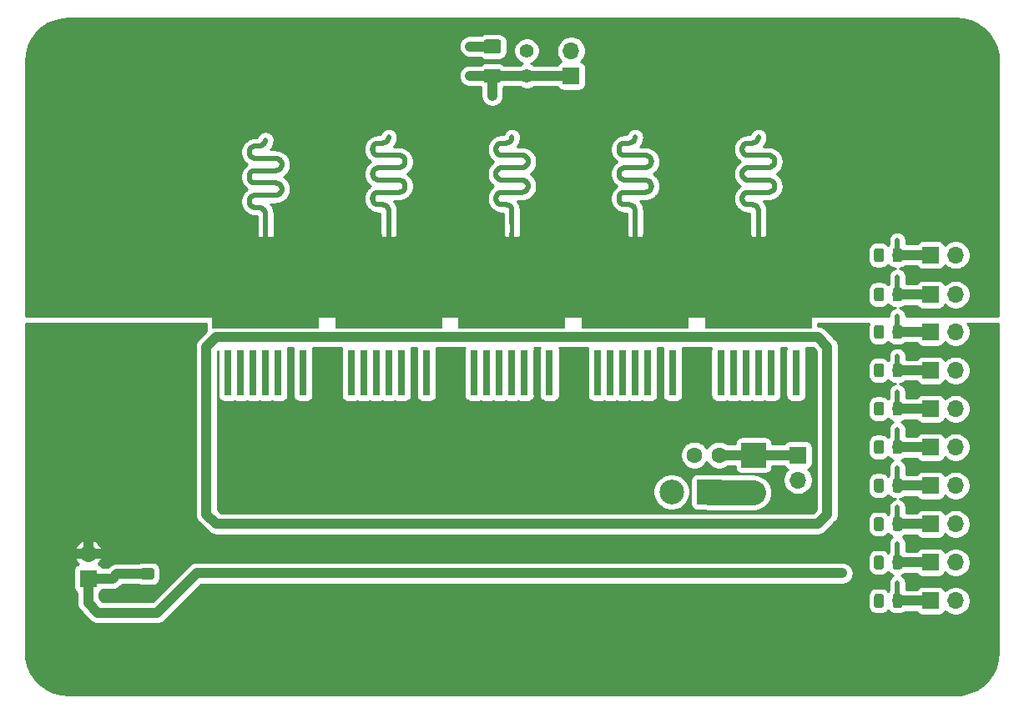
<source format=gbr>
G04 #@! TF.GenerationSoftware,KiCad,Pcbnew,(5.1.5)-3*
G04 #@! TF.CreationDate,2020-06-02T16:47:02-04:00*
G04 #@! TF.ProjectId,LT3081-TESTING,4c543330-3831-42d5-9445-5354494e472e,rev?*
G04 #@! TF.SameCoordinates,Original*
G04 #@! TF.FileFunction,Copper,L1,Top*
G04 #@! TF.FilePolarity,Positive*
%FSLAX46Y46*%
G04 Gerber Fmt 4.6, Leading zero omitted, Abs format (unit mm)*
G04 Created by KiCad (PCBNEW (5.1.5)-3) date 2020-06-02 16:47:02*
%MOMM*%
%LPD*%
G04 APERTURE LIST*
%ADD10C,0.100000*%
%ADD11R,10.800000X9.400000*%
%ADD12R,0.800000X4.600000*%
%ADD13C,0.500000*%
%ADD14O,1.700000X1.700000*%
%ADD15R,1.700000X1.700000*%
%ADD16C,1.400000*%
%ADD17C,2.499360*%
%ADD18R,2.499360X2.499360*%
%ADD19C,1.600000*%
%ADD20C,1.000000*%
%ADD21C,1.000000*%
%ADD22C,0.500000*%
%ADD23C,2.500000*%
%ADD24C,0.254000*%
G04 APERTURE END LIST*
D10*
G36*
X189750000Y-47500000D02*
G01*
X189750000Y-46500000D01*
X190250000Y-46500000D01*
X190250000Y-47500000D01*
X189750000Y-47500000D01*
G37*
G36*
X177250000Y-47500000D02*
G01*
X177250000Y-46500000D01*
X177750000Y-46500000D01*
X177750000Y-47500000D01*
X177250000Y-47500000D01*
G37*
G36*
X164750000Y-47500000D02*
G01*
X164750000Y-46500000D01*
X165250000Y-46500000D01*
X165250000Y-47500000D01*
X164750000Y-47500000D01*
G37*
G36*
X152250000Y-47500000D02*
G01*
X152250000Y-46500000D01*
X152750000Y-46500000D01*
X152750000Y-47500000D01*
X152250000Y-47500000D01*
G37*
G36*
X139750000Y-47800000D02*
G01*
X139750000Y-46800000D01*
X140250000Y-46800000D01*
X140250000Y-47800000D01*
X139750000Y-47800000D01*
G37*
D11*
X190000000Y-52500000D03*
D12*
X193810000Y-61650000D03*
X192540000Y-61650000D03*
X191270000Y-61650000D03*
X190000000Y-61650000D03*
X188730000Y-61650000D03*
X187460000Y-61650000D03*
X186190000Y-61650000D03*
D11*
X177500000Y-52500000D03*
D12*
X181310000Y-61650000D03*
X180040000Y-61650000D03*
X178770000Y-61650000D03*
X177500000Y-61650000D03*
X176230000Y-61650000D03*
X174960000Y-61650000D03*
X173690000Y-61650000D03*
D11*
X165000000Y-52500000D03*
D12*
X168810000Y-61650000D03*
X167540000Y-61650000D03*
X166270000Y-61650000D03*
X165000000Y-61650000D03*
X163730000Y-61650000D03*
X162460000Y-61650000D03*
X161190000Y-61650000D03*
D11*
X152500000Y-52500000D03*
D12*
X156310000Y-61650000D03*
X155040000Y-61650000D03*
X153770000Y-61650000D03*
X152500000Y-61650000D03*
X151230000Y-61650000D03*
X149960000Y-61650000D03*
X148690000Y-61650000D03*
D11*
X140000000Y-52500000D03*
D12*
X143810000Y-61650000D03*
X142540000Y-61650000D03*
X141270000Y-61650000D03*
X140000000Y-61650000D03*
X138730000Y-61650000D03*
X137460000Y-61650000D03*
X136190000Y-61650000D03*
D13*
X190000000Y-46500000D03*
X190000000Y-47500000D03*
X177500000Y-46500000D03*
X177500000Y-47500000D03*
X165000000Y-46500000D03*
X165000000Y-47500000D03*
X152500000Y-46500000D03*
X152500000Y-47500000D03*
X140000000Y-46800000D03*
X140000000Y-47800000D03*
D14*
X171000000Y-28960000D03*
D15*
X171000000Y-31500000D03*
D14*
X122000000Y-80000000D03*
D15*
X122000000Y-82540000D03*
G04 #@! TA.AperFunction,SMDPad,CuDef*
D10*
G36*
X163649504Y-27813704D02*
G01*
X163673773Y-27817304D01*
X163697571Y-27823265D01*
X163720671Y-27831530D01*
X163742849Y-27842020D01*
X163763893Y-27854633D01*
X163783598Y-27869247D01*
X163801777Y-27885723D01*
X163818253Y-27903902D01*
X163832867Y-27923607D01*
X163845480Y-27944651D01*
X163855970Y-27966829D01*
X163864235Y-27989929D01*
X163870196Y-28013727D01*
X163873796Y-28037996D01*
X163875000Y-28062500D01*
X163875000Y-28987500D01*
X163873796Y-29012004D01*
X163870196Y-29036273D01*
X163864235Y-29060071D01*
X163855970Y-29083171D01*
X163845480Y-29105349D01*
X163832867Y-29126393D01*
X163818253Y-29146098D01*
X163801777Y-29164277D01*
X163783598Y-29180753D01*
X163763893Y-29195367D01*
X163742849Y-29207980D01*
X163720671Y-29218470D01*
X163697571Y-29226735D01*
X163673773Y-29232696D01*
X163649504Y-29236296D01*
X163625000Y-29237500D01*
X162375000Y-29237500D01*
X162350496Y-29236296D01*
X162326227Y-29232696D01*
X162302429Y-29226735D01*
X162279329Y-29218470D01*
X162257151Y-29207980D01*
X162236107Y-29195367D01*
X162216402Y-29180753D01*
X162198223Y-29164277D01*
X162181747Y-29146098D01*
X162167133Y-29126393D01*
X162154520Y-29105349D01*
X162144030Y-29083171D01*
X162135765Y-29060071D01*
X162129804Y-29036273D01*
X162126204Y-29012004D01*
X162125000Y-28987500D01*
X162125000Y-28062500D01*
X162126204Y-28037996D01*
X162129804Y-28013727D01*
X162135765Y-27989929D01*
X162144030Y-27966829D01*
X162154520Y-27944651D01*
X162167133Y-27923607D01*
X162181747Y-27903902D01*
X162198223Y-27885723D01*
X162216402Y-27869247D01*
X162236107Y-27854633D01*
X162257151Y-27842020D01*
X162279329Y-27831530D01*
X162302429Y-27823265D01*
X162326227Y-27817304D01*
X162350496Y-27813704D01*
X162375000Y-27812500D01*
X163625000Y-27812500D01*
X163649504Y-27813704D01*
G37*
G04 #@! TD.AperFunction*
G04 #@! TA.AperFunction,SMDPad,CuDef*
G36*
X163649504Y-30788704D02*
G01*
X163673773Y-30792304D01*
X163697571Y-30798265D01*
X163720671Y-30806530D01*
X163742849Y-30817020D01*
X163763893Y-30829633D01*
X163783598Y-30844247D01*
X163801777Y-30860723D01*
X163818253Y-30878902D01*
X163832867Y-30898607D01*
X163845480Y-30919651D01*
X163855970Y-30941829D01*
X163864235Y-30964929D01*
X163870196Y-30988727D01*
X163873796Y-31012996D01*
X163875000Y-31037500D01*
X163875000Y-31962500D01*
X163873796Y-31987004D01*
X163870196Y-32011273D01*
X163864235Y-32035071D01*
X163855970Y-32058171D01*
X163845480Y-32080349D01*
X163832867Y-32101393D01*
X163818253Y-32121098D01*
X163801777Y-32139277D01*
X163783598Y-32155753D01*
X163763893Y-32170367D01*
X163742849Y-32182980D01*
X163720671Y-32193470D01*
X163697571Y-32201735D01*
X163673773Y-32207696D01*
X163649504Y-32211296D01*
X163625000Y-32212500D01*
X162375000Y-32212500D01*
X162350496Y-32211296D01*
X162326227Y-32207696D01*
X162302429Y-32201735D01*
X162279329Y-32193470D01*
X162257151Y-32182980D01*
X162236107Y-32170367D01*
X162216402Y-32155753D01*
X162198223Y-32139277D01*
X162181747Y-32121098D01*
X162167133Y-32101393D01*
X162154520Y-32080349D01*
X162144030Y-32058171D01*
X162135765Y-32035071D01*
X162129804Y-32011273D01*
X162126204Y-31987004D01*
X162125000Y-31962500D01*
X162125000Y-31037500D01*
X162126204Y-31012996D01*
X162129804Y-30988727D01*
X162135765Y-30964929D01*
X162144030Y-30941829D01*
X162154520Y-30919651D01*
X162167133Y-30898607D01*
X162181747Y-30878902D01*
X162198223Y-30860723D01*
X162216402Y-30844247D01*
X162236107Y-30829633D01*
X162257151Y-30817020D01*
X162279329Y-30806530D01*
X162302429Y-30798265D01*
X162326227Y-30792304D01*
X162350496Y-30788704D01*
X162375000Y-30787500D01*
X163625000Y-30787500D01*
X163649504Y-30788704D01*
G37*
G04 #@! TD.AperFunction*
D16*
X166500000Y-28960000D03*
X166500000Y-31500000D03*
G04 #@! TA.AperFunction,SMDPad,CuDef*
D10*
G36*
X204367642Y-84101174D02*
G01*
X204391303Y-84104684D01*
X204414507Y-84110496D01*
X204437029Y-84118554D01*
X204458653Y-84128782D01*
X204479170Y-84141079D01*
X204498383Y-84155329D01*
X204516107Y-84171393D01*
X204532171Y-84189117D01*
X204546421Y-84208330D01*
X204558718Y-84228847D01*
X204568946Y-84250471D01*
X204577004Y-84272993D01*
X204582816Y-84296197D01*
X204586326Y-84319858D01*
X204587500Y-84343750D01*
X204587500Y-85256250D01*
X204586326Y-85280142D01*
X204582816Y-85303803D01*
X204577004Y-85327007D01*
X204568946Y-85349529D01*
X204558718Y-85371153D01*
X204546421Y-85391670D01*
X204532171Y-85410883D01*
X204516107Y-85428607D01*
X204498383Y-85444671D01*
X204479170Y-85458921D01*
X204458653Y-85471218D01*
X204437029Y-85481446D01*
X204414507Y-85489504D01*
X204391303Y-85495316D01*
X204367642Y-85498826D01*
X204343750Y-85500000D01*
X203856250Y-85500000D01*
X203832358Y-85498826D01*
X203808697Y-85495316D01*
X203785493Y-85489504D01*
X203762971Y-85481446D01*
X203741347Y-85471218D01*
X203720830Y-85458921D01*
X203701617Y-85444671D01*
X203683893Y-85428607D01*
X203667829Y-85410883D01*
X203653579Y-85391670D01*
X203641282Y-85371153D01*
X203631054Y-85349529D01*
X203622996Y-85327007D01*
X203617184Y-85303803D01*
X203613674Y-85280142D01*
X203612500Y-85256250D01*
X203612500Y-84343750D01*
X203613674Y-84319858D01*
X203617184Y-84296197D01*
X203622996Y-84272993D01*
X203631054Y-84250471D01*
X203641282Y-84228847D01*
X203653579Y-84208330D01*
X203667829Y-84189117D01*
X203683893Y-84171393D01*
X203701617Y-84155329D01*
X203720830Y-84141079D01*
X203741347Y-84128782D01*
X203762971Y-84118554D01*
X203785493Y-84110496D01*
X203808697Y-84104684D01*
X203832358Y-84101174D01*
X203856250Y-84100000D01*
X204343750Y-84100000D01*
X204367642Y-84101174D01*
G37*
G04 #@! TD.AperFunction*
G04 #@! TA.AperFunction,SMDPad,CuDef*
G36*
X202492642Y-84101174D02*
G01*
X202516303Y-84104684D01*
X202539507Y-84110496D01*
X202562029Y-84118554D01*
X202583653Y-84128782D01*
X202604170Y-84141079D01*
X202623383Y-84155329D01*
X202641107Y-84171393D01*
X202657171Y-84189117D01*
X202671421Y-84208330D01*
X202683718Y-84228847D01*
X202693946Y-84250471D01*
X202702004Y-84272993D01*
X202707816Y-84296197D01*
X202711326Y-84319858D01*
X202712500Y-84343750D01*
X202712500Y-85256250D01*
X202711326Y-85280142D01*
X202707816Y-85303803D01*
X202702004Y-85327007D01*
X202693946Y-85349529D01*
X202683718Y-85371153D01*
X202671421Y-85391670D01*
X202657171Y-85410883D01*
X202641107Y-85428607D01*
X202623383Y-85444671D01*
X202604170Y-85458921D01*
X202583653Y-85471218D01*
X202562029Y-85481446D01*
X202539507Y-85489504D01*
X202516303Y-85495316D01*
X202492642Y-85498826D01*
X202468750Y-85500000D01*
X201981250Y-85500000D01*
X201957358Y-85498826D01*
X201933697Y-85495316D01*
X201910493Y-85489504D01*
X201887971Y-85481446D01*
X201866347Y-85471218D01*
X201845830Y-85458921D01*
X201826617Y-85444671D01*
X201808893Y-85428607D01*
X201792829Y-85410883D01*
X201778579Y-85391670D01*
X201766282Y-85371153D01*
X201756054Y-85349529D01*
X201747996Y-85327007D01*
X201742184Y-85303803D01*
X201738674Y-85280142D01*
X201737500Y-85256250D01*
X201737500Y-84343750D01*
X201738674Y-84319858D01*
X201742184Y-84296197D01*
X201747996Y-84272993D01*
X201756054Y-84250471D01*
X201766282Y-84228847D01*
X201778579Y-84208330D01*
X201792829Y-84189117D01*
X201808893Y-84171393D01*
X201826617Y-84155329D01*
X201845830Y-84141079D01*
X201866347Y-84128782D01*
X201887971Y-84118554D01*
X201910493Y-84110496D01*
X201933697Y-84104684D01*
X201957358Y-84101174D01*
X201981250Y-84100000D01*
X202468750Y-84100000D01*
X202492642Y-84101174D01*
G37*
G04 #@! TD.AperFunction*
G04 #@! TA.AperFunction,SMDPad,CuDef*
G36*
X202492642Y-76301174D02*
G01*
X202516303Y-76304684D01*
X202539507Y-76310496D01*
X202562029Y-76318554D01*
X202583653Y-76328782D01*
X202604170Y-76341079D01*
X202623383Y-76355329D01*
X202641107Y-76371393D01*
X202657171Y-76389117D01*
X202671421Y-76408330D01*
X202683718Y-76428847D01*
X202693946Y-76450471D01*
X202702004Y-76472993D01*
X202707816Y-76496197D01*
X202711326Y-76519858D01*
X202712500Y-76543750D01*
X202712500Y-77456250D01*
X202711326Y-77480142D01*
X202707816Y-77503803D01*
X202702004Y-77527007D01*
X202693946Y-77549529D01*
X202683718Y-77571153D01*
X202671421Y-77591670D01*
X202657171Y-77610883D01*
X202641107Y-77628607D01*
X202623383Y-77644671D01*
X202604170Y-77658921D01*
X202583653Y-77671218D01*
X202562029Y-77681446D01*
X202539507Y-77689504D01*
X202516303Y-77695316D01*
X202492642Y-77698826D01*
X202468750Y-77700000D01*
X201981250Y-77700000D01*
X201957358Y-77698826D01*
X201933697Y-77695316D01*
X201910493Y-77689504D01*
X201887971Y-77681446D01*
X201866347Y-77671218D01*
X201845830Y-77658921D01*
X201826617Y-77644671D01*
X201808893Y-77628607D01*
X201792829Y-77610883D01*
X201778579Y-77591670D01*
X201766282Y-77571153D01*
X201756054Y-77549529D01*
X201747996Y-77527007D01*
X201742184Y-77503803D01*
X201738674Y-77480142D01*
X201737500Y-77456250D01*
X201737500Y-76543750D01*
X201738674Y-76519858D01*
X201742184Y-76496197D01*
X201747996Y-76472993D01*
X201756054Y-76450471D01*
X201766282Y-76428847D01*
X201778579Y-76408330D01*
X201792829Y-76389117D01*
X201808893Y-76371393D01*
X201826617Y-76355329D01*
X201845830Y-76341079D01*
X201866347Y-76328782D01*
X201887971Y-76318554D01*
X201910493Y-76310496D01*
X201933697Y-76304684D01*
X201957358Y-76301174D01*
X201981250Y-76300000D01*
X202468750Y-76300000D01*
X202492642Y-76301174D01*
G37*
G04 #@! TD.AperFunction*
G04 #@! TA.AperFunction,SMDPad,CuDef*
G36*
X204367642Y-76301174D02*
G01*
X204391303Y-76304684D01*
X204414507Y-76310496D01*
X204437029Y-76318554D01*
X204458653Y-76328782D01*
X204479170Y-76341079D01*
X204498383Y-76355329D01*
X204516107Y-76371393D01*
X204532171Y-76389117D01*
X204546421Y-76408330D01*
X204558718Y-76428847D01*
X204568946Y-76450471D01*
X204577004Y-76472993D01*
X204582816Y-76496197D01*
X204586326Y-76519858D01*
X204587500Y-76543750D01*
X204587500Y-77456250D01*
X204586326Y-77480142D01*
X204582816Y-77503803D01*
X204577004Y-77527007D01*
X204568946Y-77549529D01*
X204558718Y-77571153D01*
X204546421Y-77591670D01*
X204532171Y-77610883D01*
X204516107Y-77628607D01*
X204498383Y-77644671D01*
X204479170Y-77658921D01*
X204458653Y-77671218D01*
X204437029Y-77681446D01*
X204414507Y-77689504D01*
X204391303Y-77695316D01*
X204367642Y-77698826D01*
X204343750Y-77700000D01*
X203856250Y-77700000D01*
X203832358Y-77698826D01*
X203808697Y-77695316D01*
X203785493Y-77689504D01*
X203762971Y-77681446D01*
X203741347Y-77671218D01*
X203720830Y-77658921D01*
X203701617Y-77644671D01*
X203683893Y-77628607D01*
X203667829Y-77610883D01*
X203653579Y-77591670D01*
X203641282Y-77571153D01*
X203631054Y-77549529D01*
X203622996Y-77527007D01*
X203617184Y-77503803D01*
X203613674Y-77480142D01*
X203612500Y-77456250D01*
X203612500Y-76543750D01*
X203613674Y-76519858D01*
X203617184Y-76496197D01*
X203622996Y-76472993D01*
X203631054Y-76450471D01*
X203641282Y-76428847D01*
X203653579Y-76408330D01*
X203667829Y-76389117D01*
X203683893Y-76371393D01*
X203701617Y-76355329D01*
X203720830Y-76341079D01*
X203741347Y-76328782D01*
X203762971Y-76318554D01*
X203785493Y-76310496D01*
X203808697Y-76304684D01*
X203832358Y-76301174D01*
X203856250Y-76300000D01*
X204343750Y-76300000D01*
X204367642Y-76301174D01*
G37*
G04 #@! TD.AperFunction*
G04 #@! TA.AperFunction,SMDPad,CuDef*
G36*
X202492642Y-68501174D02*
G01*
X202516303Y-68504684D01*
X202539507Y-68510496D01*
X202562029Y-68518554D01*
X202583653Y-68528782D01*
X202604170Y-68541079D01*
X202623383Y-68555329D01*
X202641107Y-68571393D01*
X202657171Y-68589117D01*
X202671421Y-68608330D01*
X202683718Y-68628847D01*
X202693946Y-68650471D01*
X202702004Y-68672993D01*
X202707816Y-68696197D01*
X202711326Y-68719858D01*
X202712500Y-68743750D01*
X202712500Y-69656250D01*
X202711326Y-69680142D01*
X202707816Y-69703803D01*
X202702004Y-69727007D01*
X202693946Y-69749529D01*
X202683718Y-69771153D01*
X202671421Y-69791670D01*
X202657171Y-69810883D01*
X202641107Y-69828607D01*
X202623383Y-69844671D01*
X202604170Y-69858921D01*
X202583653Y-69871218D01*
X202562029Y-69881446D01*
X202539507Y-69889504D01*
X202516303Y-69895316D01*
X202492642Y-69898826D01*
X202468750Y-69900000D01*
X201981250Y-69900000D01*
X201957358Y-69898826D01*
X201933697Y-69895316D01*
X201910493Y-69889504D01*
X201887971Y-69881446D01*
X201866347Y-69871218D01*
X201845830Y-69858921D01*
X201826617Y-69844671D01*
X201808893Y-69828607D01*
X201792829Y-69810883D01*
X201778579Y-69791670D01*
X201766282Y-69771153D01*
X201756054Y-69749529D01*
X201747996Y-69727007D01*
X201742184Y-69703803D01*
X201738674Y-69680142D01*
X201737500Y-69656250D01*
X201737500Y-68743750D01*
X201738674Y-68719858D01*
X201742184Y-68696197D01*
X201747996Y-68672993D01*
X201756054Y-68650471D01*
X201766282Y-68628847D01*
X201778579Y-68608330D01*
X201792829Y-68589117D01*
X201808893Y-68571393D01*
X201826617Y-68555329D01*
X201845830Y-68541079D01*
X201866347Y-68528782D01*
X201887971Y-68518554D01*
X201910493Y-68510496D01*
X201933697Y-68504684D01*
X201957358Y-68501174D01*
X201981250Y-68500000D01*
X202468750Y-68500000D01*
X202492642Y-68501174D01*
G37*
G04 #@! TD.AperFunction*
G04 #@! TA.AperFunction,SMDPad,CuDef*
G36*
X204367642Y-68501174D02*
G01*
X204391303Y-68504684D01*
X204414507Y-68510496D01*
X204437029Y-68518554D01*
X204458653Y-68528782D01*
X204479170Y-68541079D01*
X204498383Y-68555329D01*
X204516107Y-68571393D01*
X204532171Y-68589117D01*
X204546421Y-68608330D01*
X204558718Y-68628847D01*
X204568946Y-68650471D01*
X204577004Y-68672993D01*
X204582816Y-68696197D01*
X204586326Y-68719858D01*
X204587500Y-68743750D01*
X204587500Y-69656250D01*
X204586326Y-69680142D01*
X204582816Y-69703803D01*
X204577004Y-69727007D01*
X204568946Y-69749529D01*
X204558718Y-69771153D01*
X204546421Y-69791670D01*
X204532171Y-69810883D01*
X204516107Y-69828607D01*
X204498383Y-69844671D01*
X204479170Y-69858921D01*
X204458653Y-69871218D01*
X204437029Y-69881446D01*
X204414507Y-69889504D01*
X204391303Y-69895316D01*
X204367642Y-69898826D01*
X204343750Y-69900000D01*
X203856250Y-69900000D01*
X203832358Y-69898826D01*
X203808697Y-69895316D01*
X203785493Y-69889504D01*
X203762971Y-69881446D01*
X203741347Y-69871218D01*
X203720830Y-69858921D01*
X203701617Y-69844671D01*
X203683893Y-69828607D01*
X203667829Y-69810883D01*
X203653579Y-69791670D01*
X203641282Y-69771153D01*
X203631054Y-69749529D01*
X203622996Y-69727007D01*
X203617184Y-69703803D01*
X203613674Y-69680142D01*
X203612500Y-69656250D01*
X203612500Y-68743750D01*
X203613674Y-68719858D01*
X203617184Y-68696197D01*
X203622996Y-68672993D01*
X203631054Y-68650471D01*
X203641282Y-68628847D01*
X203653579Y-68608330D01*
X203667829Y-68589117D01*
X203683893Y-68571393D01*
X203701617Y-68555329D01*
X203720830Y-68541079D01*
X203741347Y-68528782D01*
X203762971Y-68518554D01*
X203785493Y-68510496D01*
X203808697Y-68504684D01*
X203832358Y-68501174D01*
X203856250Y-68500000D01*
X204343750Y-68500000D01*
X204367642Y-68501174D01*
G37*
G04 #@! TD.AperFunction*
G04 #@! TA.AperFunction,SMDPad,CuDef*
G36*
X202492642Y-60701174D02*
G01*
X202516303Y-60704684D01*
X202539507Y-60710496D01*
X202562029Y-60718554D01*
X202583653Y-60728782D01*
X202604170Y-60741079D01*
X202623383Y-60755329D01*
X202641107Y-60771393D01*
X202657171Y-60789117D01*
X202671421Y-60808330D01*
X202683718Y-60828847D01*
X202693946Y-60850471D01*
X202702004Y-60872993D01*
X202707816Y-60896197D01*
X202711326Y-60919858D01*
X202712500Y-60943750D01*
X202712500Y-61856250D01*
X202711326Y-61880142D01*
X202707816Y-61903803D01*
X202702004Y-61927007D01*
X202693946Y-61949529D01*
X202683718Y-61971153D01*
X202671421Y-61991670D01*
X202657171Y-62010883D01*
X202641107Y-62028607D01*
X202623383Y-62044671D01*
X202604170Y-62058921D01*
X202583653Y-62071218D01*
X202562029Y-62081446D01*
X202539507Y-62089504D01*
X202516303Y-62095316D01*
X202492642Y-62098826D01*
X202468750Y-62100000D01*
X201981250Y-62100000D01*
X201957358Y-62098826D01*
X201933697Y-62095316D01*
X201910493Y-62089504D01*
X201887971Y-62081446D01*
X201866347Y-62071218D01*
X201845830Y-62058921D01*
X201826617Y-62044671D01*
X201808893Y-62028607D01*
X201792829Y-62010883D01*
X201778579Y-61991670D01*
X201766282Y-61971153D01*
X201756054Y-61949529D01*
X201747996Y-61927007D01*
X201742184Y-61903803D01*
X201738674Y-61880142D01*
X201737500Y-61856250D01*
X201737500Y-60943750D01*
X201738674Y-60919858D01*
X201742184Y-60896197D01*
X201747996Y-60872993D01*
X201756054Y-60850471D01*
X201766282Y-60828847D01*
X201778579Y-60808330D01*
X201792829Y-60789117D01*
X201808893Y-60771393D01*
X201826617Y-60755329D01*
X201845830Y-60741079D01*
X201866347Y-60728782D01*
X201887971Y-60718554D01*
X201910493Y-60710496D01*
X201933697Y-60704684D01*
X201957358Y-60701174D01*
X201981250Y-60700000D01*
X202468750Y-60700000D01*
X202492642Y-60701174D01*
G37*
G04 #@! TD.AperFunction*
G04 #@! TA.AperFunction,SMDPad,CuDef*
G36*
X204367642Y-60701174D02*
G01*
X204391303Y-60704684D01*
X204414507Y-60710496D01*
X204437029Y-60718554D01*
X204458653Y-60728782D01*
X204479170Y-60741079D01*
X204498383Y-60755329D01*
X204516107Y-60771393D01*
X204532171Y-60789117D01*
X204546421Y-60808330D01*
X204558718Y-60828847D01*
X204568946Y-60850471D01*
X204577004Y-60872993D01*
X204582816Y-60896197D01*
X204586326Y-60919858D01*
X204587500Y-60943750D01*
X204587500Y-61856250D01*
X204586326Y-61880142D01*
X204582816Y-61903803D01*
X204577004Y-61927007D01*
X204568946Y-61949529D01*
X204558718Y-61971153D01*
X204546421Y-61991670D01*
X204532171Y-62010883D01*
X204516107Y-62028607D01*
X204498383Y-62044671D01*
X204479170Y-62058921D01*
X204458653Y-62071218D01*
X204437029Y-62081446D01*
X204414507Y-62089504D01*
X204391303Y-62095316D01*
X204367642Y-62098826D01*
X204343750Y-62100000D01*
X203856250Y-62100000D01*
X203832358Y-62098826D01*
X203808697Y-62095316D01*
X203785493Y-62089504D01*
X203762971Y-62081446D01*
X203741347Y-62071218D01*
X203720830Y-62058921D01*
X203701617Y-62044671D01*
X203683893Y-62028607D01*
X203667829Y-62010883D01*
X203653579Y-61991670D01*
X203641282Y-61971153D01*
X203631054Y-61949529D01*
X203622996Y-61927007D01*
X203617184Y-61903803D01*
X203613674Y-61880142D01*
X203612500Y-61856250D01*
X203612500Y-60943750D01*
X203613674Y-60919858D01*
X203617184Y-60896197D01*
X203622996Y-60872993D01*
X203631054Y-60850471D01*
X203641282Y-60828847D01*
X203653579Y-60808330D01*
X203667829Y-60789117D01*
X203683893Y-60771393D01*
X203701617Y-60755329D01*
X203720830Y-60741079D01*
X203741347Y-60728782D01*
X203762971Y-60718554D01*
X203785493Y-60710496D01*
X203808697Y-60704684D01*
X203832358Y-60701174D01*
X203856250Y-60700000D01*
X204343750Y-60700000D01*
X204367642Y-60701174D01*
G37*
G04 #@! TD.AperFunction*
G04 #@! TA.AperFunction,SMDPad,CuDef*
G36*
X202492642Y-53001174D02*
G01*
X202516303Y-53004684D01*
X202539507Y-53010496D01*
X202562029Y-53018554D01*
X202583653Y-53028782D01*
X202604170Y-53041079D01*
X202623383Y-53055329D01*
X202641107Y-53071393D01*
X202657171Y-53089117D01*
X202671421Y-53108330D01*
X202683718Y-53128847D01*
X202693946Y-53150471D01*
X202702004Y-53172993D01*
X202707816Y-53196197D01*
X202711326Y-53219858D01*
X202712500Y-53243750D01*
X202712500Y-54156250D01*
X202711326Y-54180142D01*
X202707816Y-54203803D01*
X202702004Y-54227007D01*
X202693946Y-54249529D01*
X202683718Y-54271153D01*
X202671421Y-54291670D01*
X202657171Y-54310883D01*
X202641107Y-54328607D01*
X202623383Y-54344671D01*
X202604170Y-54358921D01*
X202583653Y-54371218D01*
X202562029Y-54381446D01*
X202539507Y-54389504D01*
X202516303Y-54395316D01*
X202492642Y-54398826D01*
X202468750Y-54400000D01*
X201981250Y-54400000D01*
X201957358Y-54398826D01*
X201933697Y-54395316D01*
X201910493Y-54389504D01*
X201887971Y-54381446D01*
X201866347Y-54371218D01*
X201845830Y-54358921D01*
X201826617Y-54344671D01*
X201808893Y-54328607D01*
X201792829Y-54310883D01*
X201778579Y-54291670D01*
X201766282Y-54271153D01*
X201756054Y-54249529D01*
X201747996Y-54227007D01*
X201742184Y-54203803D01*
X201738674Y-54180142D01*
X201737500Y-54156250D01*
X201737500Y-53243750D01*
X201738674Y-53219858D01*
X201742184Y-53196197D01*
X201747996Y-53172993D01*
X201756054Y-53150471D01*
X201766282Y-53128847D01*
X201778579Y-53108330D01*
X201792829Y-53089117D01*
X201808893Y-53071393D01*
X201826617Y-53055329D01*
X201845830Y-53041079D01*
X201866347Y-53028782D01*
X201887971Y-53018554D01*
X201910493Y-53010496D01*
X201933697Y-53004684D01*
X201957358Y-53001174D01*
X201981250Y-53000000D01*
X202468750Y-53000000D01*
X202492642Y-53001174D01*
G37*
G04 #@! TD.AperFunction*
G04 #@! TA.AperFunction,SMDPad,CuDef*
G36*
X204367642Y-53001174D02*
G01*
X204391303Y-53004684D01*
X204414507Y-53010496D01*
X204437029Y-53018554D01*
X204458653Y-53028782D01*
X204479170Y-53041079D01*
X204498383Y-53055329D01*
X204516107Y-53071393D01*
X204532171Y-53089117D01*
X204546421Y-53108330D01*
X204558718Y-53128847D01*
X204568946Y-53150471D01*
X204577004Y-53172993D01*
X204582816Y-53196197D01*
X204586326Y-53219858D01*
X204587500Y-53243750D01*
X204587500Y-54156250D01*
X204586326Y-54180142D01*
X204582816Y-54203803D01*
X204577004Y-54227007D01*
X204568946Y-54249529D01*
X204558718Y-54271153D01*
X204546421Y-54291670D01*
X204532171Y-54310883D01*
X204516107Y-54328607D01*
X204498383Y-54344671D01*
X204479170Y-54358921D01*
X204458653Y-54371218D01*
X204437029Y-54381446D01*
X204414507Y-54389504D01*
X204391303Y-54395316D01*
X204367642Y-54398826D01*
X204343750Y-54400000D01*
X203856250Y-54400000D01*
X203832358Y-54398826D01*
X203808697Y-54395316D01*
X203785493Y-54389504D01*
X203762971Y-54381446D01*
X203741347Y-54371218D01*
X203720830Y-54358921D01*
X203701617Y-54344671D01*
X203683893Y-54328607D01*
X203667829Y-54310883D01*
X203653579Y-54291670D01*
X203641282Y-54271153D01*
X203631054Y-54249529D01*
X203622996Y-54227007D01*
X203617184Y-54203803D01*
X203613674Y-54180142D01*
X203612500Y-54156250D01*
X203612500Y-53243750D01*
X203613674Y-53219858D01*
X203617184Y-53196197D01*
X203622996Y-53172993D01*
X203631054Y-53150471D01*
X203641282Y-53128847D01*
X203653579Y-53108330D01*
X203667829Y-53089117D01*
X203683893Y-53071393D01*
X203701617Y-53055329D01*
X203720830Y-53041079D01*
X203741347Y-53028782D01*
X203762971Y-53018554D01*
X203785493Y-53010496D01*
X203808697Y-53004684D01*
X203832358Y-53001174D01*
X203856250Y-53000000D01*
X204343750Y-53000000D01*
X204367642Y-53001174D01*
G37*
G04 #@! TD.AperFunction*
G04 #@! TA.AperFunction,SMDPad,CuDef*
G36*
X202492642Y-80201174D02*
G01*
X202516303Y-80204684D01*
X202539507Y-80210496D01*
X202562029Y-80218554D01*
X202583653Y-80228782D01*
X202604170Y-80241079D01*
X202623383Y-80255329D01*
X202641107Y-80271393D01*
X202657171Y-80289117D01*
X202671421Y-80308330D01*
X202683718Y-80328847D01*
X202693946Y-80350471D01*
X202702004Y-80372993D01*
X202707816Y-80396197D01*
X202711326Y-80419858D01*
X202712500Y-80443750D01*
X202712500Y-81356250D01*
X202711326Y-81380142D01*
X202707816Y-81403803D01*
X202702004Y-81427007D01*
X202693946Y-81449529D01*
X202683718Y-81471153D01*
X202671421Y-81491670D01*
X202657171Y-81510883D01*
X202641107Y-81528607D01*
X202623383Y-81544671D01*
X202604170Y-81558921D01*
X202583653Y-81571218D01*
X202562029Y-81581446D01*
X202539507Y-81589504D01*
X202516303Y-81595316D01*
X202492642Y-81598826D01*
X202468750Y-81600000D01*
X201981250Y-81600000D01*
X201957358Y-81598826D01*
X201933697Y-81595316D01*
X201910493Y-81589504D01*
X201887971Y-81581446D01*
X201866347Y-81571218D01*
X201845830Y-81558921D01*
X201826617Y-81544671D01*
X201808893Y-81528607D01*
X201792829Y-81510883D01*
X201778579Y-81491670D01*
X201766282Y-81471153D01*
X201756054Y-81449529D01*
X201747996Y-81427007D01*
X201742184Y-81403803D01*
X201738674Y-81380142D01*
X201737500Y-81356250D01*
X201737500Y-80443750D01*
X201738674Y-80419858D01*
X201742184Y-80396197D01*
X201747996Y-80372993D01*
X201756054Y-80350471D01*
X201766282Y-80328847D01*
X201778579Y-80308330D01*
X201792829Y-80289117D01*
X201808893Y-80271393D01*
X201826617Y-80255329D01*
X201845830Y-80241079D01*
X201866347Y-80228782D01*
X201887971Y-80218554D01*
X201910493Y-80210496D01*
X201933697Y-80204684D01*
X201957358Y-80201174D01*
X201981250Y-80200000D01*
X202468750Y-80200000D01*
X202492642Y-80201174D01*
G37*
G04 #@! TD.AperFunction*
G04 #@! TA.AperFunction,SMDPad,CuDef*
G36*
X204367642Y-80201174D02*
G01*
X204391303Y-80204684D01*
X204414507Y-80210496D01*
X204437029Y-80218554D01*
X204458653Y-80228782D01*
X204479170Y-80241079D01*
X204498383Y-80255329D01*
X204516107Y-80271393D01*
X204532171Y-80289117D01*
X204546421Y-80308330D01*
X204558718Y-80328847D01*
X204568946Y-80350471D01*
X204577004Y-80372993D01*
X204582816Y-80396197D01*
X204586326Y-80419858D01*
X204587500Y-80443750D01*
X204587500Y-81356250D01*
X204586326Y-81380142D01*
X204582816Y-81403803D01*
X204577004Y-81427007D01*
X204568946Y-81449529D01*
X204558718Y-81471153D01*
X204546421Y-81491670D01*
X204532171Y-81510883D01*
X204516107Y-81528607D01*
X204498383Y-81544671D01*
X204479170Y-81558921D01*
X204458653Y-81571218D01*
X204437029Y-81581446D01*
X204414507Y-81589504D01*
X204391303Y-81595316D01*
X204367642Y-81598826D01*
X204343750Y-81600000D01*
X203856250Y-81600000D01*
X203832358Y-81598826D01*
X203808697Y-81595316D01*
X203785493Y-81589504D01*
X203762971Y-81581446D01*
X203741347Y-81571218D01*
X203720830Y-81558921D01*
X203701617Y-81544671D01*
X203683893Y-81528607D01*
X203667829Y-81510883D01*
X203653579Y-81491670D01*
X203641282Y-81471153D01*
X203631054Y-81449529D01*
X203622996Y-81427007D01*
X203617184Y-81403803D01*
X203613674Y-81380142D01*
X203612500Y-81356250D01*
X203612500Y-80443750D01*
X203613674Y-80419858D01*
X203617184Y-80396197D01*
X203622996Y-80372993D01*
X203631054Y-80350471D01*
X203641282Y-80328847D01*
X203653579Y-80308330D01*
X203667829Y-80289117D01*
X203683893Y-80271393D01*
X203701617Y-80255329D01*
X203720830Y-80241079D01*
X203741347Y-80228782D01*
X203762971Y-80218554D01*
X203785493Y-80210496D01*
X203808697Y-80204684D01*
X203832358Y-80201174D01*
X203856250Y-80200000D01*
X204343750Y-80200000D01*
X204367642Y-80201174D01*
G37*
G04 #@! TD.AperFunction*
G04 #@! TA.AperFunction,SMDPad,CuDef*
G36*
X202492642Y-72401174D02*
G01*
X202516303Y-72404684D01*
X202539507Y-72410496D01*
X202562029Y-72418554D01*
X202583653Y-72428782D01*
X202604170Y-72441079D01*
X202623383Y-72455329D01*
X202641107Y-72471393D01*
X202657171Y-72489117D01*
X202671421Y-72508330D01*
X202683718Y-72528847D01*
X202693946Y-72550471D01*
X202702004Y-72572993D01*
X202707816Y-72596197D01*
X202711326Y-72619858D01*
X202712500Y-72643750D01*
X202712500Y-73556250D01*
X202711326Y-73580142D01*
X202707816Y-73603803D01*
X202702004Y-73627007D01*
X202693946Y-73649529D01*
X202683718Y-73671153D01*
X202671421Y-73691670D01*
X202657171Y-73710883D01*
X202641107Y-73728607D01*
X202623383Y-73744671D01*
X202604170Y-73758921D01*
X202583653Y-73771218D01*
X202562029Y-73781446D01*
X202539507Y-73789504D01*
X202516303Y-73795316D01*
X202492642Y-73798826D01*
X202468750Y-73800000D01*
X201981250Y-73800000D01*
X201957358Y-73798826D01*
X201933697Y-73795316D01*
X201910493Y-73789504D01*
X201887971Y-73781446D01*
X201866347Y-73771218D01*
X201845830Y-73758921D01*
X201826617Y-73744671D01*
X201808893Y-73728607D01*
X201792829Y-73710883D01*
X201778579Y-73691670D01*
X201766282Y-73671153D01*
X201756054Y-73649529D01*
X201747996Y-73627007D01*
X201742184Y-73603803D01*
X201738674Y-73580142D01*
X201737500Y-73556250D01*
X201737500Y-72643750D01*
X201738674Y-72619858D01*
X201742184Y-72596197D01*
X201747996Y-72572993D01*
X201756054Y-72550471D01*
X201766282Y-72528847D01*
X201778579Y-72508330D01*
X201792829Y-72489117D01*
X201808893Y-72471393D01*
X201826617Y-72455329D01*
X201845830Y-72441079D01*
X201866347Y-72428782D01*
X201887971Y-72418554D01*
X201910493Y-72410496D01*
X201933697Y-72404684D01*
X201957358Y-72401174D01*
X201981250Y-72400000D01*
X202468750Y-72400000D01*
X202492642Y-72401174D01*
G37*
G04 #@! TD.AperFunction*
G04 #@! TA.AperFunction,SMDPad,CuDef*
G36*
X204367642Y-72401174D02*
G01*
X204391303Y-72404684D01*
X204414507Y-72410496D01*
X204437029Y-72418554D01*
X204458653Y-72428782D01*
X204479170Y-72441079D01*
X204498383Y-72455329D01*
X204516107Y-72471393D01*
X204532171Y-72489117D01*
X204546421Y-72508330D01*
X204558718Y-72528847D01*
X204568946Y-72550471D01*
X204577004Y-72572993D01*
X204582816Y-72596197D01*
X204586326Y-72619858D01*
X204587500Y-72643750D01*
X204587500Y-73556250D01*
X204586326Y-73580142D01*
X204582816Y-73603803D01*
X204577004Y-73627007D01*
X204568946Y-73649529D01*
X204558718Y-73671153D01*
X204546421Y-73691670D01*
X204532171Y-73710883D01*
X204516107Y-73728607D01*
X204498383Y-73744671D01*
X204479170Y-73758921D01*
X204458653Y-73771218D01*
X204437029Y-73781446D01*
X204414507Y-73789504D01*
X204391303Y-73795316D01*
X204367642Y-73798826D01*
X204343750Y-73800000D01*
X203856250Y-73800000D01*
X203832358Y-73798826D01*
X203808697Y-73795316D01*
X203785493Y-73789504D01*
X203762971Y-73781446D01*
X203741347Y-73771218D01*
X203720830Y-73758921D01*
X203701617Y-73744671D01*
X203683893Y-73728607D01*
X203667829Y-73710883D01*
X203653579Y-73691670D01*
X203641282Y-73671153D01*
X203631054Y-73649529D01*
X203622996Y-73627007D01*
X203617184Y-73603803D01*
X203613674Y-73580142D01*
X203612500Y-73556250D01*
X203612500Y-72643750D01*
X203613674Y-72619858D01*
X203617184Y-72596197D01*
X203622996Y-72572993D01*
X203631054Y-72550471D01*
X203641282Y-72528847D01*
X203653579Y-72508330D01*
X203667829Y-72489117D01*
X203683893Y-72471393D01*
X203701617Y-72455329D01*
X203720830Y-72441079D01*
X203741347Y-72428782D01*
X203762971Y-72418554D01*
X203785493Y-72410496D01*
X203808697Y-72404684D01*
X203832358Y-72401174D01*
X203856250Y-72400000D01*
X204343750Y-72400000D01*
X204367642Y-72401174D01*
G37*
G04 #@! TD.AperFunction*
G04 #@! TA.AperFunction,SMDPad,CuDef*
G36*
X202492642Y-64601174D02*
G01*
X202516303Y-64604684D01*
X202539507Y-64610496D01*
X202562029Y-64618554D01*
X202583653Y-64628782D01*
X202604170Y-64641079D01*
X202623383Y-64655329D01*
X202641107Y-64671393D01*
X202657171Y-64689117D01*
X202671421Y-64708330D01*
X202683718Y-64728847D01*
X202693946Y-64750471D01*
X202702004Y-64772993D01*
X202707816Y-64796197D01*
X202711326Y-64819858D01*
X202712500Y-64843750D01*
X202712500Y-65756250D01*
X202711326Y-65780142D01*
X202707816Y-65803803D01*
X202702004Y-65827007D01*
X202693946Y-65849529D01*
X202683718Y-65871153D01*
X202671421Y-65891670D01*
X202657171Y-65910883D01*
X202641107Y-65928607D01*
X202623383Y-65944671D01*
X202604170Y-65958921D01*
X202583653Y-65971218D01*
X202562029Y-65981446D01*
X202539507Y-65989504D01*
X202516303Y-65995316D01*
X202492642Y-65998826D01*
X202468750Y-66000000D01*
X201981250Y-66000000D01*
X201957358Y-65998826D01*
X201933697Y-65995316D01*
X201910493Y-65989504D01*
X201887971Y-65981446D01*
X201866347Y-65971218D01*
X201845830Y-65958921D01*
X201826617Y-65944671D01*
X201808893Y-65928607D01*
X201792829Y-65910883D01*
X201778579Y-65891670D01*
X201766282Y-65871153D01*
X201756054Y-65849529D01*
X201747996Y-65827007D01*
X201742184Y-65803803D01*
X201738674Y-65780142D01*
X201737500Y-65756250D01*
X201737500Y-64843750D01*
X201738674Y-64819858D01*
X201742184Y-64796197D01*
X201747996Y-64772993D01*
X201756054Y-64750471D01*
X201766282Y-64728847D01*
X201778579Y-64708330D01*
X201792829Y-64689117D01*
X201808893Y-64671393D01*
X201826617Y-64655329D01*
X201845830Y-64641079D01*
X201866347Y-64628782D01*
X201887971Y-64618554D01*
X201910493Y-64610496D01*
X201933697Y-64604684D01*
X201957358Y-64601174D01*
X201981250Y-64600000D01*
X202468750Y-64600000D01*
X202492642Y-64601174D01*
G37*
G04 #@! TD.AperFunction*
G04 #@! TA.AperFunction,SMDPad,CuDef*
G36*
X204367642Y-64601174D02*
G01*
X204391303Y-64604684D01*
X204414507Y-64610496D01*
X204437029Y-64618554D01*
X204458653Y-64628782D01*
X204479170Y-64641079D01*
X204498383Y-64655329D01*
X204516107Y-64671393D01*
X204532171Y-64689117D01*
X204546421Y-64708330D01*
X204558718Y-64728847D01*
X204568946Y-64750471D01*
X204577004Y-64772993D01*
X204582816Y-64796197D01*
X204586326Y-64819858D01*
X204587500Y-64843750D01*
X204587500Y-65756250D01*
X204586326Y-65780142D01*
X204582816Y-65803803D01*
X204577004Y-65827007D01*
X204568946Y-65849529D01*
X204558718Y-65871153D01*
X204546421Y-65891670D01*
X204532171Y-65910883D01*
X204516107Y-65928607D01*
X204498383Y-65944671D01*
X204479170Y-65958921D01*
X204458653Y-65971218D01*
X204437029Y-65981446D01*
X204414507Y-65989504D01*
X204391303Y-65995316D01*
X204367642Y-65998826D01*
X204343750Y-66000000D01*
X203856250Y-66000000D01*
X203832358Y-65998826D01*
X203808697Y-65995316D01*
X203785493Y-65989504D01*
X203762971Y-65981446D01*
X203741347Y-65971218D01*
X203720830Y-65958921D01*
X203701617Y-65944671D01*
X203683893Y-65928607D01*
X203667829Y-65910883D01*
X203653579Y-65891670D01*
X203641282Y-65871153D01*
X203631054Y-65849529D01*
X203622996Y-65827007D01*
X203617184Y-65803803D01*
X203613674Y-65780142D01*
X203612500Y-65756250D01*
X203612500Y-64843750D01*
X203613674Y-64819858D01*
X203617184Y-64796197D01*
X203622996Y-64772993D01*
X203631054Y-64750471D01*
X203641282Y-64728847D01*
X203653579Y-64708330D01*
X203667829Y-64689117D01*
X203683893Y-64671393D01*
X203701617Y-64655329D01*
X203720830Y-64641079D01*
X203741347Y-64628782D01*
X203762971Y-64618554D01*
X203785493Y-64610496D01*
X203808697Y-64604684D01*
X203832358Y-64601174D01*
X203856250Y-64600000D01*
X204343750Y-64600000D01*
X204367642Y-64601174D01*
G37*
G04 #@! TD.AperFunction*
G04 #@! TA.AperFunction,SMDPad,CuDef*
G36*
X202492642Y-56801174D02*
G01*
X202516303Y-56804684D01*
X202539507Y-56810496D01*
X202562029Y-56818554D01*
X202583653Y-56828782D01*
X202604170Y-56841079D01*
X202623383Y-56855329D01*
X202641107Y-56871393D01*
X202657171Y-56889117D01*
X202671421Y-56908330D01*
X202683718Y-56928847D01*
X202693946Y-56950471D01*
X202702004Y-56972993D01*
X202707816Y-56996197D01*
X202711326Y-57019858D01*
X202712500Y-57043750D01*
X202712500Y-57956250D01*
X202711326Y-57980142D01*
X202707816Y-58003803D01*
X202702004Y-58027007D01*
X202693946Y-58049529D01*
X202683718Y-58071153D01*
X202671421Y-58091670D01*
X202657171Y-58110883D01*
X202641107Y-58128607D01*
X202623383Y-58144671D01*
X202604170Y-58158921D01*
X202583653Y-58171218D01*
X202562029Y-58181446D01*
X202539507Y-58189504D01*
X202516303Y-58195316D01*
X202492642Y-58198826D01*
X202468750Y-58200000D01*
X201981250Y-58200000D01*
X201957358Y-58198826D01*
X201933697Y-58195316D01*
X201910493Y-58189504D01*
X201887971Y-58181446D01*
X201866347Y-58171218D01*
X201845830Y-58158921D01*
X201826617Y-58144671D01*
X201808893Y-58128607D01*
X201792829Y-58110883D01*
X201778579Y-58091670D01*
X201766282Y-58071153D01*
X201756054Y-58049529D01*
X201747996Y-58027007D01*
X201742184Y-58003803D01*
X201738674Y-57980142D01*
X201737500Y-57956250D01*
X201737500Y-57043750D01*
X201738674Y-57019858D01*
X201742184Y-56996197D01*
X201747996Y-56972993D01*
X201756054Y-56950471D01*
X201766282Y-56928847D01*
X201778579Y-56908330D01*
X201792829Y-56889117D01*
X201808893Y-56871393D01*
X201826617Y-56855329D01*
X201845830Y-56841079D01*
X201866347Y-56828782D01*
X201887971Y-56818554D01*
X201910493Y-56810496D01*
X201933697Y-56804684D01*
X201957358Y-56801174D01*
X201981250Y-56800000D01*
X202468750Y-56800000D01*
X202492642Y-56801174D01*
G37*
G04 #@! TD.AperFunction*
G04 #@! TA.AperFunction,SMDPad,CuDef*
G36*
X204367642Y-56801174D02*
G01*
X204391303Y-56804684D01*
X204414507Y-56810496D01*
X204437029Y-56818554D01*
X204458653Y-56828782D01*
X204479170Y-56841079D01*
X204498383Y-56855329D01*
X204516107Y-56871393D01*
X204532171Y-56889117D01*
X204546421Y-56908330D01*
X204558718Y-56928847D01*
X204568946Y-56950471D01*
X204577004Y-56972993D01*
X204582816Y-56996197D01*
X204586326Y-57019858D01*
X204587500Y-57043750D01*
X204587500Y-57956250D01*
X204586326Y-57980142D01*
X204582816Y-58003803D01*
X204577004Y-58027007D01*
X204568946Y-58049529D01*
X204558718Y-58071153D01*
X204546421Y-58091670D01*
X204532171Y-58110883D01*
X204516107Y-58128607D01*
X204498383Y-58144671D01*
X204479170Y-58158921D01*
X204458653Y-58171218D01*
X204437029Y-58181446D01*
X204414507Y-58189504D01*
X204391303Y-58195316D01*
X204367642Y-58198826D01*
X204343750Y-58200000D01*
X203856250Y-58200000D01*
X203832358Y-58198826D01*
X203808697Y-58195316D01*
X203785493Y-58189504D01*
X203762971Y-58181446D01*
X203741347Y-58171218D01*
X203720830Y-58158921D01*
X203701617Y-58144671D01*
X203683893Y-58128607D01*
X203667829Y-58110883D01*
X203653579Y-58091670D01*
X203641282Y-58071153D01*
X203631054Y-58049529D01*
X203622996Y-58027007D01*
X203617184Y-58003803D01*
X203613674Y-57980142D01*
X203612500Y-57956250D01*
X203612500Y-57043750D01*
X203613674Y-57019858D01*
X203617184Y-56996197D01*
X203622996Y-56972993D01*
X203631054Y-56950471D01*
X203641282Y-56928847D01*
X203653579Y-56908330D01*
X203667829Y-56889117D01*
X203683893Y-56871393D01*
X203701617Y-56855329D01*
X203720830Y-56841079D01*
X203741347Y-56828782D01*
X203762971Y-56818554D01*
X203785493Y-56810496D01*
X203808697Y-56804684D01*
X203832358Y-56801174D01*
X203856250Y-56800000D01*
X204343750Y-56800000D01*
X204367642Y-56801174D01*
G37*
G04 #@! TD.AperFunction*
G04 #@! TA.AperFunction,SMDPad,CuDef*
G36*
X202492642Y-49001174D02*
G01*
X202516303Y-49004684D01*
X202539507Y-49010496D01*
X202562029Y-49018554D01*
X202583653Y-49028782D01*
X202604170Y-49041079D01*
X202623383Y-49055329D01*
X202641107Y-49071393D01*
X202657171Y-49089117D01*
X202671421Y-49108330D01*
X202683718Y-49128847D01*
X202693946Y-49150471D01*
X202702004Y-49172993D01*
X202707816Y-49196197D01*
X202711326Y-49219858D01*
X202712500Y-49243750D01*
X202712500Y-50156250D01*
X202711326Y-50180142D01*
X202707816Y-50203803D01*
X202702004Y-50227007D01*
X202693946Y-50249529D01*
X202683718Y-50271153D01*
X202671421Y-50291670D01*
X202657171Y-50310883D01*
X202641107Y-50328607D01*
X202623383Y-50344671D01*
X202604170Y-50358921D01*
X202583653Y-50371218D01*
X202562029Y-50381446D01*
X202539507Y-50389504D01*
X202516303Y-50395316D01*
X202492642Y-50398826D01*
X202468750Y-50400000D01*
X201981250Y-50400000D01*
X201957358Y-50398826D01*
X201933697Y-50395316D01*
X201910493Y-50389504D01*
X201887971Y-50381446D01*
X201866347Y-50371218D01*
X201845830Y-50358921D01*
X201826617Y-50344671D01*
X201808893Y-50328607D01*
X201792829Y-50310883D01*
X201778579Y-50291670D01*
X201766282Y-50271153D01*
X201756054Y-50249529D01*
X201747996Y-50227007D01*
X201742184Y-50203803D01*
X201738674Y-50180142D01*
X201737500Y-50156250D01*
X201737500Y-49243750D01*
X201738674Y-49219858D01*
X201742184Y-49196197D01*
X201747996Y-49172993D01*
X201756054Y-49150471D01*
X201766282Y-49128847D01*
X201778579Y-49108330D01*
X201792829Y-49089117D01*
X201808893Y-49071393D01*
X201826617Y-49055329D01*
X201845830Y-49041079D01*
X201866347Y-49028782D01*
X201887971Y-49018554D01*
X201910493Y-49010496D01*
X201933697Y-49004684D01*
X201957358Y-49001174D01*
X201981250Y-49000000D01*
X202468750Y-49000000D01*
X202492642Y-49001174D01*
G37*
G04 #@! TD.AperFunction*
G04 #@! TA.AperFunction,SMDPad,CuDef*
G36*
X204367642Y-49001174D02*
G01*
X204391303Y-49004684D01*
X204414507Y-49010496D01*
X204437029Y-49018554D01*
X204458653Y-49028782D01*
X204479170Y-49041079D01*
X204498383Y-49055329D01*
X204516107Y-49071393D01*
X204532171Y-49089117D01*
X204546421Y-49108330D01*
X204558718Y-49128847D01*
X204568946Y-49150471D01*
X204577004Y-49172993D01*
X204582816Y-49196197D01*
X204586326Y-49219858D01*
X204587500Y-49243750D01*
X204587500Y-50156250D01*
X204586326Y-50180142D01*
X204582816Y-50203803D01*
X204577004Y-50227007D01*
X204568946Y-50249529D01*
X204558718Y-50271153D01*
X204546421Y-50291670D01*
X204532171Y-50310883D01*
X204516107Y-50328607D01*
X204498383Y-50344671D01*
X204479170Y-50358921D01*
X204458653Y-50371218D01*
X204437029Y-50381446D01*
X204414507Y-50389504D01*
X204391303Y-50395316D01*
X204367642Y-50398826D01*
X204343750Y-50400000D01*
X203856250Y-50400000D01*
X203832358Y-50398826D01*
X203808697Y-50395316D01*
X203785493Y-50389504D01*
X203762971Y-50381446D01*
X203741347Y-50371218D01*
X203720830Y-50358921D01*
X203701617Y-50344671D01*
X203683893Y-50328607D01*
X203667829Y-50310883D01*
X203653579Y-50291670D01*
X203641282Y-50271153D01*
X203631054Y-50249529D01*
X203622996Y-50227007D01*
X203617184Y-50203803D01*
X203613674Y-50180142D01*
X203612500Y-50156250D01*
X203612500Y-49243750D01*
X203613674Y-49219858D01*
X203617184Y-49196197D01*
X203622996Y-49172993D01*
X203631054Y-49150471D01*
X203641282Y-49128847D01*
X203653579Y-49108330D01*
X203667829Y-49089117D01*
X203683893Y-49071393D01*
X203701617Y-49055329D01*
X203720830Y-49041079D01*
X203741347Y-49028782D01*
X203762971Y-49018554D01*
X203785493Y-49010496D01*
X203808697Y-49004684D01*
X203832358Y-49001174D01*
X203856250Y-49000000D01*
X204343750Y-49000000D01*
X204367642Y-49001174D01*
G37*
G04 #@! TD.AperFunction*
D17*
X181190000Y-73750000D03*
D18*
X185000000Y-73750000D03*
D17*
X189500000Y-73810000D03*
D18*
X189500000Y-70000000D03*
D14*
X210000000Y-84800000D03*
D15*
X207460000Y-84800000D03*
D14*
X210000000Y-77000000D03*
D15*
X207460000Y-77000000D03*
D14*
X210000000Y-69200000D03*
D15*
X207460000Y-69200000D03*
D14*
X210000000Y-61400000D03*
D15*
X207460000Y-61400000D03*
D14*
X210000000Y-53700000D03*
D15*
X207460000Y-53700000D03*
D14*
X210000000Y-80900000D03*
D15*
X207460000Y-80900000D03*
D14*
X210000000Y-73100000D03*
D15*
X207460000Y-73100000D03*
D14*
X210000000Y-65300000D03*
D15*
X207460000Y-65300000D03*
D14*
X210000000Y-57500000D03*
D15*
X207460000Y-57500000D03*
D14*
X210000000Y-49700000D03*
D15*
X207460000Y-49700000D03*
D14*
X194000000Y-72540000D03*
D15*
X194000000Y-70000000D03*
G04 #@! TA.AperFunction,SMDPad,CuDef*
D10*
G36*
X128474505Y-81476204D02*
G01*
X128498773Y-81479804D01*
X128522572Y-81485765D01*
X128545671Y-81494030D01*
X128567850Y-81504520D01*
X128588893Y-81517132D01*
X128608599Y-81531747D01*
X128626777Y-81548223D01*
X128643253Y-81566401D01*
X128657868Y-81586107D01*
X128670480Y-81607150D01*
X128680970Y-81629329D01*
X128689235Y-81652428D01*
X128695196Y-81676227D01*
X128698796Y-81700495D01*
X128700000Y-81724999D01*
X128700000Y-82375001D01*
X128698796Y-82399505D01*
X128695196Y-82423773D01*
X128689235Y-82447572D01*
X128680970Y-82470671D01*
X128670480Y-82492850D01*
X128657868Y-82513893D01*
X128643253Y-82533599D01*
X128626777Y-82551777D01*
X128608599Y-82568253D01*
X128588893Y-82582868D01*
X128567850Y-82595480D01*
X128545671Y-82605970D01*
X128522572Y-82614235D01*
X128498773Y-82620196D01*
X128474505Y-82623796D01*
X128450001Y-82625000D01*
X127549999Y-82625000D01*
X127525495Y-82623796D01*
X127501227Y-82620196D01*
X127477428Y-82614235D01*
X127454329Y-82605970D01*
X127432150Y-82595480D01*
X127411107Y-82582868D01*
X127391401Y-82568253D01*
X127373223Y-82551777D01*
X127356747Y-82533599D01*
X127342132Y-82513893D01*
X127329520Y-82492850D01*
X127319030Y-82470671D01*
X127310765Y-82447572D01*
X127304804Y-82423773D01*
X127301204Y-82399505D01*
X127300000Y-82375001D01*
X127300000Y-81724999D01*
X127301204Y-81700495D01*
X127304804Y-81676227D01*
X127310765Y-81652428D01*
X127319030Y-81629329D01*
X127329520Y-81607150D01*
X127342132Y-81586107D01*
X127356747Y-81566401D01*
X127373223Y-81548223D01*
X127391401Y-81531747D01*
X127411107Y-81517132D01*
X127432150Y-81504520D01*
X127454329Y-81494030D01*
X127477428Y-81485765D01*
X127501227Y-81479804D01*
X127525495Y-81476204D01*
X127549999Y-81475000D01*
X128450001Y-81475000D01*
X128474505Y-81476204D01*
G37*
G04 #@! TD.AperFunction*
G04 #@! TA.AperFunction,SMDPad,CuDef*
G36*
X128474505Y-79426204D02*
G01*
X128498773Y-79429804D01*
X128522572Y-79435765D01*
X128545671Y-79444030D01*
X128567850Y-79454520D01*
X128588893Y-79467132D01*
X128608599Y-79481747D01*
X128626777Y-79498223D01*
X128643253Y-79516401D01*
X128657868Y-79536107D01*
X128670480Y-79557150D01*
X128680970Y-79579329D01*
X128689235Y-79602428D01*
X128695196Y-79626227D01*
X128698796Y-79650495D01*
X128700000Y-79674999D01*
X128700000Y-80325001D01*
X128698796Y-80349505D01*
X128695196Y-80373773D01*
X128689235Y-80397572D01*
X128680970Y-80420671D01*
X128670480Y-80442850D01*
X128657868Y-80463893D01*
X128643253Y-80483599D01*
X128626777Y-80501777D01*
X128608599Y-80518253D01*
X128588893Y-80532868D01*
X128567850Y-80545480D01*
X128545671Y-80555970D01*
X128522572Y-80564235D01*
X128498773Y-80570196D01*
X128474505Y-80573796D01*
X128450001Y-80575000D01*
X127549999Y-80575000D01*
X127525495Y-80573796D01*
X127501227Y-80570196D01*
X127477428Y-80564235D01*
X127454329Y-80555970D01*
X127432150Y-80545480D01*
X127411107Y-80532868D01*
X127391401Y-80518253D01*
X127373223Y-80501777D01*
X127356747Y-80483599D01*
X127342132Y-80463893D01*
X127329520Y-80442850D01*
X127319030Y-80420671D01*
X127310765Y-80397572D01*
X127304804Y-80373773D01*
X127301204Y-80349505D01*
X127300000Y-80325001D01*
X127300000Y-79674999D01*
X127301204Y-79650495D01*
X127304804Y-79626227D01*
X127310765Y-79602428D01*
X127319030Y-79579329D01*
X127329520Y-79557150D01*
X127342132Y-79536107D01*
X127356747Y-79516401D01*
X127373223Y-79498223D01*
X127391401Y-79481747D01*
X127411107Y-79467132D01*
X127432150Y-79454520D01*
X127454329Y-79444030D01*
X127477428Y-79435765D01*
X127501227Y-79429804D01*
X127525495Y-79426204D01*
X127549999Y-79425000D01*
X128450001Y-79425000D01*
X128474505Y-79426204D01*
G37*
G04 #@! TD.AperFunction*
D19*
X183500000Y-70000000D03*
X186000000Y-70000000D03*
D13*
X202200000Y-84900000D03*
X202200000Y-80900000D03*
X202200000Y-77000000D03*
X202200000Y-73100000D03*
X202200000Y-69200000D03*
X202200000Y-65300000D03*
X202200000Y-61400000D03*
X202200000Y-57500000D03*
X202200000Y-53700000D03*
X202200000Y-49700000D03*
D20*
X160750000Y-28500000D03*
X198500000Y-82000000D03*
D13*
X190000000Y-63500000D03*
X177500000Y-63500000D03*
X165000000Y-63500000D03*
X190000000Y-37700000D03*
X177500000Y-37700000D03*
X165000000Y-37700000D03*
X152500000Y-37700000D03*
X152500000Y-63500000D03*
X140000000Y-63500000D03*
D20*
X160750000Y-31500000D03*
X163000000Y-33500000D03*
X134000000Y-59000000D03*
X134000000Y-63500000D03*
X134000000Y-68000000D03*
X134000000Y-72500000D03*
X134000000Y-76000000D03*
X135000000Y-77000000D03*
X196000000Y-77000000D03*
X197000000Y-76000000D03*
X139500000Y-77000000D03*
X144000000Y-77000000D03*
X148500000Y-77000000D03*
X153000000Y-77000000D03*
X157500000Y-77000000D03*
X170000000Y-77000000D03*
X197000000Y-59000000D03*
X191500000Y-77000000D03*
X187000000Y-77000000D03*
X182500000Y-77000000D03*
X178000000Y-77000000D03*
X173500000Y-77000000D03*
X161000000Y-77000000D03*
X197000000Y-72500000D03*
X197000000Y-68000000D03*
X197000000Y-63500000D03*
X165500000Y-77000000D03*
D13*
X140000000Y-38000000D03*
X192500000Y-63500000D03*
X180000000Y-63500000D03*
X167500000Y-63500000D03*
X155000000Y-63500000D03*
X142500000Y-63500000D03*
D20*
X137500000Y-70000000D03*
X140000000Y-70000000D03*
X142500000Y-70000000D03*
X142500000Y-72500000D03*
X140000000Y-72500000D03*
X137500000Y-72500000D03*
X137500000Y-75000000D03*
X140000000Y-75000000D03*
X142500000Y-75000000D03*
X177500000Y-70000000D03*
X175000000Y-70000000D03*
X172500000Y-70000000D03*
X172500000Y-72500000D03*
X175000000Y-72500000D03*
X177500000Y-72500000D03*
X177500000Y-75000000D03*
X175000000Y-75000000D03*
X172500000Y-75000000D03*
X152500000Y-70000000D03*
X155000000Y-70000000D03*
X157500000Y-70000000D03*
X160000000Y-70000000D03*
X162500000Y-70000000D03*
X162500000Y-72500000D03*
X160000000Y-72500000D03*
X155000000Y-72500000D03*
X152500000Y-72500000D03*
X157500000Y-72500000D03*
X152500000Y-75000000D03*
X155000000Y-75000000D03*
X157500000Y-75000000D03*
X160000000Y-75000000D03*
X162500000Y-75000000D03*
X120000000Y-65000000D03*
X125000000Y-65000000D03*
X130000000Y-65000000D03*
X130000000Y-70000000D03*
X125000000Y-70000000D03*
X120000000Y-70000000D03*
X120000000Y-75000000D03*
X125000000Y-75000000D03*
X130000000Y-75000000D03*
X120000000Y-90000000D03*
X125000000Y-90000000D03*
X130000000Y-90000000D03*
X135000000Y-90000000D03*
X140000000Y-90000000D03*
X145000000Y-90000000D03*
X145000000Y-85000000D03*
X140000000Y-85000000D03*
X135000000Y-85000000D03*
X150000000Y-85000000D03*
X150000000Y-90000000D03*
X155000000Y-90000000D03*
X155000000Y-85000000D03*
X160000000Y-85000000D03*
X160000000Y-90000000D03*
X165000000Y-90000000D03*
X165000000Y-85000000D03*
X170000000Y-85000000D03*
X170000000Y-90000000D03*
X180000000Y-85000000D03*
X175000000Y-85000000D03*
X180000000Y-90000000D03*
X175000000Y-90000000D03*
X185000000Y-90000000D03*
X185000000Y-85000000D03*
X190000000Y-85000000D03*
X190000000Y-90000000D03*
X195000000Y-90000000D03*
X195000000Y-85000000D03*
X200000000Y-90000000D03*
X205000000Y-90000000D03*
X210000000Y-90000000D03*
X190000000Y-80000000D03*
X185000000Y-80000000D03*
X180000000Y-80000000D03*
X175000000Y-80000000D03*
X170000000Y-80000000D03*
X165000000Y-80000000D03*
X160000000Y-80000000D03*
X155000000Y-80000000D03*
X150000000Y-80000000D03*
X145000000Y-80000000D03*
X135000000Y-80000000D03*
X120000000Y-60000000D03*
X125000000Y-60000000D03*
X130000000Y-60000000D03*
X130000000Y-80000000D03*
X125000000Y-80000000D03*
X145000000Y-70000000D03*
X150000000Y-70000000D03*
X150000000Y-75000000D03*
X145000000Y-75000000D03*
X165000000Y-70000000D03*
X165000000Y-75000000D03*
X170000000Y-75000000D03*
X170000000Y-70000000D03*
D13*
X187500000Y-63500000D03*
X175000000Y-63500000D03*
X162500000Y-63500000D03*
X150000000Y-63500000D03*
X137500000Y-63500000D03*
X138700000Y-63500000D03*
X204100000Y-48200000D03*
X151250000Y-63500000D03*
X204100000Y-55900000D03*
X163750000Y-63500000D03*
X204100000Y-63600000D03*
X176250000Y-63500000D03*
X204100000Y-71300000D03*
X188750000Y-63500000D03*
X204100000Y-79000000D03*
X141300000Y-63500000D03*
X204100000Y-51900000D03*
X153750000Y-63500000D03*
X204100000Y-59950000D03*
X166250000Y-63500000D03*
X204100000Y-67400000D03*
X178750000Y-63500000D03*
X204100000Y-75300000D03*
X191250000Y-63500000D03*
X204100000Y-83000000D03*
D20*
X194000000Y-55000000D03*
X193000000Y-49000000D03*
X186000000Y-49000000D03*
X186000000Y-55000000D03*
X181000000Y-55000000D03*
X181000000Y-49000000D03*
X174000000Y-49000000D03*
X174000000Y-55000000D03*
X169000000Y-55000000D03*
X169000000Y-49000000D03*
X161000000Y-49000000D03*
X161000000Y-55000000D03*
X156000000Y-55000000D03*
X156000000Y-49000000D03*
X149000000Y-49000000D03*
X149000000Y-55000000D03*
X136000000Y-55000000D03*
X144000000Y-55000000D03*
X144000000Y-49000000D03*
X136000000Y-49000000D03*
X120000000Y-55000000D03*
X125000000Y-55000000D03*
X130000000Y-55000000D03*
X130000000Y-50000000D03*
X125000000Y-50000000D03*
X120000000Y-50000000D03*
X120000000Y-45000000D03*
X125000000Y-45000000D03*
X130000000Y-45000000D03*
X130000000Y-40000000D03*
X125000000Y-40000000D03*
X120000000Y-40000000D03*
X120000000Y-35000000D03*
X125000000Y-35000000D03*
X130000000Y-35000000D03*
X135000000Y-45000000D03*
X135000000Y-40000000D03*
X135000000Y-35000000D03*
X135000000Y-30000000D03*
X130000000Y-30000000D03*
X125000000Y-30000000D03*
X120000000Y-30000000D03*
X140000000Y-30000000D03*
X140000000Y-35000000D03*
X145000000Y-35000000D03*
X145000000Y-30000000D03*
X150000000Y-30000000D03*
X150000000Y-35000000D03*
X155000000Y-35000000D03*
X155000000Y-30000000D03*
X160000000Y-35000000D03*
X165000000Y-35000000D03*
X170000000Y-35000000D03*
X175000000Y-35000000D03*
X180000000Y-35000000D03*
X185000000Y-35000000D03*
X190000000Y-35000000D03*
X195000000Y-35000000D03*
X200000000Y-35000000D03*
X205000000Y-35000000D03*
X210000000Y-35000000D03*
X210000000Y-40000000D03*
X210000000Y-45000000D03*
X210000000Y-30000000D03*
X205000000Y-30000000D03*
X200000000Y-30000000D03*
X190000000Y-30000000D03*
X195000000Y-30000000D03*
X185000000Y-30000000D03*
X180000000Y-30000000D03*
X175000000Y-30000000D03*
D21*
X128000000Y-82050000D02*
X124950000Y-82050000D01*
X124460000Y-82540000D02*
X122000000Y-82540000D01*
X124950000Y-82050000D02*
X124460000Y-82540000D01*
X160775000Y-28525000D02*
X160750000Y-28500000D01*
X163000000Y-28525000D02*
X160775000Y-28525000D01*
X122000000Y-85000000D02*
X122000000Y-82540000D01*
X198500000Y-82000000D02*
X133000000Y-82000000D01*
X133000000Y-82000000D02*
X129000000Y-86000000D01*
X129000000Y-86000000D02*
X123000000Y-86000000D01*
X123000000Y-86000000D02*
X122000000Y-85000000D01*
D22*
X190000000Y-37700000D02*
X190000000Y-37700000D01*
X190000000Y-37700000D02*
X190000000Y-37700000D01*
X191634330Y-40339075D02*
X191588106Y-40471177D01*
X191588106Y-39928822D02*
X191634330Y-40060924D01*
X191296178Y-39636894D02*
X191414682Y-39711355D01*
X188585318Y-43461355D02*
X188486355Y-43560318D01*
X191164076Y-39590670D02*
X191296178Y-39636894D01*
X191513645Y-39810318D02*
X191588106Y-39928822D01*
X188411894Y-44221177D02*
X188486355Y-44339681D01*
X191634330Y-40060924D02*
X191650000Y-40200000D01*
X191025000Y-43325000D02*
X188975000Y-43325000D01*
X191414682Y-39711355D02*
X191513645Y-39810318D01*
X191164076Y-40809329D02*
X191025000Y-40825000D01*
X188585318Y-40961355D02*
X188486355Y-41060318D01*
X188365670Y-41589075D02*
X188411894Y-41721177D01*
X191588106Y-40471177D02*
X191513645Y-40589681D01*
X191650000Y-42700000D02*
X191634330Y-42839075D01*
X191025000Y-40825000D02*
X188975000Y-40825000D01*
X188486355Y-41060318D02*
X188411894Y-41178822D01*
X188350000Y-41450000D02*
X188365670Y-41589075D01*
X191296178Y-40763105D02*
X191164076Y-40809329D01*
X191513645Y-43089681D02*
X191414682Y-43188644D01*
X189863644Y-44810318D02*
X189938105Y-44928822D01*
X189938105Y-44928822D02*
X189984329Y-45060924D01*
X188365670Y-44089075D02*
X188411894Y-44221177D01*
X189764681Y-44711355D02*
X189863644Y-44810318D01*
X188365670Y-43810924D02*
X188350000Y-43950000D01*
X191296178Y-43263105D02*
X191164076Y-43309329D01*
X191414682Y-43188644D02*
X191296178Y-43263105D01*
X189375000Y-44575000D02*
X189514075Y-44590670D01*
X191634330Y-42839075D02*
X191588106Y-42971177D01*
X189514075Y-44590670D02*
X189646177Y-44636894D01*
X188703822Y-44513105D02*
X188835924Y-44559329D01*
X189984329Y-45060924D02*
X190000000Y-45200000D01*
X188835924Y-44559329D02*
X188975000Y-44575000D01*
X191588106Y-42428822D02*
X191634330Y-42560924D01*
X190000000Y-45200000D02*
X190000000Y-46500000D01*
X189646177Y-44636894D02*
X189764681Y-44711355D01*
X188975000Y-44575000D02*
X189375000Y-44575000D01*
X188585318Y-44438644D02*
X188703822Y-44513105D01*
X188486355Y-44339681D02*
X188585318Y-44438644D01*
X188411894Y-41721177D02*
X188486355Y-41839681D01*
X188975000Y-39575000D02*
X191025000Y-39575000D01*
X191164076Y-43309329D02*
X191025000Y-43325000D01*
X188703822Y-39513105D02*
X188835924Y-39559329D01*
X188835924Y-43340670D02*
X188703822Y-43386894D01*
X188411894Y-39221177D02*
X188486355Y-39339681D01*
X191588106Y-42971177D02*
X191513645Y-43089681D01*
X188486355Y-39339681D02*
X188585318Y-39438644D01*
X188975000Y-42075000D02*
X191025000Y-42075000D01*
X188486355Y-41839681D02*
X188585318Y-41938644D01*
X191414682Y-42211355D02*
X191513645Y-42310318D01*
X188703822Y-43386894D02*
X188585318Y-43461355D01*
X188411894Y-43678822D02*
X188365670Y-43810924D01*
X191513645Y-42310318D02*
X191588106Y-42428822D01*
X188486355Y-43560318D02*
X188411894Y-43678822D01*
X191164076Y-42090670D02*
X191296178Y-42136894D01*
X189938105Y-37971177D02*
X189863644Y-38089681D01*
X188975000Y-43325000D02*
X188835924Y-43340670D01*
X188585318Y-41938644D02*
X188703822Y-42013105D01*
X191414682Y-40688644D02*
X191296178Y-40763105D01*
X188365670Y-38810924D02*
X188350000Y-38950000D01*
X188585318Y-39438644D02*
X188703822Y-39513105D01*
X188365670Y-39089075D02*
X188411894Y-39221177D01*
X188835924Y-42059329D02*
X188975000Y-42075000D01*
X188365670Y-41310924D02*
X188350000Y-41450000D01*
X188350000Y-38950000D02*
X188365670Y-39089075D01*
X191296178Y-42136894D02*
X191414682Y-42211355D01*
X191025000Y-42075000D02*
X191164076Y-42090670D01*
X188703822Y-42013105D02*
X188835924Y-42059329D01*
X188411894Y-38678822D02*
X188365670Y-38810924D01*
X188975000Y-40825000D02*
X188835924Y-40840670D01*
X189863644Y-38089681D02*
X189764681Y-38188644D01*
X190000000Y-37700000D02*
X189984329Y-37839075D01*
X191634330Y-42560924D02*
X191650000Y-42700000D01*
X188975000Y-38325000D02*
X188835924Y-38340670D01*
X191513645Y-40589681D02*
X191414682Y-40688644D01*
X188585318Y-38461355D02*
X188486355Y-38560318D01*
X189984329Y-37839075D02*
X189938105Y-37971177D01*
X189646177Y-38263105D02*
X189514075Y-38309329D01*
X188835924Y-39559329D02*
X188975000Y-39575000D01*
X188703822Y-40886894D02*
X188585318Y-40961355D01*
X188835924Y-38340670D02*
X188703822Y-38386894D01*
X191650000Y-40200000D02*
X191634330Y-40339075D01*
X188486355Y-38560318D02*
X188411894Y-38678822D01*
X189375000Y-38325000D02*
X188975000Y-38325000D01*
X189514075Y-38309329D02*
X189375000Y-38325000D01*
X189764681Y-38188644D02*
X189646177Y-38263105D01*
X188703822Y-38386894D02*
X188585318Y-38461355D01*
X188411894Y-41178822D02*
X188365670Y-41310924D01*
X188350000Y-43950000D02*
X188365670Y-44089075D01*
X188835924Y-40840670D02*
X188703822Y-40886894D01*
X191025000Y-39575000D02*
X191164076Y-39590670D01*
X177500000Y-37700000D02*
X177500000Y-37700000D01*
X177500000Y-37700000D02*
X177500000Y-37700000D01*
X179134330Y-40339075D02*
X179088106Y-40471177D01*
X179088106Y-39928822D02*
X179134330Y-40060924D01*
X178796178Y-39636894D02*
X178914682Y-39711355D01*
X176085318Y-43461355D02*
X175986355Y-43560318D01*
X178664076Y-39590670D02*
X178796178Y-39636894D01*
X179013645Y-39810318D02*
X179088106Y-39928822D01*
X175911894Y-44221177D02*
X175986355Y-44339681D01*
X179134330Y-40060924D02*
X179150000Y-40200000D01*
X178525000Y-43325000D02*
X176475000Y-43325000D01*
X178914682Y-39711355D02*
X179013645Y-39810318D01*
X178664076Y-40809329D02*
X178525000Y-40825000D01*
X176085318Y-40961355D02*
X175986355Y-41060318D01*
X175865670Y-41589075D02*
X175911894Y-41721177D01*
X179088106Y-40471177D02*
X179013645Y-40589681D01*
X179150000Y-42700000D02*
X179134330Y-42839075D01*
X178525000Y-40825000D02*
X176475000Y-40825000D01*
X175986355Y-41060318D02*
X175911894Y-41178822D01*
X175850000Y-41450000D02*
X175865670Y-41589075D01*
X178796178Y-40763105D02*
X178664076Y-40809329D01*
X179013645Y-43089681D02*
X178914682Y-43188644D01*
X177363644Y-44810318D02*
X177438105Y-44928822D01*
X177438105Y-44928822D02*
X177484329Y-45060924D01*
X175865670Y-44089075D02*
X175911894Y-44221177D01*
X177264681Y-44711355D02*
X177363644Y-44810318D01*
X175865670Y-43810924D02*
X175850000Y-43950000D01*
X178796178Y-43263105D02*
X178664076Y-43309329D01*
X178914682Y-43188644D02*
X178796178Y-43263105D01*
X176875000Y-44575000D02*
X177014075Y-44590670D01*
X179134330Y-42839075D02*
X179088106Y-42971177D01*
X177014075Y-44590670D02*
X177146177Y-44636894D01*
X176203822Y-44513105D02*
X176335924Y-44559329D01*
X177484329Y-45060924D02*
X177500000Y-45200000D01*
X176335924Y-44559329D02*
X176475000Y-44575000D01*
X179088106Y-42428822D02*
X179134330Y-42560924D01*
X177500000Y-45200000D02*
X177500000Y-46500000D01*
X177146177Y-44636894D02*
X177264681Y-44711355D01*
X176475000Y-44575000D02*
X176875000Y-44575000D01*
X176085318Y-44438644D02*
X176203822Y-44513105D01*
X175986355Y-44339681D02*
X176085318Y-44438644D01*
X175911894Y-41721177D02*
X175986355Y-41839681D01*
X176475000Y-39575000D02*
X178525000Y-39575000D01*
X178664076Y-43309329D02*
X178525000Y-43325000D01*
X176203822Y-39513105D02*
X176335924Y-39559329D01*
X176335924Y-43340670D02*
X176203822Y-43386894D01*
X175911894Y-39221177D02*
X175986355Y-39339681D01*
X179088106Y-42971177D02*
X179013645Y-43089681D01*
X175986355Y-39339681D02*
X176085318Y-39438644D01*
X176475000Y-42075000D02*
X178525000Y-42075000D01*
X175986355Y-41839681D02*
X176085318Y-41938644D01*
X178914682Y-42211355D02*
X179013645Y-42310318D01*
X176203822Y-43386894D02*
X176085318Y-43461355D01*
X175911894Y-43678822D02*
X175865670Y-43810924D01*
X179013645Y-42310318D02*
X179088106Y-42428822D01*
X175986355Y-43560318D02*
X175911894Y-43678822D01*
X178664076Y-42090670D02*
X178796178Y-42136894D01*
X177438105Y-37971177D02*
X177363644Y-38089681D01*
X176475000Y-43325000D02*
X176335924Y-43340670D01*
X176085318Y-41938644D02*
X176203822Y-42013105D01*
X178914682Y-40688644D02*
X178796178Y-40763105D01*
X175865670Y-38810924D02*
X175850000Y-38950000D01*
X176085318Y-39438644D02*
X176203822Y-39513105D01*
X175865670Y-39089075D02*
X175911894Y-39221177D01*
X176335924Y-42059329D02*
X176475000Y-42075000D01*
X175865670Y-41310924D02*
X175850000Y-41450000D01*
X175850000Y-38950000D02*
X175865670Y-39089075D01*
X178796178Y-42136894D02*
X178914682Y-42211355D01*
X178525000Y-42075000D02*
X178664076Y-42090670D01*
X176203822Y-42013105D02*
X176335924Y-42059329D01*
X175911894Y-38678822D02*
X175865670Y-38810924D01*
X176475000Y-40825000D02*
X176335924Y-40840670D01*
X177363644Y-38089681D02*
X177264681Y-38188644D01*
X177500000Y-37700000D02*
X177484329Y-37839075D01*
X179134330Y-42560924D02*
X179150000Y-42700000D01*
X176475000Y-38325000D02*
X176335924Y-38340670D01*
X179013645Y-40589681D02*
X178914682Y-40688644D01*
X176085318Y-38461355D02*
X175986355Y-38560318D01*
X177484329Y-37839075D02*
X177438105Y-37971177D01*
X177146177Y-38263105D02*
X177014075Y-38309329D01*
X176335924Y-39559329D02*
X176475000Y-39575000D01*
X176203822Y-40886894D02*
X176085318Y-40961355D01*
X176335924Y-38340670D02*
X176203822Y-38386894D01*
X179150000Y-40200000D02*
X179134330Y-40339075D01*
X175986355Y-38560318D02*
X175911894Y-38678822D01*
X176875000Y-38325000D02*
X176475000Y-38325000D01*
X177014075Y-38309329D02*
X176875000Y-38325000D01*
X177264681Y-38188644D02*
X177146177Y-38263105D01*
X176203822Y-38386894D02*
X176085318Y-38461355D01*
X175911894Y-41178822D02*
X175865670Y-41310924D01*
X175850000Y-43950000D02*
X175865670Y-44089075D01*
X176335924Y-40840670D02*
X176203822Y-40886894D01*
X178525000Y-39575000D02*
X178664076Y-39590670D01*
X165000000Y-37700000D02*
X165000000Y-37700000D01*
X165000000Y-37700000D02*
X165000000Y-37700000D01*
X166634330Y-40339075D02*
X166588106Y-40471177D01*
X166588106Y-39928822D02*
X166634330Y-40060924D01*
X166296178Y-39636894D02*
X166414682Y-39711355D01*
X163585318Y-43461355D02*
X163486355Y-43560318D01*
X166164076Y-39590670D02*
X166296178Y-39636894D01*
X166513645Y-39810318D02*
X166588106Y-39928822D01*
X163411894Y-44221177D02*
X163486355Y-44339681D01*
X166634330Y-40060924D02*
X166650000Y-40200000D01*
X166025000Y-43325000D02*
X163975000Y-43325000D01*
X166414682Y-39711355D02*
X166513645Y-39810318D01*
X166164076Y-40809329D02*
X166025000Y-40825000D01*
X163585318Y-40961355D02*
X163486355Y-41060318D01*
X163365670Y-41589075D02*
X163411894Y-41721177D01*
X166588106Y-40471177D02*
X166513645Y-40589681D01*
X166650000Y-42700000D02*
X166634330Y-42839075D01*
X166025000Y-40825000D02*
X163975000Y-40825000D01*
X163486355Y-41060318D02*
X163411894Y-41178822D01*
X163350000Y-41450000D02*
X163365670Y-41589075D01*
X166296178Y-40763105D02*
X166164076Y-40809329D01*
X166513645Y-43089681D02*
X166414682Y-43188644D01*
X164863644Y-44810318D02*
X164938105Y-44928822D01*
X164938105Y-44928822D02*
X164984329Y-45060924D01*
X163365670Y-44089075D02*
X163411894Y-44221177D01*
X164764681Y-44711355D02*
X164863644Y-44810318D01*
X163365670Y-43810924D02*
X163350000Y-43950000D01*
X166296178Y-43263105D02*
X166164076Y-43309329D01*
X166414682Y-43188644D02*
X166296178Y-43263105D01*
X164375000Y-44575000D02*
X164514075Y-44590670D01*
X166634330Y-42839075D02*
X166588106Y-42971177D01*
X164514075Y-44590670D02*
X164646177Y-44636894D01*
X163703822Y-44513105D02*
X163835924Y-44559329D01*
X164984329Y-45060924D02*
X165000000Y-45200000D01*
X163835924Y-44559329D02*
X163975000Y-44575000D01*
X166588106Y-42428822D02*
X166634330Y-42560924D01*
X165000000Y-45200000D02*
X165000000Y-46500000D01*
X164646177Y-44636894D02*
X164764681Y-44711355D01*
X163975000Y-44575000D02*
X164375000Y-44575000D01*
X163585318Y-44438644D02*
X163703822Y-44513105D01*
X163486355Y-44339681D02*
X163585318Y-44438644D01*
X163411894Y-41721177D02*
X163486355Y-41839681D01*
X163975000Y-39575000D02*
X166025000Y-39575000D01*
X166164076Y-43309329D02*
X166025000Y-43325000D01*
X163703822Y-39513105D02*
X163835924Y-39559329D01*
X163835924Y-43340670D02*
X163703822Y-43386894D01*
X163411894Y-39221177D02*
X163486355Y-39339681D01*
X166588106Y-42971177D02*
X166513645Y-43089681D01*
X163486355Y-39339681D02*
X163585318Y-39438644D01*
X163975000Y-42075000D02*
X166025000Y-42075000D01*
X163486355Y-41839681D02*
X163585318Y-41938644D01*
X166414682Y-42211355D02*
X166513645Y-42310318D01*
X163703822Y-43386894D02*
X163585318Y-43461355D01*
X163411894Y-43678822D02*
X163365670Y-43810924D01*
X166513645Y-42310318D02*
X166588106Y-42428822D01*
X163486355Y-43560318D02*
X163411894Y-43678822D01*
X166164076Y-42090670D02*
X166296178Y-42136894D01*
X164938105Y-37971177D02*
X164863644Y-38089681D01*
X163975000Y-43325000D02*
X163835924Y-43340670D01*
X163585318Y-41938644D02*
X163703822Y-42013105D01*
X166414682Y-40688644D02*
X166296178Y-40763105D01*
X163365670Y-38810924D02*
X163350000Y-38950000D01*
X163585318Y-39438644D02*
X163703822Y-39513105D01*
X163365670Y-39089075D02*
X163411894Y-39221177D01*
X163835924Y-42059329D02*
X163975000Y-42075000D01*
X163365670Y-41310924D02*
X163350000Y-41450000D01*
X163350000Y-38950000D02*
X163365670Y-39089075D01*
X166296178Y-42136894D02*
X166414682Y-42211355D01*
X166025000Y-42075000D02*
X166164076Y-42090670D01*
X163703822Y-42013105D02*
X163835924Y-42059329D01*
X163411894Y-38678822D02*
X163365670Y-38810924D01*
X163975000Y-40825000D02*
X163835924Y-40840670D01*
X164863644Y-38089681D02*
X164764681Y-38188644D01*
X165000000Y-37700000D02*
X164984329Y-37839075D01*
X166634330Y-42560924D02*
X166650000Y-42700000D01*
X163975000Y-38325000D02*
X163835924Y-38340670D01*
X166513645Y-40589681D02*
X166414682Y-40688644D01*
X163585318Y-38461355D02*
X163486355Y-38560318D01*
X164984329Y-37839075D02*
X164938105Y-37971177D01*
X164646177Y-38263105D02*
X164514075Y-38309329D01*
X163835924Y-39559329D02*
X163975000Y-39575000D01*
X163703822Y-40886894D02*
X163585318Y-40961355D01*
X163835924Y-38340670D02*
X163703822Y-38386894D01*
X166650000Y-40200000D02*
X166634330Y-40339075D01*
X163486355Y-38560318D02*
X163411894Y-38678822D01*
X164375000Y-38325000D02*
X163975000Y-38325000D01*
X164514075Y-38309329D02*
X164375000Y-38325000D01*
X164764681Y-38188644D02*
X164646177Y-38263105D01*
X163703822Y-38386894D02*
X163585318Y-38461355D01*
X163411894Y-41178822D02*
X163365670Y-41310924D01*
X163350000Y-43950000D02*
X163365670Y-44089075D01*
X163835924Y-40840670D02*
X163703822Y-40886894D01*
X166025000Y-39575000D02*
X166164076Y-39590670D01*
X152500000Y-37700000D02*
X152500000Y-37700000D01*
X152500000Y-37700000D02*
X152500000Y-37700000D01*
X154134330Y-40339075D02*
X154088106Y-40471177D01*
X154088106Y-39928822D02*
X154134330Y-40060924D01*
X153796178Y-39636894D02*
X153914682Y-39711355D01*
X151085318Y-43461355D02*
X150986355Y-43560318D01*
X153664076Y-39590670D02*
X153796178Y-39636894D01*
X154013645Y-39810318D02*
X154088106Y-39928822D01*
X150911894Y-44221177D02*
X150986355Y-44339681D01*
X154134330Y-40060924D02*
X154150000Y-40200000D01*
X153525000Y-43325000D02*
X151475000Y-43325000D01*
X153914682Y-39711355D02*
X154013645Y-39810318D01*
X153664076Y-40809329D02*
X153525000Y-40825000D01*
X151085318Y-40961355D02*
X150986355Y-41060318D01*
X150865670Y-41589075D02*
X150911894Y-41721177D01*
X154088106Y-40471177D02*
X154013645Y-40589681D01*
X154150000Y-42700000D02*
X154134330Y-42839075D01*
X153525000Y-40825000D02*
X151475000Y-40825000D01*
X150986355Y-41060318D02*
X150911894Y-41178822D01*
X150850000Y-41450000D02*
X150865670Y-41589075D01*
X153796178Y-40763105D02*
X153664076Y-40809329D01*
X154013645Y-43089681D02*
X153914682Y-43188644D01*
X152363644Y-44810318D02*
X152438105Y-44928822D01*
X152438105Y-44928822D02*
X152484329Y-45060924D01*
X150865670Y-44089075D02*
X150911894Y-44221177D01*
X152264681Y-44711355D02*
X152363644Y-44810318D01*
X150865670Y-43810924D02*
X150850000Y-43950000D01*
X153796178Y-43263105D02*
X153664076Y-43309329D01*
X153914682Y-43188644D02*
X153796178Y-43263105D01*
X151875000Y-44575000D02*
X152014075Y-44590670D01*
X154134330Y-42839075D02*
X154088106Y-42971177D01*
X152014075Y-44590670D02*
X152146177Y-44636894D01*
X151203822Y-44513105D02*
X151335924Y-44559329D01*
X152484329Y-45060924D02*
X152500000Y-45200000D01*
X151335924Y-44559329D02*
X151475000Y-44575000D01*
X154088106Y-42428822D02*
X154134330Y-42560924D01*
X152500000Y-45200000D02*
X152500000Y-46500000D01*
X152146177Y-44636894D02*
X152264681Y-44711355D01*
X151475000Y-44575000D02*
X151875000Y-44575000D01*
X151085318Y-44438644D02*
X151203822Y-44513105D01*
X150986355Y-44339681D02*
X151085318Y-44438644D01*
X150911894Y-41721177D02*
X150986355Y-41839681D01*
X151475000Y-39575000D02*
X153525000Y-39575000D01*
X153664076Y-43309329D02*
X153525000Y-43325000D01*
X151203822Y-39513105D02*
X151335924Y-39559329D01*
X151335924Y-43340670D02*
X151203822Y-43386894D01*
X150911894Y-39221177D02*
X150986355Y-39339681D01*
X154088106Y-42971177D02*
X154013645Y-43089681D01*
X150986355Y-39339681D02*
X151085318Y-39438644D01*
X151475000Y-42075000D02*
X153525000Y-42075000D01*
X150986355Y-41839681D02*
X151085318Y-41938644D01*
X153914682Y-42211355D02*
X154013645Y-42310318D01*
X151203822Y-43386894D02*
X151085318Y-43461355D01*
X150911894Y-43678822D02*
X150865670Y-43810924D01*
X154013645Y-42310318D02*
X154088106Y-42428822D01*
X150986355Y-43560318D02*
X150911894Y-43678822D01*
X153664076Y-42090670D02*
X153796178Y-42136894D01*
X152438105Y-37971177D02*
X152363644Y-38089681D01*
X151475000Y-43325000D02*
X151335924Y-43340670D01*
X151085318Y-41938644D02*
X151203822Y-42013105D01*
X153914682Y-40688644D02*
X153796178Y-40763105D01*
X150865670Y-38810924D02*
X150850000Y-38950000D01*
X151085318Y-39438644D02*
X151203822Y-39513105D01*
X150865670Y-39089075D02*
X150911894Y-39221177D01*
X151335924Y-42059329D02*
X151475000Y-42075000D01*
X150865670Y-41310924D02*
X150850000Y-41450000D01*
X150850000Y-38950000D02*
X150865670Y-39089075D01*
X153796178Y-42136894D02*
X153914682Y-42211355D01*
X153525000Y-42075000D02*
X153664076Y-42090670D01*
X151203822Y-42013105D02*
X151335924Y-42059329D01*
X150911894Y-38678822D02*
X150865670Y-38810924D01*
X151475000Y-40825000D02*
X151335924Y-40840670D01*
X152363644Y-38089681D02*
X152264681Y-38188644D01*
X152500000Y-37700000D02*
X152484329Y-37839075D01*
X154134330Y-42560924D02*
X154150000Y-42700000D01*
X151475000Y-38325000D02*
X151335924Y-38340670D01*
X154013645Y-40589681D02*
X153914682Y-40688644D01*
X151085318Y-38461355D02*
X150986355Y-38560318D01*
X152484329Y-37839075D02*
X152438105Y-37971177D01*
X152146177Y-38263105D02*
X152014075Y-38309329D01*
X151335924Y-39559329D02*
X151475000Y-39575000D01*
X151203822Y-40886894D02*
X151085318Y-40961355D01*
X151335924Y-38340670D02*
X151203822Y-38386894D01*
X154150000Y-40200000D02*
X154134330Y-40339075D01*
X150986355Y-38560318D02*
X150911894Y-38678822D01*
X151875000Y-38325000D02*
X151475000Y-38325000D01*
X152014075Y-38309329D02*
X151875000Y-38325000D01*
X152264681Y-38188644D02*
X152146177Y-38263105D01*
X151203822Y-38386894D02*
X151085318Y-38461355D01*
X150911894Y-41178822D02*
X150865670Y-41310924D01*
X150850000Y-43950000D02*
X150865670Y-44089075D01*
X151335924Y-40840670D02*
X151203822Y-40886894D01*
X153525000Y-39575000D02*
X153664076Y-39590670D01*
D21*
X159000000Y-58000000D02*
X158000000Y-58000000D01*
X135000000Y-58000000D02*
X158000000Y-58000000D01*
X134000000Y-59000000D02*
X135000000Y-58000000D01*
X134000000Y-76000000D02*
X134000000Y-72500000D01*
X135000000Y-77000000D02*
X134000000Y-76000000D01*
X196000000Y-58000000D02*
X197000000Y-59000000D01*
X158000000Y-58000000D02*
X196000000Y-58000000D01*
X197000000Y-59000000D02*
X197000000Y-76000000D01*
X197000000Y-76000000D02*
X196000000Y-77000000D01*
X135000000Y-77000000D02*
X135000000Y-77000000D01*
X196000000Y-77000000D02*
X191500000Y-77000000D01*
X166500000Y-31500000D02*
X163000000Y-31500000D01*
X166500000Y-31500000D02*
X171000000Y-31500000D01*
X163000000Y-31500000D02*
X160750000Y-31500000D01*
X163000000Y-33500000D02*
X163000000Y-31500000D01*
X134000000Y-59000000D02*
X134000000Y-59000000D01*
X134000000Y-63500000D02*
X134000000Y-59000000D01*
X134000000Y-68500000D02*
X134000000Y-63500000D01*
X134000000Y-72500000D02*
X134000000Y-68500000D01*
X134000000Y-76000000D02*
X134000000Y-76000000D01*
X135000000Y-77000000D02*
X139500000Y-77000000D01*
X196000000Y-77000000D02*
X196000000Y-77000000D01*
X197000000Y-76000000D02*
X197000000Y-76000000D01*
X139500000Y-77000000D02*
X144000000Y-77000000D01*
X144000000Y-77000000D02*
X148500000Y-77000000D01*
X148500000Y-77000000D02*
X153000000Y-77000000D01*
X153000000Y-77000000D02*
X157500000Y-77000000D01*
X170000000Y-77000000D02*
X170000000Y-77000000D01*
X197000000Y-59000000D02*
X197000000Y-59000000D01*
X191500000Y-77000000D02*
X187000000Y-77000000D01*
X187000000Y-77000000D02*
X182500000Y-77000000D01*
X182500000Y-77000000D02*
X178000000Y-77000000D01*
X178000000Y-77000000D02*
X173500000Y-77000000D01*
X173500000Y-77000000D02*
X170000000Y-77000000D01*
X157500000Y-77000000D02*
X161000000Y-77000000D01*
X161000000Y-77000000D02*
X165500000Y-77000000D01*
X165500000Y-77000000D02*
X170000000Y-77000000D01*
D22*
X140000000Y-38000000D02*
X140000000Y-38000000D01*
X140000000Y-45500000D02*
X140000000Y-46800000D01*
X139984329Y-45360924D02*
X140000000Y-45500000D01*
X139938105Y-45228822D02*
X139984329Y-45360924D01*
X139863644Y-45110318D02*
X139938105Y-45228822D01*
X139764681Y-45011355D02*
X139863644Y-45110318D01*
X139646177Y-44936894D02*
X139764681Y-45011355D01*
X139514075Y-44890670D02*
X139646177Y-44936894D01*
X139375000Y-44875000D02*
X139514075Y-44890670D01*
X138975000Y-44875000D02*
X139375000Y-44875000D01*
X138835924Y-44859329D02*
X138975000Y-44875000D01*
X138703822Y-44813105D02*
X138835924Y-44859329D01*
X138585318Y-44738644D02*
X138703822Y-44813105D01*
X138486355Y-44639681D02*
X138585318Y-44738644D01*
X138365670Y-44389075D02*
X138411894Y-44521177D01*
X138365670Y-44110924D02*
X138350000Y-44250000D01*
X141296178Y-43563105D02*
X141164076Y-43609329D01*
X141414682Y-43488644D02*
X141296178Y-43563105D01*
X141634330Y-43139075D02*
X141588106Y-43271177D01*
X141588106Y-42728822D02*
X141634330Y-42860924D01*
X141414682Y-42511355D02*
X141513645Y-42610318D01*
X141296178Y-42436894D02*
X141414682Y-42511355D01*
X141164076Y-42390670D02*
X141296178Y-42436894D01*
X138975000Y-43625000D02*
X138835924Y-43640670D01*
X141025000Y-42375000D02*
X141164076Y-42390670D01*
X138975000Y-42375000D02*
X141025000Y-42375000D01*
X138411894Y-43978822D02*
X138365670Y-44110924D01*
X138835924Y-42359329D02*
X138975000Y-42375000D01*
X138703822Y-42313105D02*
X138835924Y-42359329D01*
X138585318Y-42238644D02*
X138703822Y-42313105D01*
X138486355Y-42139681D02*
X138585318Y-42238644D01*
X138411894Y-42021177D02*
X138486355Y-42139681D01*
X138703822Y-43686894D02*
X138585318Y-43761355D01*
X141513645Y-42610318D02*
X141588106Y-42728822D01*
X138975000Y-39875000D02*
X141025000Y-39875000D01*
X141414682Y-40988644D02*
X141296178Y-41063105D01*
X141164076Y-43609329D02*
X141025000Y-43625000D01*
X138585318Y-39738644D02*
X138703822Y-39813105D01*
X138703822Y-39813105D02*
X138835924Y-39859329D01*
X138486355Y-39639681D02*
X138585318Y-39738644D01*
X138835924Y-43640670D02*
X138703822Y-43686894D01*
X138411894Y-39521177D02*
X138486355Y-39639681D01*
X139938105Y-38271177D02*
X139863644Y-38389681D01*
X138365670Y-39389075D02*
X138411894Y-39521177D01*
X138486355Y-43860318D02*
X138411894Y-43978822D01*
X138365670Y-39110924D02*
X138350000Y-39250000D01*
X138365670Y-41610924D02*
X138350000Y-41750000D01*
X141588106Y-43271177D02*
X141513645Y-43389681D01*
X138350000Y-39250000D02*
X138365670Y-39389075D01*
X138835924Y-41140670D02*
X138703822Y-41186894D01*
X138411894Y-38978822D02*
X138365670Y-39110924D01*
X138585318Y-38761355D02*
X138486355Y-38860318D01*
X138975000Y-41125000D02*
X138835924Y-41140670D01*
X139863644Y-38389681D02*
X139764681Y-38488644D01*
X139514075Y-38609329D02*
X139375000Y-38625000D01*
X140000000Y-38000000D02*
X139984329Y-38139075D01*
X141634330Y-42860924D02*
X141650000Y-43000000D01*
X138835924Y-38640670D02*
X138703822Y-38686894D01*
X139984329Y-38139075D02*
X139938105Y-38271177D01*
X141650000Y-40500000D02*
X141634330Y-40639075D01*
X138975000Y-38625000D02*
X138835924Y-38640670D01*
X141513645Y-40889681D02*
X141414682Y-40988644D01*
X139646177Y-38563105D02*
X139514075Y-38609329D01*
X138835924Y-39859329D02*
X138975000Y-39875000D01*
X138703822Y-41186894D02*
X138585318Y-41261355D01*
X138486355Y-38860318D02*
X138411894Y-38978822D01*
X139375000Y-38625000D02*
X138975000Y-38625000D01*
X139764681Y-38488644D02*
X139646177Y-38563105D01*
X138703822Y-38686894D02*
X138585318Y-38761355D01*
X138411894Y-41478822D02*
X138365670Y-41610924D01*
X138350000Y-44250000D02*
X138365670Y-44389075D01*
X141025000Y-39875000D02*
X141164076Y-39890670D01*
X138585318Y-43761355D02*
X138486355Y-43860318D01*
X141164076Y-39890670D02*
X141296178Y-39936894D01*
X141414682Y-40011355D02*
X141513645Y-40110318D01*
X141296178Y-39936894D02*
X141414682Y-40011355D01*
X141513645Y-40110318D02*
X141588106Y-40228822D01*
X138411894Y-44521177D02*
X138486355Y-44639681D01*
X141588106Y-40228822D02*
X141634330Y-40360924D01*
X141634330Y-40360924D02*
X141650000Y-40500000D01*
X141025000Y-43625000D02*
X138975000Y-43625000D01*
X141634330Y-40639075D02*
X141588106Y-40771177D01*
X141588106Y-40771177D02*
X141513645Y-40889681D01*
X141296178Y-41063105D02*
X141164076Y-41109329D01*
X141513645Y-43389681D02*
X141414682Y-43488644D01*
X141164076Y-41109329D02*
X141025000Y-41125000D01*
X141025000Y-41125000D02*
X138975000Y-41125000D01*
X138585318Y-41261355D02*
X138486355Y-41360318D01*
X138486355Y-41360318D02*
X138411894Y-41478822D01*
X141650000Y-43000000D02*
X141634330Y-43139075D01*
X138350000Y-41750000D02*
X138365670Y-41889075D01*
X138365670Y-41889075D02*
X138411894Y-42021177D01*
X140000000Y-38000000D02*
X140000000Y-38000000D01*
D23*
X185060000Y-73810000D02*
X185000000Y-73750000D01*
X189500000Y-73810000D02*
X185060000Y-73810000D01*
D21*
X186000000Y-70000000D02*
X189500000Y-70000000D01*
X189500000Y-70000000D02*
X194000000Y-70000000D01*
X204100000Y-49700000D02*
X207460000Y-49700000D01*
D22*
X204000000Y-49600000D02*
X204100000Y-49700000D01*
X204100000Y-49700000D02*
X204100000Y-48200000D01*
X204100000Y-55900000D02*
X204100000Y-57500000D01*
D21*
X204100000Y-57500000D02*
X207460000Y-57500000D01*
X207460000Y-65300000D02*
X204100000Y-65300000D01*
D22*
X204100000Y-63600000D02*
X204100000Y-65300000D01*
D21*
X207460000Y-73100000D02*
X204100000Y-73100000D01*
D22*
X204100000Y-71300000D02*
X204100000Y-73100000D01*
D21*
X207460000Y-80900000D02*
X204100000Y-80900000D01*
D22*
X204100000Y-79000000D02*
X204100000Y-80900000D01*
D21*
X204100000Y-53700000D02*
X207460000Y-53700000D01*
D22*
X204100000Y-51900000D02*
X204100000Y-53700000D01*
D21*
X204100000Y-61400000D02*
X207460000Y-61400000D01*
D22*
X204100000Y-61400000D02*
X204100000Y-59950000D01*
D21*
X207460000Y-69200000D02*
X204100000Y-69200000D01*
D22*
X204100000Y-67400000D02*
X204100000Y-69200000D01*
D21*
X207460000Y-77000000D02*
X204100000Y-77000000D01*
D22*
X204100000Y-75300000D02*
X204100000Y-77000000D01*
D21*
X207460000Y-84800000D02*
X204100000Y-84800000D01*
D22*
X204100000Y-83000000D02*
X204100000Y-84800000D01*
X152500000Y-52500000D02*
X152500000Y-47500000D01*
X165000000Y-52500000D02*
X165000000Y-47500000D01*
X177500000Y-47500000D02*
X177500000Y-52500000D01*
X190000000Y-47500000D02*
X190000000Y-52500000D01*
D24*
G36*
X133961928Y-57200000D02*
G01*
X133974188Y-57324482D01*
X133996577Y-57398290D01*
X133276482Y-58118386D01*
X133236859Y-58158009D01*
X133193551Y-58193551D01*
X133158011Y-58236857D01*
X133118388Y-58276480D01*
X133087259Y-58323068D01*
X133051716Y-58366377D01*
X133025307Y-58415786D01*
X132994176Y-58462376D01*
X132972731Y-58514149D01*
X132946324Y-58563553D01*
X132930063Y-58617158D01*
X132908617Y-58668933D01*
X132897685Y-58723894D01*
X132881423Y-58777501D01*
X132875932Y-58833253D01*
X132865000Y-58888212D01*
X132865000Y-58944248D01*
X132859509Y-59000000D01*
X132865000Y-59055752D01*
X132865000Y-59111788D01*
X132865001Y-59111793D01*
X132865000Y-63388212D01*
X132865000Y-63611788D01*
X132865001Y-63611793D01*
X132865000Y-68555751D01*
X132865001Y-68555761D01*
X132865000Y-72388212D01*
X132865000Y-72611788D01*
X132865001Y-72611793D01*
X132865000Y-75888212D01*
X132865000Y-75944248D01*
X132859509Y-76000000D01*
X132865000Y-76055751D01*
X132865000Y-76111788D01*
X132875932Y-76166747D01*
X132881423Y-76222499D01*
X132897685Y-76276106D01*
X132908617Y-76331067D01*
X132930063Y-76382842D01*
X132946324Y-76436447D01*
X132972731Y-76485851D01*
X132994176Y-76537624D01*
X133025307Y-76584215D01*
X133051716Y-76633623D01*
X133087259Y-76676932D01*
X133118388Y-76723520D01*
X133158009Y-76763141D01*
X133193551Y-76806449D01*
X133236859Y-76841991D01*
X134158013Y-77763145D01*
X134193551Y-77806449D01*
X134236854Y-77841987D01*
X134236856Y-77841989D01*
X134236862Y-77841994D01*
X134276480Y-77881612D01*
X134323067Y-77912741D01*
X134366377Y-77948284D01*
X134415786Y-77974693D01*
X134462376Y-78005824D01*
X134514149Y-78027269D01*
X134563553Y-78053676D01*
X134617158Y-78069937D01*
X134668933Y-78091383D01*
X134723894Y-78102315D01*
X134777501Y-78118577D01*
X134833253Y-78124068D01*
X134888212Y-78135000D01*
X134944248Y-78135000D01*
X135000000Y-78140491D01*
X135055752Y-78135000D01*
X195944249Y-78135000D01*
X196000000Y-78140491D01*
X196055751Y-78135000D01*
X196111788Y-78135000D01*
X196166747Y-78124068D01*
X196222499Y-78118577D01*
X196276106Y-78102315D01*
X196331067Y-78091383D01*
X196382842Y-78069937D01*
X196436447Y-78053676D01*
X196485851Y-78027269D01*
X196537624Y-78005824D01*
X196584214Y-77974693D01*
X196633623Y-77948284D01*
X196676932Y-77912741D01*
X196723520Y-77881612D01*
X196763143Y-77841989D01*
X196806449Y-77806449D01*
X196841991Y-77763141D01*
X197763145Y-76841987D01*
X197806449Y-76806449D01*
X197841990Y-76763143D01*
X197841994Y-76763138D01*
X197881612Y-76723520D01*
X197912741Y-76676933D01*
X197948284Y-76633623D01*
X197974693Y-76584214D01*
X198005824Y-76537624D01*
X198027269Y-76485851D01*
X198053676Y-76436447D01*
X198069937Y-76382842D01*
X198091383Y-76331067D01*
X198102315Y-76276106D01*
X198118577Y-76222499D01*
X198124068Y-76166747D01*
X198135000Y-76111788D01*
X198135000Y-76055751D01*
X198140491Y-76000000D01*
X198135000Y-75944248D01*
X198135000Y-60943750D01*
X201099428Y-60943750D01*
X201099428Y-61856250D01*
X201116372Y-62028285D01*
X201166553Y-62193709D01*
X201248042Y-62346164D01*
X201357708Y-62479792D01*
X201491336Y-62589458D01*
X201643791Y-62670947D01*
X201809215Y-62721128D01*
X201981250Y-62738072D01*
X202468750Y-62738072D01*
X202640785Y-62721128D01*
X202806209Y-62670947D01*
X202958664Y-62589458D01*
X203092292Y-62479792D01*
X203162500Y-62394244D01*
X203232708Y-62479792D01*
X203366336Y-62589458D01*
X203518791Y-62670947D01*
X203684215Y-62721128D01*
X203856250Y-62738072D01*
X203892665Y-62738072D01*
X203884705Y-62740487D01*
X203841855Y-62749010D01*
X203801487Y-62765731D01*
X203759687Y-62778411D01*
X203721165Y-62799001D01*
X203680795Y-62815723D01*
X203644467Y-62839996D01*
X203605941Y-62860589D01*
X203572171Y-62888304D01*
X203535845Y-62912576D01*
X203504951Y-62943470D01*
X203471183Y-62971183D01*
X203443472Y-63004949D01*
X203412576Y-63035845D01*
X203388301Y-63072175D01*
X203360589Y-63105942D01*
X203339999Y-63144463D01*
X203315723Y-63180795D01*
X203299000Y-63221169D01*
X203278411Y-63259688D01*
X203265732Y-63301484D01*
X203249010Y-63341855D01*
X203240486Y-63384708D01*
X203227805Y-63426511D01*
X203223523Y-63469986D01*
X203215000Y-63512835D01*
X203215000Y-64241785D01*
X203162500Y-64305756D01*
X203092292Y-64220208D01*
X202958664Y-64110542D01*
X202806209Y-64029053D01*
X202640785Y-63978872D01*
X202468750Y-63961928D01*
X201981250Y-63961928D01*
X201809215Y-63978872D01*
X201643791Y-64029053D01*
X201491336Y-64110542D01*
X201357708Y-64220208D01*
X201248042Y-64353836D01*
X201166553Y-64506291D01*
X201116372Y-64671715D01*
X201099428Y-64843750D01*
X201099428Y-65756250D01*
X201116372Y-65928285D01*
X201166553Y-66093709D01*
X201248042Y-66246164D01*
X201357708Y-66379792D01*
X201491336Y-66489458D01*
X201643791Y-66570947D01*
X201809215Y-66621128D01*
X201981250Y-66638072D01*
X202468750Y-66638072D01*
X202640785Y-66621128D01*
X202806209Y-66570947D01*
X202958664Y-66489458D01*
X203092292Y-66379792D01*
X203162500Y-66294244D01*
X203232708Y-66379792D01*
X203366336Y-66489458D01*
X203518791Y-66570947D01*
X203676299Y-66618727D01*
X203644467Y-66639996D01*
X203605941Y-66660589D01*
X203572171Y-66688304D01*
X203535845Y-66712576D01*
X203504951Y-66743470D01*
X203471183Y-66771183D01*
X203443472Y-66804949D01*
X203412576Y-66835845D01*
X203388301Y-66872175D01*
X203360589Y-66905942D01*
X203339999Y-66944463D01*
X203315723Y-66980795D01*
X203299000Y-67021169D01*
X203278411Y-67059688D01*
X203265732Y-67101484D01*
X203249010Y-67141855D01*
X203240486Y-67184708D01*
X203227805Y-67226511D01*
X203223523Y-67269986D01*
X203215000Y-67312835D01*
X203215000Y-68141785D01*
X203162500Y-68205756D01*
X203092292Y-68120208D01*
X202958664Y-68010542D01*
X202806209Y-67929053D01*
X202640785Y-67878872D01*
X202468750Y-67861928D01*
X201981250Y-67861928D01*
X201809215Y-67878872D01*
X201643791Y-67929053D01*
X201491336Y-68010542D01*
X201357708Y-68120208D01*
X201248042Y-68253836D01*
X201166553Y-68406291D01*
X201116372Y-68571715D01*
X201099428Y-68743750D01*
X201099428Y-69656250D01*
X201116372Y-69828285D01*
X201166553Y-69993709D01*
X201248042Y-70146164D01*
X201357708Y-70279792D01*
X201491336Y-70389458D01*
X201643791Y-70470947D01*
X201809215Y-70521128D01*
X201981250Y-70538072D01*
X202468750Y-70538072D01*
X202640785Y-70521128D01*
X202806209Y-70470947D01*
X202958664Y-70389458D01*
X203092292Y-70279792D01*
X203162500Y-70194244D01*
X203232708Y-70279792D01*
X203366336Y-70389458D01*
X203518791Y-70470947D01*
X203676299Y-70518727D01*
X203644467Y-70539996D01*
X203605941Y-70560589D01*
X203572171Y-70588304D01*
X203535845Y-70612576D01*
X203504951Y-70643470D01*
X203471183Y-70671183D01*
X203443472Y-70704949D01*
X203412576Y-70735845D01*
X203388301Y-70772175D01*
X203360589Y-70805942D01*
X203339999Y-70844463D01*
X203315723Y-70880795D01*
X203299000Y-70921169D01*
X203278411Y-70959688D01*
X203265732Y-71001484D01*
X203249010Y-71041855D01*
X203240486Y-71084708D01*
X203227805Y-71126511D01*
X203223523Y-71169986D01*
X203215000Y-71212835D01*
X203215000Y-72041785D01*
X203162500Y-72105756D01*
X203092292Y-72020208D01*
X202958664Y-71910542D01*
X202806209Y-71829053D01*
X202640785Y-71778872D01*
X202468750Y-71761928D01*
X201981250Y-71761928D01*
X201809215Y-71778872D01*
X201643791Y-71829053D01*
X201491336Y-71910542D01*
X201357708Y-72020208D01*
X201248042Y-72153836D01*
X201166553Y-72306291D01*
X201116372Y-72471715D01*
X201099428Y-72643750D01*
X201099428Y-73556250D01*
X201116372Y-73728285D01*
X201166553Y-73893709D01*
X201248042Y-74046164D01*
X201357708Y-74179792D01*
X201491336Y-74289458D01*
X201643791Y-74370947D01*
X201809215Y-74421128D01*
X201981250Y-74438072D01*
X202468750Y-74438072D01*
X202640785Y-74421128D01*
X202806209Y-74370947D01*
X202958664Y-74289458D01*
X203092292Y-74179792D01*
X203162500Y-74094244D01*
X203232708Y-74179792D01*
X203366336Y-74289458D01*
X203518791Y-74370947D01*
X203684215Y-74421128D01*
X203856250Y-74438072D01*
X203892665Y-74438072D01*
X203884705Y-74440487D01*
X203841855Y-74449010D01*
X203801487Y-74465731D01*
X203759687Y-74478411D01*
X203721165Y-74499001D01*
X203680795Y-74515723D01*
X203644467Y-74539996D01*
X203605941Y-74560589D01*
X203572171Y-74588304D01*
X203535845Y-74612576D01*
X203504951Y-74643470D01*
X203471183Y-74671183D01*
X203443472Y-74704949D01*
X203412576Y-74735845D01*
X203388301Y-74772175D01*
X203360589Y-74805942D01*
X203339999Y-74844463D01*
X203315723Y-74880795D01*
X203299000Y-74921169D01*
X203278411Y-74959688D01*
X203265732Y-75001484D01*
X203249010Y-75041855D01*
X203240486Y-75084708D01*
X203227805Y-75126511D01*
X203223523Y-75169986D01*
X203215000Y-75212835D01*
X203215000Y-75941785D01*
X203162500Y-76005756D01*
X203092292Y-75920208D01*
X202958664Y-75810542D01*
X202806209Y-75729053D01*
X202640785Y-75678872D01*
X202468750Y-75661928D01*
X201981250Y-75661928D01*
X201809215Y-75678872D01*
X201643791Y-75729053D01*
X201491336Y-75810542D01*
X201357708Y-75920208D01*
X201248042Y-76053836D01*
X201166553Y-76206291D01*
X201116372Y-76371715D01*
X201099428Y-76543750D01*
X201099428Y-77456250D01*
X201116372Y-77628285D01*
X201166553Y-77793709D01*
X201248042Y-77946164D01*
X201357708Y-78079792D01*
X201491336Y-78189458D01*
X201643791Y-78270947D01*
X201809215Y-78321128D01*
X201981250Y-78338072D01*
X202468750Y-78338072D01*
X202640785Y-78321128D01*
X202806209Y-78270947D01*
X202958664Y-78189458D01*
X203092292Y-78079792D01*
X203162500Y-77994244D01*
X203232708Y-78079792D01*
X203366336Y-78189458D01*
X203518791Y-78270947D01*
X203573206Y-78287454D01*
X203572171Y-78288304D01*
X203535845Y-78312576D01*
X203504951Y-78343470D01*
X203471183Y-78371183D01*
X203443472Y-78404949D01*
X203412576Y-78435845D01*
X203388301Y-78472175D01*
X203360589Y-78505942D01*
X203339999Y-78544463D01*
X203315723Y-78580795D01*
X203299000Y-78621169D01*
X203278411Y-78659688D01*
X203265732Y-78701484D01*
X203249010Y-78741855D01*
X203240486Y-78784708D01*
X203227805Y-78826511D01*
X203223523Y-78869986D01*
X203215000Y-78912835D01*
X203215000Y-79841785D01*
X203162500Y-79905756D01*
X203092292Y-79820208D01*
X202958664Y-79710542D01*
X202806209Y-79629053D01*
X202640785Y-79578872D01*
X202468750Y-79561928D01*
X201981250Y-79561928D01*
X201809215Y-79578872D01*
X201643791Y-79629053D01*
X201491336Y-79710542D01*
X201357708Y-79820208D01*
X201248042Y-79953836D01*
X201166553Y-80106291D01*
X201116372Y-80271715D01*
X201099428Y-80443750D01*
X201099428Y-81356250D01*
X201116372Y-81528285D01*
X201166553Y-81693709D01*
X201248042Y-81846164D01*
X201357708Y-81979792D01*
X201491336Y-82089458D01*
X201643791Y-82170947D01*
X201809215Y-82221128D01*
X201981250Y-82238072D01*
X202468750Y-82238072D01*
X202640785Y-82221128D01*
X202806209Y-82170947D01*
X202958664Y-82089458D01*
X203092292Y-81979792D01*
X203162500Y-81894244D01*
X203232708Y-81979792D01*
X203366336Y-82089458D01*
X203518791Y-82170947D01*
X203676299Y-82218727D01*
X203644467Y-82239996D01*
X203605941Y-82260589D01*
X203572171Y-82288304D01*
X203535845Y-82312576D01*
X203504951Y-82343470D01*
X203471183Y-82371183D01*
X203443472Y-82404949D01*
X203412576Y-82435845D01*
X203388301Y-82472175D01*
X203360589Y-82505942D01*
X203339999Y-82544463D01*
X203315723Y-82580795D01*
X203299000Y-82621169D01*
X203278411Y-82659688D01*
X203265732Y-82701484D01*
X203249010Y-82741855D01*
X203240486Y-82784708D01*
X203227805Y-82826511D01*
X203223523Y-82869986D01*
X203215000Y-82912835D01*
X203215000Y-83741785D01*
X203162500Y-83805756D01*
X203092292Y-83720208D01*
X202958664Y-83610542D01*
X202806209Y-83529053D01*
X202640785Y-83478872D01*
X202468750Y-83461928D01*
X201981250Y-83461928D01*
X201809215Y-83478872D01*
X201643791Y-83529053D01*
X201491336Y-83610542D01*
X201357708Y-83720208D01*
X201248042Y-83853836D01*
X201166553Y-84006291D01*
X201116372Y-84171715D01*
X201099428Y-84343750D01*
X201099428Y-85256250D01*
X201116372Y-85428285D01*
X201166553Y-85593709D01*
X201248042Y-85746164D01*
X201357708Y-85879792D01*
X201491336Y-85989458D01*
X201643791Y-86070947D01*
X201809215Y-86121128D01*
X201981250Y-86138072D01*
X202468750Y-86138072D01*
X202640785Y-86121128D01*
X202806209Y-86070947D01*
X202958664Y-85989458D01*
X203092292Y-85879792D01*
X203162500Y-85794244D01*
X203232708Y-85879792D01*
X203366336Y-85989458D01*
X203518791Y-86070947D01*
X203684215Y-86121128D01*
X203856250Y-86138072D01*
X204343750Y-86138072D01*
X204515785Y-86121128D01*
X204681209Y-86070947D01*
X204833664Y-85989458D01*
X204900021Y-85935000D01*
X206042317Y-85935000D01*
X206079463Y-86004494D01*
X206158815Y-86101185D01*
X206255506Y-86180537D01*
X206365820Y-86239502D01*
X206485518Y-86275812D01*
X206610000Y-86288072D01*
X208310000Y-86288072D01*
X208434482Y-86275812D01*
X208554180Y-86239502D01*
X208664494Y-86180537D01*
X208761185Y-86101185D01*
X208840537Y-86004494D01*
X208899502Y-85894180D01*
X208921513Y-85821620D01*
X209053368Y-85953475D01*
X209296589Y-86115990D01*
X209566842Y-86227932D01*
X209853740Y-86285000D01*
X210146260Y-86285000D01*
X210433158Y-86227932D01*
X210703411Y-86115990D01*
X210946632Y-85953475D01*
X211153475Y-85746632D01*
X211315990Y-85503411D01*
X211427932Y-85233158D01*
X211485000Y-84946260D01*
X211485000Y-84653740D01*
X211427932Y-84366842D01*
X211315990Y-84096589D01*
X211153475Y-83853368D01*
X210946632Y-83646525D01*
X210703411Y-83484010D01*
X210433158Y-83372068D01*
X210146260Y-83315000D01*
X209853740Y-83315000D01*
X209566842Y-83372068D01*
X209296589Y-83484010D01*
X209053368Y-83646525D01*
X208921513Y-83778380D01*
X208899502Y-83705820D01*
X208840537Y-83595506D01*
X208761185Y-83498815D01*
X208664494Y-83419463D01*
X208554180Y-83360498D01*
X208434482Y-83324188D01*
X208310000Y-83311928D01*
X206610000Y-83311928D01*
X206485518Y-83324188D01*
X206365820Y-83360498D01*
X206255506Y-83419463D01*
X206158815Y-83498815D01*
X206079463Y-83595506D01*
X206042317Y-83665000D01*
X204985000Y-83665000D01*
X204985000Y-82912835D01*
X204976477Y-82869987D01*
X204972195Y-82826510D01*
X204959513Y-82784705D01*
X204950990Y-82741855D01*
X204934269Y-82701487D01*
X204921589Y-82659687D01*
X204900999Y-82621165D01*
X204884277Y-82580795D01*
X204860004Y-82544467D01*
X204839411Y-82505941D01*
X204811696Y-82472171D01*
X204787424Y-82435845D01*
X204756530Y-82404951D01*
X204728817Y-82371183D01*
X204695051Y-82343472D01*
X204664155Y-82312576D01*
X204627825Y-82288301D01*
X204594058Y-82260589D01*
X204555537Y-82239999D01*
X204523701Y-82218727D01*
X204681209Y-82170947D01*
X204833664Y-82089458D01*
X204900021Y-82035000D01*
X206042317Y-82035000D01*
X206079463Y-82104494D01*
X206158815Y-82201185D01*
X206255506Y-82280537D01*
X206365820Y-82339502D01*
X206485518Y-82375812D01*
X206610000Y-82388072D01*
X208310000Y-82388072D01*
X208434482Y-82375812D01*
X208554180Y-82339502D01*
X208664494Y-82280537D01*
X208761185Y-82201185D01*
X208840537Y-82104494D01*
X208899502Y-81994180D01*
X208921513Y-81921620D01*
X209053368Y-82053475D01*
X209296589Y-82215990D01*
X209566842Y-82327932D01*
X209853740Y-82385000D01*
X210146260Y-82385000D01*
X210433158Y-82327932D01*
X210703411Y-82215990D01*
X210946632Y-82053475D01*
X211153475Y-81846632D01*
X211315990Y-81603411D01*
X211427932Y-81333158D01*
X211485000Y-81046260D01*
X211485000Y-80753740D01*
X211427932Y-80466842D01*
X211315990Y-80196589D01*
X211153475Y-79953368D01*
X210946632Y-79746525D01*
X210703411Y-79584010D01*
X210433158Y-79472068D01*
X210146260Y-79415000D01*
X209853740Y-79415000D01*
X209566842Y-79472068D01*
X209296589Y-79584010D01*
X209053368Y-79746525D01*
X208921513Y-79878380D01*
X208899502Y-79805820D01*
X208840537Y-79695506D01*
X208761185Y-79598815D01*
X208664494Y-79519463D01*
X208554180Y-79460498D01*
X208434482Y-79424188D01*
X208310000Y-79411928D01*
X206610000Y-79411928D01*
X206485518Y-79424188D01*
X206365820Y-79460498D01*
X206255506Y-79519463D01*
X206158815Y-79598815D01*
X206079463Y-79695506D01*
X206042317Y-79765000D01*
X204985000Y-79765000D01*
X204985000Y-78912835D01*
X204976477Y-78869987D01*
X204972195Y-78826510D01*
X204959513Y-78784705D01*
X204950990Y-78741855D01*
X204934269Y-78701487D01*
X204921589Y-78659687D01*
X204900999Y-78621165D01*
X204884277Y-78580795D01*
X204860004Y-78544467D01*
X204839411Y-78505941D01*
X204811696Y-78472171D01*
X204787424Y-78435845D01*
X204756530Y-78404951D01*
X204728817Y-78371183D01*
X204695051Y-78343472D01*
X204664155Y-78312576D01*
X204627825Y-78288301D01*
X204626793Y-78287454D01*
X204681209Y-78270947D01*
X204833664Y-78189458D01*
X204900021Y-78135000D01*
X206042317Y-78135000D01*
X206079463Y-78204494D01*
X206158815Y-78301185D01*
X206255506Y-78380537D01*
X206365820Y-78439502D01*
X206485518Y-78475812D01*
X206610000Y-78488072D01*
X208310000Y-78488072D01*
X208434482Y-78475812D01*
X208554180Y-78439502D01*
X208664494Y-78380537D01*
X208761185Y-78301185D01*
X208840537Y-78204494D01*
X208899502Y-78094180D01*
X208921513Y-78021620D01*
X209053368Y-78153475D01*
X209296589Y-78315990D01*
X209566842Y-78427932D01*
X209853740Y-78485000D01*
X210146260Y-78485000D01*
X210433158Y-78427932D01*
X210703411Y-78315990D01*
X210946632Y-78153475D01*
X211153475Y-77946632D01*
X211315990Y-77703411D01*
X211427932Y-77433158D01*
X211485000Y-77146260D01*
X211485000Y-76853740D01*
X211427932Y-76566842D01*
X211315990Y-76296589D01*
X211153475Y-76053368D01*
X210946632Y-75846525D01*
X210703411Y-75684010D01*
X210433158Y-75572068D01*
X210146260Y-75515000D01*
X209853740Y-75515000D01*
X209566842Y-75572068D01*
X209296589Y-75684010D01*
X209053368Y-75846525D01*
X208921513Y-75978380D01*
X208899502Y-75905820D01*
X208840537Y-75795506D01*
X208761185Y-75698815D01*
X208664494Y-75619463D01*
X208554180Y-75560498D01*
X208434482Y-75524188D01*
X208310000Y-75511928D01*
X206610000Y-75511928D01*
X206485518Y-75524188D01*
X206365820Y-75560498D01*
X206255506Y-75619463D01*
X206158815Y-75698815D01*
X206079463Y-75795506D01*
X206042317Y-75865000D01*
X204985000Y-75865000D01*
X204985000Y-75212835D01*
X204976477Y-75169987D01*
X204972195Y-75126510D01*
X204959513Y-75084705D01*
X204950990Y-75041855D01*
X204934269Y-75001487D01*
X204921589Y-74959687D01*
X204900999Y-74921165D01*
X204884277Y-74880795D01*
X204860004Y-74844467D01*
X204839411Y-74805941D01*
X204811696Y-74772171D01*
X204787424Y-74735845D01*
X204756530Y-74704951D01*
X204728817Y-74671183D01*
X204695051Y-74643472D01*
X204664155Y-74612576D01*
X204627825Y-74588301D01*
X204594058Y-74560589D01*
X204555537Y-74539999D01*
X204519205Y-74515723D01*
X204478831Y-74499000D01*
X204440312Y-74478411D01*
X204398516Y-74465732D01*
X204358145Y-74449010D01*
X204315292Y-74440486D01*
X204307334Y-74438072D01*
X204343750Y-74438072D01*
X204515785Y-74421128D01*
X204681209Y-74370947D01*
X204833664Y-74289458D01*
X204900021Y-74235000D01*
X206042317Y-74235000D01*
X206079463Y-74304494D01*
X206158815Y-74401185D01*
X206255506Y-74480537D01*
X206365820Y-74539502D01*
X206485518Y-74575812D01*
X206610000Y-74588072D01*
X208310000Y-74588072D01*
X208434482Y-74575812D01*
X208554180Y-74539502D01*
X208664494Y-74480537D01*
X208761185Y-74401185D01*
X208840537Y-74304494D01*
X208899502Y-74194180D01*
X208921513Y-74121620D01*
X209053368Y-74253475D01*
X209296589Y-74415990D01*
X209566842Y-74527932D01*
X209853740Y-74585000D01*
X210146260Y-74585000D01*
X210433158Y-74527932D01*
X210703411Y-74415990D01*
X210946632Y-74253475D01*
X211153475Y-74046632D01*
X211315990Y-73803411D01*
X211427932Y-73533158D01*
X211485000Y-73246260D01*
X211485000Y-72953740D01*
X211427932Y-72666842D01*
X211315990Y-72396589D01*
X211153475Y-72153368D01*
X210946632Y-71946525D01*
X210703411Y-71784010D01*
X210433158Y-71672068D01*
X210146260Y-71615000D01*
X209853740Y-71615000D01*
X209566842Y-71672068D01*
X209296589Y-71784010D01*
X209053368Y-71946525D01*
X208921513Y-72078380D01*
X208899502Y-72005820D01*
X208840537Y-71895506D01*
X208761185Y-71798815D01*
X208664494Y-71719463D01*
X208554180Y-71660498D01*
X208434482Y-71624188D01*
X208310000Y-71611928D01*
X206610000Y-71611928D01*
X206485518Y-71624188D01*
X206365820Y-71660498D01*
X206255506Y-71719463D01*
X206158815Y-71798815D01*
X206079463Y-71895506D01*
X206042317Y-71965000D01*
X204985000Y-71965000D01*
X204985000Y-71212835D01*
X204976477Y-71169987D01*
X204972195Y-71126510D01*
X204959513Y-71084705D01*
X204950990Y-71041855D01*
X204934269Y-71001487D01*
X204921589Y-70959687D01*
X204900999Y-70921165D01*
X204884277Y-70880795D01*
X204860004Y-70844467D01*
X204839411Y-70805941D01*
X204811696Y-70772171D01*
X204787424Y-70735845D01*
X204756530Y-70704951D01*
X204728817Y-70671183D01*
X204695051Y-70643472D01*
X204664155Y-70612576D01*
X204627825Y-70588301D01*
X204594058Y-70560589D01*
X204555537Y-70539999D01*
X204523701Y-70518727D01*
X204681209Y-70470947D01*
X204833664Y-70389458D01*
X204900021Y-70335000D01*
X206042317Y-70335000D01*
X206079463Y-70404494D01*
X206158815Y-70501185D01*
X206255506Y-70580537D01*
X206365820Y-70639502D01*
X206485518Y-70675812D01*
X206610000Y-70688072D01*
X208310000Y-70688072D01*
X208434482Y-70675812D01*
X208554180Y-70639502D01*
X208664494Y-70580537D01*
X208761185Y-70501185D01*
X208840537Y-70404494D01*
X208899502Y-70294180D01*
X208921513Y-70221620D01*
X209053368Y-70353475D01*
X209296589Y-70515990D01*
X209566842Y-70627932D01*
X209853740Y-70685000D01*
X210146260Y-70685000D01*
X210433158Y-70627932D01*
X210703411Y-70515990D01*
X210946632Y-70353475D01*
X211153475Y-70146632D01*
X211315990Y-69903411D01*
X211427932Y-69633158D01*
X211485000Y-69346260D01*
X211485000Y-69053740D01*
X211427932Y-68766842D01*
X211315990Y-68496589D01*
X211153475Y-68253368D01*
X210946632Y-68046525D01*
X210703411Y-67884010D01*
X210433158Y-67772068D01*
X210146260Y-67715000D01*
X209853740Y-67715000D01*
X209566842Y-67772068D01*
X209296589Y-67884010D01*
X209053368Y-68046525D01*
X208921513Y-68178380D01*
X208899502Y-68105820D01*
X208840537Y-67995506D01*
X208761185Y-67898815D01*
X208664494Y-67819463D01*
X208554180Y-67760498D01*
X208434482Y-67724188D01*
X208310000Y-67711928D01*
X206610000Y-67711928D01*
X206485518Y-67724188D01*
X206365820Y-67760498D01*
X206255506Y-67819463D01*
X206158815Y-67898815D01*
X206079463Y-67995506D01*
X206042317Y-68065000D01*
X204985000Y-68065000D01*
X204985000Y-67312835D01*
X204976477Y-67269987D01*
X204972195Y-67226510D01*
X204959513Y-67184705D01*
X204950990Y-67141855D01*
X204934269Y-67101487D01*
X204921589Y-67059687D01*
X204900999Y-67021165D01*
X204884277Y-66980795D01*
X204860004Y-66944467D01*
X204839411Y-66905941D01*
X204811696Y-66872171D01*
X204787424Y-66835845D01*
X204756530Y-66804951D01*
X204728817Y-66771183D01*
X204695051Y-66743472D01*
X204664155Y-66712576D01*
X204627825Y-66688301D01*
X204594058Y-66660589D01*
X204555537Y-66639999D01*
X204523701Y-66618727D01*
X204681209Y-66570947D01*
X204833664Y-66489458D01*
X204900021Y-66435000D01*
X206042317Y-66435000D01*
X206079463Y-66504494D01*
X206158815Y-66601185D01*
X206255506Y-66680537D01*
X206365820Y-66739502D01*
X206485518Y-66775812D01*
X206610000Y-66788072D01*
X208310000Y-66788072D01*
X208434482Y-66775812D01*
X208554180Y-66739502D01*
X208664494Y-66680537D01*
X208761185Y-66601185D01*
X208840537Y-66504494D01*
X208899502Y-66394180D01*
X208921513Y-66321620D01*
X209053368Y-66453475D01*
X209296589Y-66615990D01*
X209566842Y-66727932D01*
X209853740Y-66785000D01*
X210146260Y-66785000D01*
X210433158Y-66727932D01*
X210703411Y-66615990D01*
X210946632Y-66453475D01*
X211153475Y-66246632D01*
X211315990Y-66003411D01*
X211427932Y-65733158D01*
X211485000Y-65446260D01*
X211485000Y-65153740D01*
X211427932Y-64866842D01*
X211315990Y-64596589D01*
X211153475Y-64353368D01*
X210946632Y-64146525D01*
X210703411Y-63984010D01*
X210433158Y-63872068D01*
X210146260Y-63815000D01*
X209853740Y-63815000D01*
X209566842Y-63872068D01*
X209296589Y-63984010D01*
X209053368Y-64146525D01*
X208921513Y-64278380D01*
X208899502Y-64205820D01*
X208840537Y-64095506D01*
X208761185Y-63998815D01*
X208664494Y-63919463D01*
X208554180Y-63860498D01*
X208434482Y-63824188D01*
X208310000Y-63811928D01*
X206610000Y-63811928D01*
X206485518Y-63824188D01*
X206365820Y-63860498D01*
X206255506Y-63919463D01*
X206158815Y-63998815D01*
X206079463Y-64095506D01*
X206042317Y-64165000D01*
X204985000Y-64165000D01*
X204985000Y-63512835D01*
X204976477Y-63469987D01*
X204972195Y-63426510D01*
X204959513Y-63384705D01*
X204950990Y-63341855D01*
X204934269Y-63301487D01*
X204921589Y-63259687D01*
X204900999Y-63221165D01*
X204884277Y-63180795D01*
X204860004Y-63144467D01*
X204839411Y-63105941D01*
X204811696Y-63072171D01*
X204787424Y-63035845D01*
X204756530Y-63004951D01*
X204728817Y-62971183D01*
X204695051Y-62943472D01*
X204664155Y-62912576D01*
X204627825Y-62888301D01*
X204594058Y-62860589D01*
X204555537Y-62839999D01*
X204519205Y-62815723D01*
X204478831Y-62799000D01*
X204440312Y-62778411D01*
X204398516Y-62765732D01*
X204358145Y-62749010D01*
X204315292Y-62740486D01*
X204307334Y-62738072D01*
X204343750Y-62738072D01*
X204515785Y-62721128D01*
X204681209Y-62670947D01*
X204833664Y-62589458D01*
X204900021Y-62535000D01*
X206042317Y-62535000D01*
X206079463Y-62604494D01*
X206158815Y-62701185D01*
X206255506Y-62780537D01*
X206365820Y-62839502D01*
X206485518Y-62875812D01*
X206610000Y-62888072D01*
X208310000Y-62888072D01*
X208434482Y-62875812D01*
X208554180Y-62839502D01*
X208664494Y-62780537D01*
X208761185Y-62701185D01*
X208840537Y-62604494D01*
X208899502Y-62494180D01*
X208921513Y-62421620D01*
X209053368Y-62553475D01*
X209296589Y-62715990D01*
X209566842Y-62827932D01*
X209853740Y-62885000D01*
X210146260Y-62885000D01*
X210433158Y-62827932D01*
X210703411Y-62715990D01*
X210946632Y-62553475D01*
X211153475Y-62346632D01*
X211315990Y-62103411D01*
X211427932Y-61833158D01*
X211485000Y-61546260D01*
X211485000Y-61253740D01*
X211427932Y-60966842D01*
X211315990Y-60696589D01*
X211153475Y-60453368D01*
X210946632Y-60246525D01*
X210703411Y-60084010D01*
X210433158Y-59972068D01*
X210146260Y-59915000D01*
X209853740Y-59915000D01*
X209566842Y-59972068D01*
X209296589Y-60084010D01*
X209053368Y-60246525D01*
X208921513Y-60378380D01*
X208899502Y-60305820D01*
X208840537Y-60195506D01*
X208761185Y-60098815D01*
X208664494Y-60019463D01*
X208554180Y-59960498D01*
X208434482Y-59924188D01*
X208310000Y-59911928D01*
X206610000Y-59911928D01*
X206485518Y-59924188D01*
X206365820Y-59960498D01*
X206255506Y-60019463D01*
X206158815Y-60098815D01*
X206079463Y-60195506D01*
X206042317Y-60265000D01*
X204985000Y-60265000D01*
X204985000Y-59862835D01*
X204976477Y-59819987D01*
X204972195Y-59776510D01*
X204959513Y-59734705D01*
X204950990Y-59691855D01*
X204934269Y-59651487D01*
X204921589Y-59609687D01*
X204900999Y-59571165D01*
X204884277Y-59530795D01*
X204860004Y-59494467D01*
X204839411Y-59455941D01*
X204811696Y-59422171D01*
X204787424Y-59385845D01*
X204756530Y-59354951D01*
X204728817Y-59321183D01*
X204695049Y-59293470D01*
X204664155Y-59262576D01*
X204627829Y-59238304D01*
X204594059Y-59210589D01*
X204555533Y-59189996D01*
X204519205Y-59165723D01*
X204478835Y-59149001D01*
X204440313Y-59128411D01*
X204398513Y-59115731D01*
X204358145Y-59099010D01*
X204315295Y-59090487D01*
X204273490Y-59077805D01*
X204230013Y-59073523D01*
X204187165Y-59065000D01*
X204143477Y-59065000D01*
X204100000Y-59060718D01*
X204056524Y-59065000D01*
X204012835Y-59065000D01*
X203969987Y-59073523D01*
X203926511Y-59077805D01*
X203884708Y-59090486D01*
X203841855Y-59099010D01*
X203801484Y-59115732D01*
X203759688Y-59128411D01*
X203721169Y-59149000D01*
X203680795Y-59165723D01*
X203644463Y-59189999D01*
X203605942Y-59210589D01*
X203572176Y-59238300D01*
X203535845Y-59262576D01*
X203504946Y-59293475D01*
X203471184Y-59321183D01*
X203443476Y-59354945D01*
X203412576Y-59385845D01*
X203388299Y-59422177D01*
X203360590Y-59455941D01*
X203340001Y-59494460D01*
X203315723Y-59530795D01*
X203298998Y-59571173D01*
X203278412Y-59609687D01*
X203265735Y-59651478D01*
X203249010Y-59691855D01*
X203240485Y-59734715D01*
X203227806Y-59776510D01*
X203223525Y-59819977D01*
X203215000Y-59862835D01*
X203215000Y-60037165D01*
X203215001Y-60037170D01*
X203215001Y-60341784D01*
X203162500Y-60405756D01*
X203092292Y-60320208D01*
X202958664Y-60210542D01*
X202806209Y-60129053D01*
X202640785Y-60078872D01*
X202468750Y-60061928D01*
X201981250Y-60061928D01*
X201809215Y-60078872D01*
X201643791Y-60129053D01*
X201491336Y-60210542D01*
X201357708Y-60320208D01*
X201248042Y-60453836D01*
X201166553Y-60606291D01*
X201116372Y-60771715D01*
X201099428Y-60943750D01*
X198135000Y-60943750D01*
X198135000Y-59055752D01*
X198140491Y-59000000D01*
X198135000Y-58944248D01*
X198135000Y-58888212D01*
X198124068Y-58833253D01*
X198118577Y-58777501D01*
X198102315Y-58723894D01*
X198091383Y-58668933D01*
X198069937Y-58617158D01*
X198053676Y-58563553D01*
X198027269Y-58514149D01*
X198005824Y-58462376D01*
X197974693Y-58415786D01*
X197948284Y-58366377D01*
X197912741Y-58323067D01*
X197881612Y-58276480D01*
X197841994Y-58236862D01*
X197841989Y-58236856D01*
X197841987Y-58236854D01*
X197806449Y-58193551D01*
X197763145Y-58158013D01*
X196841995Y-57236864D01*
X196806449Y-57193551D01*
X196633623Y-57051716D01*
X196436447Y-56946324D01*
X196222499Y-56881423D01*
X196055752Y-56865000D01*
X196055751Y-56865000D01*
X196038072Y-56863259D01*
X196038072Y-56627000D01*
X201208935Y-56627000D01*
X201166553Y-56706291D01*
X201116372Y-56871715D01*
X201099428Y-57043750D01*
X201099428Y-57956250D01*
X201116372Y-58128285D01*
X201166553Y-58293709D01*
X201248042Y-58446164D01*
X201357708Y-58579792D01*
X201491336Y-58689458D01*
X201643791Y-58770947D01*
X201809215Y-58821128D01*
X201981250Y-58838072D01*
X202468750Y-58838072D01*
X202640785Y-58821128D01*
X202806209Y-58770947D01*
X202958664Y-58689458D01*
X203092292Y-58579792D01*
X203162500Y-58494244D01*
X203232708Y-58579792D01*
X203366336Y-58689458D01*
X203518791Y-58770947D01*
X203684215Y-58821128D01*
X203856250Y-58838072D01*
X204343750Y-58838072D01*
X204515785Y-58821128D01*
X204681209Y-58770947D01*
X204833664Y-58689458D01*
X204900021Y-58635000D01*
X206042317Y-58635000D01*
X206079463Y-58704494D01*
X206158815Y-58801185D01*
X206255506Y-58880537D01*
X206365820Y-58939502D01*
X206485518Y-58975812D01*
X206610000Y-58988072D01*
X208310000Y-58988072D01*
X208434482Y-58975812D01*
X208554180Y-58939502D01*
X208664494Y-58880537D01*
X208761185Y-58801185D01*
X208840537Y-58704494D01*
X208899502Y-58594180D01*
X208921513Y-58521620D01*
X209053368Y-58653475D01*
X209296589Y-58815990D01*
X209566842Y-58927932D01*
X209853740Y-58985000D01*
X210146260Y-58985000D01*
X210433158Y-58927932D01*
X210703411Y-58815990D01*
X210946632Y-58653475D01*
X211153475Y-58446632D01*
X211315990Y-58203411D01*
X211427932Y-57933158D01*
X211485000Y-57646260D01*
X211485000Y-57353740D01*
X211427932Y-57066842D01*
X211315990Y-56796589D01*
X211202674Y-56627000D01*
X214340000Y-56627000D01*
X214340001Y-89970597D01*
X214268827Y-90768083D01*
X214065344Y-91511890D01*
X213733363Y-92207904D01*
X213283374Y-92834130D01*
X212729597Y-93370777D01*
X212089549Y-93800871D01*
X211383447Y-94110829D01*
X210628543Y-94292065D01*
X209975793Y-94340000D01*
X120029392Y-94340000D01*
X119231917Y-94268827D01*
X118488110Y-94065344D01*
X117792096Y-93733363D01*
X117165870Y-93283374D01*
X116629223Y-92729597D01*
X116199129Y-92089549D01*
X115889171Y-91383447D01*
X115707935Y-90628543D01*
X115660000Y-89975793D01*
X115660000Y-81690000D01*
X120511928Y-81690000D01*
X120511928Y-83390000D01*
X120524188Y-83514482D01*
X120560498Y-83634180D01*
X120619463Y-83744494D01*
X120698815Y-83841185D01*
X120795506Y-83920537D01*
X120865000Y-83957683D01*
X120865000Y-84944248D01*
X120859509Y-85000000D01*
X120865000Y-85055751D01*
X120881423Y-85222498D01*
X120946324Y-85436446D01*
X121051716Y-85633623D01*
X121193551Y-85806449D01*
X121236864Y-85841995D01*
X122158013Y-86763145D01*
X122193551Y-86806449D01*
X122236854Y-86841987D01*
X122236856Y-86841989D01*
X122366377Y-86948284D01*
X122563553Y-87053676D01*
X122777501Y-87118577D01*
X123000000Y-87140491D01*
X123055752Y-87135000D01*
X128944249Y-87135000D01*
X129000000Y-87140491D01*
X129055751Y-87135000D01*
X129055752Y-87135000D01*
X129222499Y-87118577D01*
X129436447Y-87053676D01*
X129633623Y-86948284D01*
X129806449Y-86806449D01*
X129841996Y-86763135D01*
X133470132Y-83135000D01*
X198611788Y-83135000D01*
X198666747Y-83124068D01*
X198722499Y-83118577D01*
X198776106Y-83102315D01*
X198831067Y-83091383D01*
X198882842Y-83069937D01*
X198936447Y-83053676D01*
X198985851Y-83027269D01*
X199037624Y-83005824D01*
X199084214Y-82974693D01*
X199133623Y-82948284D01*
X199176932Y-82912741D01*
X199223520Y-82881612D01*
X199263141Y-82841991D01*
X199306449Y-82806449D01*
X199341991Y-82763141D01*
X199381612Y-82723520D01*
X199412741Y-82676932D01*
X199448284Y-82633623D01*
X199474693Y-82584214D01*
X199505824Y-82537624D01*
X199527269Y-82485851D01*
X199553676Y-82436447D01*
X199569937Y-82382842D01*
X199591383Y-82331067D01*
X199602315Y-82276106D01*
X199618577Y-82222499D01*
X199624068Y-82166747D01*
X199635000Y-82111788D01*
X199635000Y-82055752D01*
X199640491Y-82000000D01*
X199635000Y-81944248D01*
X199635000Y-81888212D01*
X199624068Y-81833253D01*
X199618577Y-81777501D01*
X199602315Y-81723894D01*
X199591383Y-81668933D01*
X199569937Y-81617158D01*
X199553676Y-81563553D01*
X199527269Y-81514149D01*
X199505824Y-81462376D01*
X199474693Y-81415786D01*
X199448284Y-81366377D01*
X199412741Y-81323068D01*
X199381612Y-81276480D01*
X199341991Y-81236859D01*
X199306449Y-81193551D01*
X199263141Y-81158009D01*
X199223520Y-81118388D01*
X199176932Y-81087259D01*
X199133623Y-81051716D01*
X199084214Y-81025307D01*
X199037624Y-80994176D01*
X198985851Y-80972731D01*
X198936447Y-80946324D01*
X198882842Y-80930063D01*
X198831067Y-80908617D01*
X198776106Y-80897685D01*
X198722499Y-80881423D01*
X198666747Y-80875932D01*
X198611788Y-80865000D01*
X133055741Y-80865000D01*
X132999999Y-80859510D01*
X132944257Y-80865000D01*
X132944248Y-80865000D01*
X132777501Y-80881423D01*
X132563553Y-80946324D01*
X132366377Y-81051716D01*
X132193551Y-81193551D01*
X132158009Y-81236859D01*
X128529869Y-84865000D01*
X123470132Y-84865000D01*
X123135000Y-84529868D01*
X123135000Y-83957683D01*
X123204494Y-83920537D01*
X123301185Y-83841185D01*
X123380537Y-83744494D01*
X123417683Y-83675000D01*
X124404249Y-83675000D01*
X124460000Y-83680491D01*
X124515751Y-83675000D01*
X124515752Y-83675000D01*
X124682499Y-83658577D01*
X124896447Y-83593676D01*
X125093623Y-83488284D01*
X125266449Y-83346449D01*
X125301995Y-83303136D01*
X125420131Y-83185000D01*
X127190557Y-83185000D01*
X127210149Y-83195472D01*
X127376745Y-83246008D01*
X127549999Y-83263072D01*
X128450001Y-83263072D01*
X128623255Y-83246008D01*
X128789851Y-83195472D01*
X128943387Y-83113405D01*
X129077962Y-83002962D01*
X129188405Y-82868387D01*
X129270472Y-82714851D01*
X129321008Y-82548255D01*
X129338072Y-82375001D01*
X129338072Y-81724999D01*
X129321008Y-81551745D01*
X129270472Y-81385149D01*
X129188405Y-81231613D01*
X129077962Y-81097038D01*
X128943387Y-80986595D01*
X128789851Y-80904528D01*
X128623255Y-80853992D01*
X128450001Y-80836928D01*
X127549999Y-80836928D01*
X127376745Y-80853992D01*
X127210149Y-80904528D01*
X127190557Y-80915000D01*
X125005752Y-80915000D01*
X124950000Y-80909509D01*
X124894248Y-80915000D01*
X124727501Y-80931423D01*
X124513553Y-80996324D01*
X124316377Y-81101716D01*
X124143551Y-81243551D01*
X124108008Y-81286860D01*
X123989868Y-81405000D01*
X123417683Y-81405000D01*
X123380537Y-81335506D01*
X123301185Y-81238815D01*
X123204494Y-81159463D01*
X123094180Y-81100498D01*
X123015242Y-81076553D01*
X123069078Y-81030699D01*
X123249615Y-80802328D01*
X123361345Y-80593265D01*
X123272718Y-80373000D01*
X122373000Y-80373000D01*
X122373000Y-80393000D01*
X121627000Y-80393000D01*
X121627000Y-80373000D01*
X120727282Y-80373000D01*
X120638655Y-80593265D01*
X120750385Y-80802328D01*
X120930922Y-81030699D01*
X120984758Y-81076553D01*
X120905820Y-81100498D01*
X120795506Y-81159463D01*
X120698815Y-81238815D01*
X120619463Y-81335506D01*
X120560498Y-81445820D01*
X120524188Y-81565518D01*
X120511928Y-81690000D01*
X115660000Y-81690000D01*
X115660000Y-79406735D01*
X120638655Y-79406735D01*
X120727282Y-79627000D01*
X121627000Y-79627000D01*
X121627000Y-78721343D01*
X122373000Y-78721343D01*
X122373000Y-79627000D01*
X123272718Y-79627000D01*
X123361345Y-79406735D01*
X123249615Y-79197672D01*
X123069078Y-78969301D01*
X122847457Y-78780539D01*
X122593268Y-78638640D01*
X122373000Y-78721343D01*
X121627000Y-78721343D01*
X121406732Y-78638640D01*
X121152543Y-78780539D01*
X120930922Y-78969301D01*
X120750385Y-79197672D01*
X120638655Y-79406735D01*
X115660000Y-79406735D01*
X115660000Y-56627000D01*
X133961928Y-56627000D01*
X133961928Y-57200000D01*
G37*
X133961928Y-57200000D02*
X133974188Y-57324482D01*
X133996577Y-57398290D01*
X133276482Y-58118386D01*
X133236859Y-58158009D01*
X133193551Y-58193551D01*
X133158011Y-58236857D01*
X133118388Y-58276480D01*
X133087259Y-58323068D01*
X133051716Y-58366377D01*
X133025307Y-58415786D01*
X132994176Y-58462376D01*
X132972731Y-58514149D01*
X132946324Y-58563553D01*
X132930063Y-58617158D01*
X132908617Y-58668933D01*
X132897685Y-58723894D01*
X132881423Y-58777501D01*
X132875932Y-58833253D01*
X132865000Y-58888212D01*
X132865000Y-58944248D01*
X132859509Y-59000000D01*
X132865000Y-59055752D01*
X132865000Y-59111788D01*
X132865001Y-59111793D01*
X132865000Y-63388212D01*
X132865000Y-63611788D01*
X132865001Y-63611793D01*
X132865000Y-68555751D01*
X132865001Y-68555761D01*
X132865000Y-72388212D01*
X132865000Y-72611788D01*
X132865001Y-72611793D01*
X132865000Y-75888212D01*
X132865000Y-75944248D01*
X132859509Y-76000000D01*
X132865000Y-76055751D01*
X132865000Y-76111788D01*
X132875932Y-76166747D01*
X132881423Y-76222499D01*
X132897685Y-76276106D01*
X132908617Y-76331067D01*
X132930063Y-76382842D01*
X132946324Y-76436447D01*
X132972731Y-76485851D01*
X132994176Y-76537624D01*
X133025307Y-76584215D01*
X133051716Y-76633623D01*
X133087259Y-76676932D01*
X133118388Y-76723520D01*
X133158009Y-76763141D01*
X133193551Y-76806449D01*
X133236859Y-76841991D01*
X134158013Y-77763145D01*
X134193551Y-77806449D01*
X134236854Y-77841987D01*
X134236856Y-77841989D01*
X134236862Y-77841994D01*
X134276480Y-77881612D01*
X134323067Y-77912741D01*
X134366377Y-77948284D01*
X134415786Y-77974693D01*
X134462376Y-78005824D01*
X134514149Y-78027269D01*
X134563553Y-78053676D01*
X134617158Y-78069937D01*
X134668933Y-78091383D01*
X134723894Y-78102315D01*
X134777501Y-78118577D01*
X134833253Y-78124068D01*
X134888212Y-78135000D01*
X134944248Y-78135000D01*
X135000000Y-78140491D01*
X135055752Y-78135000D01*
X195944249Y-78135000D01*
X196000000Y-78140491D01*
X196055751Y-78135000D01*
X196111788Y-78135000D01*
X196166747Y-78124068D01*
X196222499Y-78118577D01*
X196276106Y-78102315D01*
X196331067Y-78091383D01*
X196382842Y-78069937D01*
X196436447Y-78053676D01*
X196485851Y-78027269D01*
X196537624Y-78005824D01*
X196584214Y-77974693D01*
X196633623Y-77948284D01*
X196676932Y-77912741D01*
X196723520Y-77881612D01*
X196763143Y-77841989D01*
X196806449Y-77806449D01*
X196841991Y-77763141D01*
X197763145Y-76841987D01*
X197806449Y-76806449D01*
X197841990Y-76763143D01*
X197841994Y-76763138D01*
X197881612Y-76723520D01*
X197912741Y-76676933D01*
X197948284Y-76633623D01*
X197974693Y-76584214D01*
X198005824Y-76537624D01*
X198027269Y-76485851D01*
X198053676Y-76436447D01*
X198069937Y-76382842D01*
X198091383Y-76331067D01*
X198102315Y-76276106D01*
X198118577Y-76222499D01*
X198124068Y-76166747D01*
X198135000Y-76111788D01*
X198135000Y-76055751D01*
X198140491Y-76000000D01*
X198135000Y-75944248D01*
X198135000Y-60943750D01*
X201099428Y-60943750D01*
X201099428Y-61856250D01*
X201116372Y-62028285D01*
X201166553Y-62193709D01*
X201248042Y-62346164D01*
X201357708Y-62479792D01*
X201491336Y-62589458D01*
X201643791Y-62670947D01*
X201809215Y-62721128D01*
X201981250Y-62738072D01*
X202468750Y-62738072D01*
X202640785Y-62721128D01*
X202806209Y-62670947D01*
X202958664Y-62589458D01*
X203092292Y-62479792D01*
X203162500Y-62394244D01*
X203232708Y-62479792D01*
X203366336Y-62589458D01*
X203518791Y-62670947D01*
X203684215Y-62721128D01*
X203856250Y-62738072D01*
X203892665Y-62738072D01*
X203884705Y-62740487D01*
X203841855Y-62749010D01*
X203801487Y-62765731D01*
X203759687Y-62778411D01*
X203721165Y-62799001D01*
X203680795Y-62815723D01*
X203644467Y-62839996D01*
X203605941Y-62860589D01*
X203572171Y-62888304D01*
X203535845Y-62912576D01*
X203504951Y-62943470D01*
X203471183Y-62971183D01*
X203443472Y-63004949D01*
X203412576Y-63035845D01*
X203388301Y-63072175D01*
X203360589Y-63105942D01*
X203339999Y-63144463D01*
X203315723Y-63180795D01*
X203299000Y-63221169D01*
X203278411Y-63259688D01*
X203265732Y-63301484D01*
X203249010Y-63341855D01*
X203240486Y-63384708D01*
X203227805Y-63426511D01*
X203223523Y-63469986D01*
X203215000Y-63512835D01*
X203215000Y-64241785D01*
X203162500Y-64305756D01*
X203092292Y-64220208D01*
X202958664Y-64110542D01*
X202806209Y-64029053D01*
X202640785Y-63978872D01*
X202468750Y-63961928D01*
X201981250Y-63961928D01*
X201809215Y-63978872D01*
X201643791Y-64029053D01*
X201491336Y-64110542D01*
X201357708Y-64220208D01*
X201248042Y-64353836D01*
X201166553Y-64506291D01*
X201116372Y-64671715D01*
X201099428Y-64843750D01*
X201099428Y-65756250D01*
X201116372Y-65928285D01*
X201166553Y-66093709D01*
X201248042Y-66246164D01*
X201357708Y-66379792D01*
X201491336Y-66489458D01*
X201643791Y-66570947D01*
X201809215Y-66621128D01*
X201981250Y-66638072D01*
X202468750Y-66638072D01*
X202640785Y-66621128D01*
X202806209Y-66570947D01*
X202958664Y-66489458D01*
X203092292Y-66379792D01*
X203162500Y-66294244D01*
X203232708Y-66379792D01*
X203366336Y-66489458D01*
X203518791Y-66570947D01*
X203676299Y-66618727D01*
X203644467Y-66639996D01*
X203605941Y-66660589D01*
X203572171Y-66688304D01*
X203535845Y-66712576D01*
X203504951Y-66743470D01*
X203471183Y-66771183D01*
X203443472Y-66804949D01*
X203412576Y-66835845D01*
X203388301Y-66872175D01*
X203360589Y-66905942D01*
X203339999Y-66944463D01*
X203315723Y-66980795D01*
X203299000Y-67021169D01*
X203278411Y-67059688D01*
X203265732Y-67101484D01*
X203249010Y-67141855D01*
X203240486Y-67184708D01*
X203227805Y-67226511D01*
X203223523Y-67269986D01*
X203215000Y-67312835D01*
X203215000Y-68141785D01*
X203162500Y-68205756D01*
X203092292Y-68120208D01*
X202958664Y-68010542D01*
X202806209Y-67929053D01*
X202640785Y-67878872D01*
X202468750Y-67861928D01*
X201981250Y-67861928D01*
X201809215Y-67878872D01*
X201643791Y-67929053D01*
X201491336Y-68010542D01*
X201357708Y-68120208D01*
X201248042Y-68253836D01*
X201166553Y-68406291D01*
X201116372Y-68571715D01*
X201099428Y-68743750D01*
X201099428Y-69656250D01*
X201116372Y-69828285D01*
X201166553Y-69993709D01*
X201248042Y-70146164D01*
X201357708Y-70279792D01*
X201491336Y-70389458D01*
X201643791Y-70470947D01*
X201809215Y-70521128D01*
X201981250Y-70538072D01*
X202468750Y-70538072D01*
X202640785Y-70521128D01*
X202806209Y-70470947D01*
X202958664Y-70389458D01*
X203092292Y-70279792D01*
X203162500Y-70194244D01*
X203232708Y-70279792D01*
X203366336Y-70389458D01*
X203518791Y-70470947D01*
X203676299Y-70518727D01*
X203644467Y-70539996D01*
X203605941Y-70560589D01*
X203572171Y-70588304D01*
X203535845Y-70612576D01*
X203504951Y-70643470D01*
X203471183Y-70671183D01*
X203443472Y-70704949D01*
X203412576Y-70735845D01*
X203388301Y-70772175D01*
X203360589Y-70805942D01*
X203339999Y-70844463D01*
X203315723Y-70880795D01*
X203299000Y-70921169D01*
X203278411Y-70959688D01*
X203265732Y-71001484D01*
X203249010Y-71041855D01*
X203240486Y-71084708D01*
X203227805Y-71126511D01*
X203223523Y-71169986D01*
X203215000Y-71212835D01*
X203215000Y-72041785D01*
X203162500Y-72105756D01*
X203092292Y-72020208D01*
X202958664Y-71910542D01*
X202806209Y-71829053D01*
X202640785Y-71778872D01*
X202468750Y-71761928D01*
X201981250Y-71761928D01*
X201809215Y-71778872D01*
X201643791Y-71829053D01*
X201491336Y-71910542D01*
X201357708Y-72020208D01*
X201248042Y-72153836D01*
X201166553Y-72306291D01*
X201116372Y-72471715D01*
X201099428Y-72643750D01*
X201099428Y-73556250D01*
X201116372Y-73728285D01*
X201166553Y-73893709D01*
X201248042Y-74046164D01*
X201357708Y-74179792D01*
X201491336Y-74289458D01*
X201643791Y-74370947D01*
X201809215Y-74421128D01*
X201981250Y-74438072D01*
X202468750Y-74438072D01*
X202640785Y-74421128D01*
X202806209Y-74370947D01*
X202958664Y-74289458D01*
X203092292Y-74179792D01*
X203162500Y-74094244D01*
X203232708Y-74179792D01*
X203366336Y-74289458D01*
X203518791Y-74370947D01*
X203684215Y-74421128D01*
X203856250Y-74438072D01*
X203892665Y-74438072D01*
X203884705Y-74440487D01*
X203841855Y-74449010D01*
X203801487Y-74465731D01*
X203759687Y-74478411D01*
X203721165Y-74499001D01*
X203680795Y-74515723D01*
X203644467Y-74539996D01*
X203605941Y-74560589D01*
X203572171Y-74588304D01*
X203535845Y-74612576D01*
X203504951Y-74643470D01*
X203471183Y-74671183D01*
X203443472Y-74704949D01*
X203412576Y-74735845D01*
X203388301Y-74772175D01*
X203360589Y-74805942D01*
X203339999Y-74844463D01*
X203315723Y-74880795D01*
X203299000Y-74921169D01*
X203278411Y-74959688D01*
X203265732Y-75001484D01*
X203249010Y-75041855D01*
X203240486Y-75084708D01*
X203227805Y-75126511D01*
X203223523Y-75169986D01*
X203215000Y-75212835D01*
X203215000Y-75941785D01*
X203162500Y-76005756D01*
X203092292Y-75920208D01*
X202958664Y-75810542D01*
X202806209Y-75729053D01*
X202640785Y-75678872D01*
X202468750Y-75661928D01*
X201981250Y-75661928D01*
X201809215Y-75678872D01*
X201643791Y-75729053D01*
X201491336Y-75810542D01*
X201357708Y-75920208D01*
X201248042Y-76053836D01*
X201166553Y-76206291D01*
X201116372Y-76371715D01*
X201099428Y-76543750D01*
X201099428Y-77456250D01*
X201116372Y-77628285D01*
X201166553Y-77793709D01*
X201248042Y-77946164D01*
X201357708Y-78079792D01*
X201491336Y-78189458D01*
X201643791Y-78270947D01*
X201809215Y-78321128D01*
X201981250Y-78338072D01*
X202468750Y-78338072D01*
X202640785Y-78321128D01*
X202806209Y-78270947D01*
X202958664Y-78189458D01*
X203092292Y-78079792D01*
X203162500Y-77994244D01*
X203232708Y-78079792D01*
X203366336Y-78189458D01*
X203518791Y-78270947D01*
X203573206Y-78287454D01*
X203572171Y-78288304D01*
X203535845Y-78312576D01*
X203504951Y-78343470D01*
X203471183Y-78371183D01*
X203443472Y-78404949D01*
X203412576Y-78435845D01*
X203388301Y-78472175D01*
X203360589Y-78505942D01*
X203339999Y-78544463D01*
X203315723Y-78580795D01*
X203299000Y-78621169D01*
X203278411Y-78659688D01*
X203265732Y-78701484D01*
X203249010Y-78741855D01*
X203240486Y-78784708D01*
X203227805Y-78826511D01*
X203223523Y-78869986D01*
X203215000Y-78912835D01*
X203215000Y-79841785D01*
X203162500Y-79905756D01*
X203092292Y-79820208D01*
X202958664Y-79710542D01*
X202806209Y-79629053D01*
X202640785Y-79578872D01*
X202468750Y-79561928D01*
X201981250Y-79561928D01*
X201809215Y-79578872D01*
X201643791Y-79629053D01*
X201491336Y-79710542D01*
X201357708Y-79820208D01*
X201248042Y-79953836D01*
X201166553Y-80106291D01*
X201116372Y-80271715D01*
X201099428Y-80443750D01*
X201099428Y-81356250D01*
X201116372Y-81528285D01*
X201166553Y-81693709D01*
X201248042Y-81846164D01*
X201357708Y-81979792D01*
X201491336Y-82089458D01*
X201643791Y-82170947D01*
X201809215Y-82221128D01*
X201981250Y-82238072D01*
X202468750Y-82238072D01*
X202640785Y-82221128D01*
X202806209Y-82170947D01*
X202958664Y-82089458D01*
X203092292Y-81979792D01*
X203162500Y-81894244D01*
X203232708Y-81979792D01*
X203366336Y-82089458D01*
X203518791Y-82170947D01*
X203676299Y-82218727D01*
X203644467Y-82239996D01*
X203605941Y-82260589D01*
X203572171Y-82288304D01*
X203535845Y-82312576D01*
X203504951Y-82343470D01*
X203471183Y-82371183D01*
X203443472Y-82404949D01*
X203412576Y-82435845D01*
X203388301Y-82472175D01*
X203360589Y-82505942D01*
X203339999Y-82544463D01*
X203315723Y-82580795D01*
X203299000Y-82621169D01*
X203278411Y-82659688D01*
X203265732Y-82701484D01*
X203249010Y-82741855D01*
X203240486Y-82784708D01*
X203227805Y-82826511D01*
X203223523Y-82869986D01*
X203215000Y-82912835D01*
X203215000Y-83741785D01*
X203162500Y-83805756D01*
X203092292Y-83720208D01*
X202958664Y-83610542D01*
X202806209Y-83529053D01*
X202640785Y-83478872D01*
X202468750Y-83461928D01*
X201981250Y-83461928D01*
X201809215Y-83478872D01*
X201643791Y-83529053D01*
X201491336Y-83610542D01*
X201357708Y-83720208D01*
X201248042Y-83853836D01*
X201166553Y-84006291D01*
X201116372Y-84171715D01*
X201099428Y-84343750D01*
X201099428Y-85256250D01*
X201116372Y-85428285D01*
X201166553Y-85593709D01*
X201248042Y-85746164D01*
X201357708Y-85879792D01*
X201491336Y-85989458D01*
X201643791Y-86070947D01*
X201809215Y-86121128D01*
X201981250Y-86138072D01*
X202468750Y-86138072D01*
X202640785Y-86121128D01*
X202806209Y-86070947D01*
X202958664Y-85989458D01*
X203092292Y-85879792D01*
X203162500Y-85794244D01*
X203232708Y-85879792D01*
X203366336Y-85989458D01*
X203518791Y-86070947D01*
X203684215Y-86121128D01*
X203856250Y-86138072D01*
X204343750Y-86138072D01*
X204515785Y-86121128D01*
X204681209Y-86070947D01*
X204833664Y-85989458D01*
X204900021Y-85935000D01*
X206042317Y-85935000D01*
X206079463Y-86004494D01*
X206158815Y-86101185D01*
X206255506Y-86180537D01*
X206365820Y-86239502D01*
X206485518Y-86275812D01*
X206610000Y-86288072D01*
X208310000Y-86288072D01*
X208434482Y-86275812D01*
X208554180Y-86239502D01*
X208664494Y-86180537D01*
X208761185Y-86101185D01*
X208840537Y-86004494D01*
X208899502Y-85894180D01*
X208921513Y-85821620D01*
X209053368Y-85953475D01*
X209296589Y-86115990D01*
X209566842Y-86227932D01*
X209853740Y-86285000D01*
X210146260Y-86285000D01*
X210433158Y-86227932D01*
X210703411Y-86115990D01*
X210946632Y-85953475D01*
X211153475Y-85746632D01*
X211315990Y-85503411D01*
X211427932Y-85233158D01*
X211485000Y-84946260D01*
X211485000Y-84653740D01*
X211427932Y-84366842D01*
X211315990Y-84096589D01*
X211153475Y-83853368D01*
X210946632Y-83646525D01*
X210703411Y-83484010D01*
X210433158Y-83372068D01*
X210146260Y-83315000D01*
X209853740Y-83315000D01*
X209566842Y-83372068D01*
X209296589Y-83484010D01*
X209053368Y-83646525D01*
X208921513Y-83778380D01*
X208899502Y-83705820D01*
X208840537Y-83595506D01*
X208761185Y-83498815D01*
X208664494Y-83419463D01*
X208554180Y-83360498D01*
X208434482Y-83324188D01*
X208310000Y-83311928D01*
X206610000Y-83311928D01*
X206485518Y-83324188D01*
X206365820Y-83360498D01*
X206255506Y-83419463D01*
X206158815Y-83498815D01*
X206079463Y-83595506D01*
X206042317Y-83665000D01*
X204985000Y-83665000D01*
X204985000Y-82912835D01*
X204976477Y-82869987D01*
X204972195Y-82826510D01*
X204959513Y-82784705D01*
X204950990Y-82741855D01*
X204934269Y-82701487D01*
X204921589Y-82659687D01*
X204900999Y-82621165D01*
X204884277Y-82580795D01*
X204860004Y-82544467D01*
X204839411Y-82505941D01*
X204811696Y-82472171D01*
X204787424Y-82435845D01*
X204756530Y-82404951D01*
X204728817Y-82371183D01*
X204695051Y-82343472D01*
X204664155Y-82312576D01*
X204627825Y-82288301D01*
X204594058Y-82260589D01*
X204555537Y-82239999D01*
X204523701Y-82218727D01*
X204681209Y-82170947D01*
X204833664Y-82089458D01*
X204900021Y-82035000D01*
X206042317Y-82035000D01*
X206079463Y-82104494D01*
X206158815Y-82201185D01*
X206255506Y-82280537D01*
X206365820Y-82339502D01*
X206485518Y-82375812D01*
X206610000Y-82388072D01*
X208310000Y-82388072D01*
X208434482Y-82375812D01*
X208554180Y-82339502D01*
X208664494Y-82280537D01*
X208761185Y-82201185D01*
X208840537Y-82104494D01*
X208899502Y-81994180D01*
X208921513Y-81921620D01*
X209053368Y-82053475D01*
X209296589Y-82215990D01*
X209566842Y-82327932D01*
X209853740Y-82385000D01*
X210146260Y-82385000D01*
X210433158Y-82327932D01*
X210703411Y-82215990D01*
X210946632Y-82053475D01*
X211153475Y-81846632D01*
X211315990Y-81603411D01*
X211427932Y-81333158D01*
X211485000Y-81046260D01*
X211485000Y-80753740D01*
X211427932Y-80466842D01*
X211315990Y-80196589D01*
X211153475Y-79953368D01*
X210946632Y-79746525D01*
X210703411Y-79584010D01*
X210433158Y-79472068D01*
X210146260Y-79415000D01*
X209853740Y-79415000D01*
X209566842Y-79472068D01*
X209296589Y-79584010D01*
X209053368Y-79746525D01*
X208921513Y-79878380D01*
X208899502Y-79805820D01*
X208840537Y-79695506D01*
X208761185Y-79598815D01*
X208664494Y-79519463D01*
X208554180Y-79460498D01*
X208434482Y-79424188D01*
X208310000Y-79411928D01*
X206610000Y-79411928D01*
X206485518Y-79424188D01*
X206365820Y-79460498D01*
X206255506Y-79519463D01*
X206158815Y-79598815D01*
X206079463Y-79695506D01*
X206042317Y-79765000D01*
X204985000Y-79765000D01*
X204985000Y-78912835D01*
X204976477Y-78869987D01*
X204972195Y-78826510D01*
X204959513Y-78784705D01*
X204950990Y-78741855D01*
X204934269Y-78701487D01*
X204921589Y-78659687D01*
X204900999Y-78621165D01*
X204884277Y-78580795D01*
X204860004Y-78544467D01*
X204839411Y-78505941D01*
X204811696Y-78472171D01*
X204787424Y-78435845D01*
X204756530Y-78404951D01*
X204728817Y-78371183D01*
X204695051Y-78343472D01*
X204664155Y-78312576D01*
X204627825Y-78288301D01*
X204626793Y-78287454D01*
X204681209Y-78270947D01*
X204833664Y-78189458D01*
X204900021Y-78135000D01*
X206042317Y-78135000D01*
X206079463Y-78204494D01*
X206158815Y-78301185D01*
X206255506Y-78380537D01*
X206365820Y-78439502D01*
X206485518Y-78475812D01*
X206610000Y-78488072D01*
X208310000Y-78488072D01*
X208434482Y-78475812D01*
X208554180Y-78439502D01*
X208664494Y-78380537D01*
X208761185Y-78301185D01*
X208840537Y-78204494D01*
X208899502Y-78094180D01*
X208921513Y-78021620D01*
X209053368Y-78153475D01*
X209296589Y-78315990D01*
X209566842Y-78427932D01*
X209853740Y-78485000D01*
X210146260Y-78485000D01*
X210433158Y-78427932D01*
X210703411Y-78315990D01*
X210946632Y-78153475D01*
X211153475Y-77946632D01*
X211315990Y-77703411D01*
X211427932Y-77433158D01*
X211485000Y-77146260D01*
X211485000Y-76853740D01*
X211427932Y-76566842D01*
X211315990Y-76296589D01*
X211153475Y-76053368D01*
X210946632Y-75846525D01*
X210703411Y-75684010D01*
X210433158Y-75572068D01*
X210146260Y-75515000D01*
X209853740Y-75515000D01*
X209566842Y-75572068D01*
X209296589Y-75684010D01*
X209053368Y-75846525D01*
X208921513Y-75978380D01*
X208899502Y-75905820D01*
X208840537Y-75795506D01*
X208761185Y-75698815D01*
X208664494Y-75619463D01*
X208554180Y-75560498D01*
X208434482Y-75524188D01*
X208310000Y-75511928D01*
X206610000Y-75511928D01*
X206485518Y-75524188D01*
X206365820Y-75560498D01*
X206255506Y-75619463D01*
X206158815Y-75698815D01*
X206079463Y-75795506D01*
X206042317Y-75865000D01*
X204985000Y-75865000D01*
X204985000Y-75212835D01*
X204976477Y-75169987D01*
X204972195Y-75126510D01*
X204959513Y-75084705D01*
X204950990Y-75041855D01*
X204934269Y-75001487D01*
X204921589Y-74959687D01*
X204900999Y-74921165D01*
X204884277Y-74880795D01*
X204860004Y-74844467D01*
X204839411Y-74805941D01*
X204811696Y-74772171D01*
X204787424Y-74735845D01*
X204756530Y-74704951D01*
X204728817Y-74671183D01*
X204695051Y-74643472D01*
X204664155Y-74612576D01*
X204627825Y-74588301D01*
X204594058Y-74560589D01*
X204555537Y-74539999D01*
X204519205Y-74515723D01*
X204478831Y-74499000D01*
X204440312Y-74478411D01*
X204398516Y-74465732D01*
X204358145Y-74449010D01*
X204315292Y-74440486D01*
X204307334Y-74438072D01*
X204343750Y-74438072D01*
X204515785Y-74421128D01*
X204681209Y-74370947D01*
X204833664Y-74289458D01*
X204900021Y-74235000D01*
X206042317Y-74235000D01*
X206079463Y-74304494D01*
X206158815Y-74401185D01*
X206255506Y-74480537D01*
X206365820Y-74539502D01*
X206485518Y-74575812D01*
X206610000Y-74588072D01*
X208310000Y-74588072D01*
X208434482Y-74575812D01*
X208554180Y-74539502D01*
X208664494Y-74480537D01*
X208761185Y-74401185D01*
X208840537Y-74304494D01*
X208899502Y-74194180D01*
X208921513Y-74121620D01*
X209053368Y-74253475D01*
X209296589Y-74415990D01*
X209566842Y-74527932D01*
X209853740Y-74585000D01*
X210146260Y-74585000D01*
X210433158Y-74527932D01*
X210703411Y-74415990D01*
X210946632Y-74253475D01*
X211153475Y-74046632D01*
X211315990Y-73803411D01*
X211427932Y-73533158D01*
X211485000Y-73246260D01*
X211485000Y-72953740D01*
X211427932Y-72666842D01*
X211315990Y-72396589D01*
X211153475Y-72153368D01*
X210946632Y-71946525D01*
X210703411Y-71784010D01*
X210433158Y-71672068D01*
X210146260Y-71615000D01*
X209853740Y-71615000D01*
X209566842Y-71672068D01*
X209296589Y-71784010D01*
X209053368Y-71946525D01*
X208921513Y-72078380D01*
X208899502Y-72005820D01*
X208840537Y-71895506D01*
X208761185Y-71798815D01*
X208664494Y-71719463D01*
X208554180Y-71660498D01*
X208434482Y-71624188D01*
X208310000Y-71611928D01*
X206610000Y-71611928D01*
X206485518Y-71624188D01*
X206365820Y-71660498D01*
X206255506Y-71719463D01*
X206158815Y-71798815D01*
X206079463Y-71895506D01*
X206042317Y-71965000D01*
X204985000Y-71965000D01*
X204985000Y-71212835D01*
X204976477Y-71169987D01*
X204972195Y-71126510D01*
X204959513Y-71084705D01*
X204950990Y-71041855D01*
X204934269Y-71001487D01*
X204921589Y-70959687D01*
X204900999Y-70921165D01*
X204884277Y-70880795D01*
X204860004Y-70844467D01*
X204839411Y-70805941D01*
X204811696Y-70772171D01*
X204787424Y-70735845D01*
X204756530Y-70704951D01*
X204728817Y-70671183D01*
X204695051Y-70643472D01*
X204664155Y-70612576D01*
X204627825Y-70588301D01*
X204594058Y-70560589D01*
X204555537Y-70539999D01*
X204523701Y-70518727D01*
X204681209Y-70470947D01*
X204833664Y-70389458D01*
X204900021Y-70335000D01*
X206042317Y-70335000D01*
X206079463Y-70404494D01*
X206158815Y-70501185D01*
X206255506Y-70580537D01*
X206365820Y-70639502D01*
X206485518Y-70675812D01*
X206610000Y-70688072D01*
X208310000Y-70688072D01*
X208434482Y-70675812D01*
X208554180Y-70639502D01*
X208664494Y-70580537D01*
X208761185Y-70501185D01*
X208840537Y-70404494D01*
X208899502Y-70294180D01*
X208921513Y-70221620D01*
X209053368Y-70353475D01*
X209296589Y-70515990D01*
X209566842Y-70627932D01*
X209853740Y-70685000D01*
X210146260Y-70685000D01*
X210433158Y-70627932D01*
X210703411Y-70515990D01*
X210946632Y-70353475D01*
X211153475Y-70146632D01*
X211315990Y-69903411D01*
X211427932Y-69633158D01*
X211485000Y-69346260D01*
X211485000Y-69053740D01*
X211427932Y-68766842D01*
X211315990Y-68496589D01*
X211153475Y-68253368D01*
X210946632Y-68046525D01*
X210703411Y-67884010D01*
X210433158Y-67772068D01*
X210146260Y-67715000D01*
X209853740Y-67715000D01*
X209566842Y-67772068D01*
X209296589Y-67884010D01*
X209053368Y-68046525D01*
X208921513Y-68178380D01*
X208899502Y-68105820D01*
X208840537Y-67995506D01*
X208761185Y-67898815D01*
X208664494Y-67819463D01*
X208554180Y-67760498D01*
X208434482Y-67724188D01*
X208310000Y-67711928D01*
X206610000Y-67711928D01*
X206485518Y-67724188D01*
X206365820Y-67760498D01*
X206255506Y-67819463D01*
X206158815Y-67898815D01*
X206079463Y-67995506D01*
X206042317Y-68065000D01*
X204985000Y-68065000D01*
X204985000Y-67312835D01*
X204976477Y-67269987D01*
X204972195Y-67226510D01*
X204959513Y-67184705D01*
X204950990Y-67141855D01*
X204934269Y-67101487D01*
X204921589Y-67059687D01*
X204900999Y-67021165D01*
X204884277Y-66980795D01*
X204860004Y-66944467D01*
X204839411Y-66905941D01*
X204811696Y-66872171D01*
X204787424Y-66835845D01*
X204756530Y-66804951D01*
X204728817Y-66771183D01*
X204695051Y-66743472D01*
X204664155Y-66712576D01*
X204627825Y-66688301D01*
X204594058Y-66660589D01*
X204555537Y-66639999D01*
X204523701Y-66618727D01*
X204681209Y-66570947D01*
X204833664Y-66489458D01*
X204900021Y-66435000D01*
X206042317Y-66435000D01*
X206079463Y-66504494D01*
X206158815Y-66601185D01*
X206255506Y-66680537D01*
X206365820Y-66739502D01*
X206485518Y-66775812D01*
X206610000Y-66788072D01*
X208310000Y-66788072D01*
X208434482Y-66775812D01*
X208554180Y-66739502D01*
X208664494Y-66680537D01*
X208761185Y-66601185D01*
X208840537Y-66504494D01*
X208899502Y-66394180D01*
X208921513Y-66321620D01*
X209053368Y-66453475D01*
X209296589Y-66615990D01*
X209566842Y-66727932D01*
X209853740Y-66785000D01*
X210146260Y-66785000D01*
X210433158Y-66727932D01*
X210703411Y-66615990D01*
X210946632Y-66453475D01*
X211153475Y-66246632D01*
X211315990Y-66003411D01*
X211427932Y-65733158D01*
X211485000Y-65446260D01*
X211485000Y-65153740D01*
X211427932Y-64866842D01*
X211315990Y-64596589D01*
X211153475Y-64353368D01*
X210946632Y-64146525D01*
X210703411Y-63984010D01*
X210433158Y-63872068D01*
X210146260Y-63815000D01*
X209853740Y-63815000D01*
X209566842Y-63872068D01*
X209296589Y-63984010D01*
X209053368Y-64146525D01*
X208921513Y-64278380D01*
X208899502Y-64205820D01*
X208840537Y-64095506D01*
X208761185Y-63998815D01*
X208664494Y-63919463D01*
X208554180Y-63860498D01*
X208434482Y-63824188D01*
X208310000Y-63811928D01*
X206610000Y-63811928D01*
X206485518Y-63824188D01*
X206365820Y-63860498D01*
X206255506Y-63919463D01*
X206158815Y-63998815D01*
X206079463Y-64095506D01*
X206042317Y-64165000D01*
X204985000Y-64165000D01*
X204985000Y-63512835D01*
X204976477Y-63469987D01*
X204972195Y-63426510D01*
X204959513Y-63384705D01*
X204950990Y-63341855D01*
X204934269Y-63301487D01*
X204921589Y-63259687D01*
X204900999Y-63221165D01*
X204884277Y-63180795D01*
X204860004Y-63144467D01*
X204839411Y-63105941D01*
X204811696Y-63072171D01*
X204787424Y-63035845D01*
X204756530Y-63004951D01*
X204728817Y-62971183D01*
X204695051Y-62943472D01*
X204664155Y-62912576D01*
X204627825Y-62888301D01*
X204594058Y-62860589D01*
X204555537Y-62839999D01*
X204519205Y-62815723D01*
X204478831Y-62799000D01*
X204440312Y-62778411D01*
X204398516Y-62765732D01*
X204358145Y-62749010D01*
X204315292Y-62740486D01*
X204307334Y-62738072D01*
X204343750Y-62738072D01*
X204515785Y-62721128D01*
X204681209Y-62670947D01*
X204833664Y-62589458D01*
X204900021Y-62535000D01*
X206042317Y-62535000D01*
X206079463Y-62604494D01*
X206158815Y-62701185D01*
X206255506Y-62780537D01*
X206365820Y-62839502D01*
X206485518Y-62875812D01*
X206610000Y-62888072D01*
X208310000Y-62888072D01*
X208434482Y-62875812D01*
X208554180Y-62839502D01*
X208664494Y-62780537D01*
X208761185Y-62701185D01*
X208840537Y-62604494D01*
X208899502Y-62494180D01*
X208921513Y-62421620D01*
X209053368Y-62553475D01*
X209296589Y-62715990D01*
X209566842Y-62827932D01*
X209853740Y-62885000D01*
X210146260Y-62885000D01*
X210433158Y-62827932D01*
X210703411Y-62715990D01*
X210946632Y-62553475D01*
X211153475Y-62346632D01*
X211315990Y-62103411D01*
X211427932Y-61833158D01*
X211485000Y-61546260D01*
X211485000Y-61253740D01*
X211427932Y-60966842D01*
X211315990Y-60696589D01*
X211153475Y-60453368D01*
X210946632Y-60246525D01*
X210703411Y-60084010D01*
X210433158Y-59972068D01*
X210146260Y-59915000D01*
X209853740Y-59915000D01*
X209566842Y-59972068D01*
X209296589Y-60084010D01*
X209053368Y-60246525D01*
X208921513Y-60378380D01*
X208899502Y-60305820D01*
X208840537Y-60195506D01*
X208761185Y-60098815D01*
X208664494Y-60019463D01*
X208554180Y-59960498D01*
X208434482Y-59924188D01*
X208310000Y-59911928D01*
X206610000Y-59911928D01*
X206485518Y-59924188D01*
X206365820Y-59960498D01*
X206255506Y-60019463D01*
X206158815Y-60098815D01*
X206079463Y-60195506D01*
X206042317Y-60265000D01*
X204985000Y-60265000D01*
X204985000Y-59862835D01*
X204976477Y-59819987D01*
X204972195Y-59776510D01*
X204959513Y-59734705D01*
X204950990Y-59691855D01*
X204934269Y-59651487D01*
X204921589Y-59609687D01*
X204900999Y-59571165D01*
X204884277Y-59530795D01*
X204860004Y-59494467D01*
X204839411Y-59455941D01*
X204811696Y-59422171D01*
X204787424Y-59385845D01*
X204756530Y-59354951D01*
X204728817Y-59321183D01*
X204695049Y-59293470D01*
X204664155Y-59262576D01*
X204627829Y-59238304D01*
X204594059Y-59210589D01*
X204555533Y-59189996D01*
X204519205Y-59165723D01*
X204478835Y-59149001D01*
X204440313Y-59128411D01*
X204398513Y-59115731D01*
X204358145Y-59099010D01*
X204315295Y-59090487D01*
X204273490Y-59077805D01*
X204230013Y-59073523D01*
X204187165Y-59065000D01*
X204143477Y-59065000D01*
X204100000Y-59060718D01*
X204056524Y-59065000D01*
X204012835Y-59065000D01*
X203969987Y-59073523D01*
X203926511Y-59077805D01*
X203884708Y-59090486D01*
X203841855Y-59099010D01*
X203801484Y-59115732D01*
X203759688Y-59128411D01*
X203721169Y-59149000D01*
X203680795Y-59165723D01*
X203644463Y-59189999D01*
X203605942Y-59210589D01*
X203572176Y-59238300D01*
X203535845Y-59262576D01*
X203504946Y-59293475D01*
X203471184Y-59321183D01*
X203443476Y-59354945D01*
X203412576Y-59385845D01*
X203388299Y-59422177D01*
X203360590Y-59455941D01*
X203340001Y-59494460D01*
X203315723Y-59530795D01*
X203298998Y-59571173D01*
X203278412Y-59609687D01*
X203265735Y-59651478D01*
X203249010Y-59691855D01*
X203240485Y-59734715D01*
X203227806Y-59776510D01*
X203223525Y-59819977D01*
X203215000Y-59862835D01*
X203215000Y-60037165D01*
X203215001Y-60037170D01*
X203215001Y-60341784D01*
X203162500Y-60405756D01*
X203092292Y-60320208D01*
X202958664Y-60210542D01*
X202806209Y-60129053D01*
X202640785Y-60078872D01*
X202468750Y-60061928D01*
X201981250Y-60061928D01*
X201809215Y-60078872D01*
X201643791Y-60129053D01*
X201491336Y-60210542D01*
X201357708Y-60320208D01*
X201248042Y-60453836D01*
X201166553Y-60606291D01*
X201116372Y-60771715D01*
X201099428Y-60943750D01*
X198135000Y-60943750D01*
X198135000Y-59055752D01*
X198140491Y-59000000D01*
X198135000Y-58944248D01*
X198135000Y-58888212D01*
X198124068Y-58833253D01*
X198118577Y-58777501D01*
X198102315Y-58723894D01*
X198091383Y-58668933D01*
X198069937Y-58617158D01*
X198053676Y-58563553D01*
X198027269Y-58514149D01*
X198005824Y-58462376D01*
X197974693Y-58415786D01*
X197948284Y-58366377D01*
X197912741Y-58323067D01*
X197881612Y-58276480D01*
X197841994Y-58236862D01*
X197841989Y-58236856D01*
X197841987Y-58236854D01*
X197806449Y-58193551D01*
X197763145Y-58158013D01*
X196841995Y-57236864D01*
X196806449Y-57193551D01*
X196633623Y-57051716D01*
X196436447Y-56946324D01*
X196222499Y-56881423D01*
X196055752Y-56865000D01*
X196055751Y-56865000D01*
X196038072Y-56863259D01*
X196038072Y-56627000D01*
X201208935Y-56627000D01*
X201166553Y-56706291D01*
X201116372Y-56871715D01*
X201099428Y-57043750D01*
X201099428Y-57956250D01*
X201116372Y-58128285D01*
X201166553Y-58293709D01*
X201248042Y-58446164D01*
X201357708Y-58579792D01*
X201491336Y-58689458D01*
X201643791Y-58770947D01*
X201809215Y-58821128D01*
X201981250Y-58838072D01*
X202468750Y-58838072D01*
X202640785Y-58821128D01*
X202806209Y-58770947D01*
X202958664Y-58689458D01*
X203092292Y-58579792D01*
X203162500Y-58494244D01*
X203232708Y-58579792D01*
X203366336Y-58689458D01*
X203518791Y-58770947D01*
X203684215Y-58821128D01*
X203856250Y-58838072D01*
X204343750Y-58838072D01*
X204515785Y-58821128D01*
X204681209Y-58770947D01*
X204833664Y-58689458D01*
X204900021Y-58635000D01*
X206042317Y-58635000D01*
X206079463Y-58704494D01*
X206158815Y-58801185D01*
X206255506Y-58880537D01*
X206365820Y-58939502D01*
X206485518Y-58975812D01*
X206610000Y-58988072D01*
X208310000Y-58988072D01*
X208434482Y-58975812D01*
X208554180Y-58939502D01*
X208664494Y-58880537D01*
X208761185Y-58801185D01*
X208840537Y-58704494D01*
X208899502Y-58594180D01*
X208921513Y-58521620D01*
X209053368Y-58653475D01*
X209296589Y-58815990D01*
X209566842Y-58927932D01*
X209853740Y-58985000D01*
X210146260Y-58985000D01*
X210433158Y-58927932D01*
X210703411Y-58815990D01*
X210946632Y-58653475D01*
X211153475Y-58446632D01*
X211315990Y-58203411D01*
X211427932Y-57933158D01*
X211485000Y-57646260D01*
X211485000Y-57353740D01*
X211427932Y-57066842D01*
X211315990Y-56796589D01*
X211202674Y-56627000D01*
X214340000Y-56627000D01*
X214340001Y-89970597D01*
X214268827Y-90768083D01*
X214065344Y-91511890D01*
X213733363Y-92207904D01*
X213283374Y-92834130D01*
X212729597Y-93370777D01*
X212089549Y-93800871D01*
X211383447Y-94110829D01*
X210628543Y-94292065D01*
X209975793Y-94340000D01*
X120029392Y-94340000D01*
X119231917Y-94268827D01*
X118488110Y-94065344D01*
X117792096Y-93733363D01*
X117165870Y-93283374D01*
X116629223Y-92729597D01*
X116199129Y-92089549D01*
X115889171Y-91383447D01*
X115707935Y-90628543D01*
X115660000Y-89975793D01*
X115660000Y-81690000D01*
X120511928Y-81690000D01*
X120511928Y-83390000D01*
X120524188Y-83514482D01*
X120560498Y-83634180D01*
X120619463Y-83744494D01*
X120698815Y-83841185D01*
X120795506Y-83920537D01*
X120865000Y-83957683D01*
X120865000Y-84944248D01*
X120859509Y-85000000D01*
X120865000Y-85055751D01*
X120881423Y-85222498D01*
X120946324Y-85436446D01*
X121051716Y-85633623D01*
X121193551Y-85806449D01*
X121236864Y-85841995D01*
X122158013Y-86763145D01*
X122193551Y-86806449D01*
X122236854Y-86841987D01*
X122236856Y-86841989D01*
X122366377Y-86948284D01*
X122563553Y-87053676D01*
X122777501Y-87118577D01*
X123000000Y-87140491D01*
X123055752Y-87135000D01*
X128944249Y-87135000D01*
X129000000Y-87140491D01*
X129055751Y-87135000D01*
X129055752Y-87135000D01*
X129222499Y-87118577D01*
X129436447Y-87053676D01*
X129633623Y-86948284D01*
X129806449Y-86806449D01*
X129841996Y-86763135D01*
X133470132Y-83135000D01*
X198611788Y-83135000D01*
X198666747Y-83124068D01*
X198722499Y-83118577D01*
X198776106Y-83102315D01*
X198831067Y-83091383D01*
X198882842Y-83069937D01*
X198936447Y-83053676D01*
X198985851Y-83027269D01*
X199037624Y-83005824D01*
X199084214Y-82974693D01*
X199133623Y-82948284D01*
X199176932Y-82912741D01*
X199223520Y-82881612D01*
X199263141Y-82841991D01*
X199306449Y-82806449D01*
X199341991Y-82763141D01*
X199381612Y-82723520D01*
X199412741Y-82676932D01*
X199448284Y-82633623D01*
X199474693Y-82584214D01*
X199505824Y-82537624D01*
X199527269Y-82485851D01*
X199553676Y-82436447D01*
X199569937Y-82382842D01*
X199591383Y-82331067D01*
X199602315Y-82276106D01*
X199618577Y-82222499D01*
X199624068Y-82166747D01*
X199635000Y-82111788D01*
X199635000Y-82055752D01*
X199640491Y-82000000D01*
X199635000Y-81944248D01*
X199635000Y-81888212D01*
X199624068Y-81833253D01*
X199618577Y-81777501D01*
X199602315Y-81723894D01*
X199591383Y-81668933D01*
X199569937Y-81617158D01*
X199553676Y-81563553D01*
X199527269Y-81514149D01*
X199505824Y-81462376D01*
X199474693Y-81415786D01*
X199448284Y-81366377D01*
X199412741Y-81323068D01*
X199381612Y-81276480D01*
X199341991Y-81236859D01*
X199306449Y-81193551D01*
X199263141Y-81158009D01*
X199223520Y-81118388D01*
X199176932Y-81087259D01*
X199133623Y-81051716D01*
X199084214Y-81025307D01*
X199037624Y-80994176D01*
X198985851Y-80972731D01*
X198936447Y-80946324D01*
X198882842Y-80930063D01*
X198831067Y-80908617D01*
X198776106Y-80897685D01*
X198722499Y-80881423D01*
X198666747Y-80875932D01*
X198611788Y-80865000D01*
X133055741Y-80865000D01*
X132999999Y-80859510D01*
X132944257Y-80865000D01*
X132944248Y-80865000D01*
X132777501Y-80881423D01*
X132563553Y-80946324D01*
X132366377Y-81051716D01*
X132193551Y-81193551D01*
X132158009Y-81236859D01*
X128529869Y-84865000D01*
X123470132Y-84865000D01*
X123135000Y-84529868D01*
X123135000Y-83957683D01*
X123204494Y-83920537D01*
X123301185Y-83841185D01*
X123380537Y-83744494D01*
X123417683Y-83675000D01*
X124404249Y-83675000D01*
X124460000Y-83680491D01*
X124515751Y-83675000D01*
X124515752Y-83675000D01*
X124682499Y-83658577D01*
X124896447Y-83593676D01*
X125093623Y-83488284D01*
X125266449Y-83346449D01*
X125301995Y-83303136D01*
X125420131Y-83185000D01*
X127190557Y-83185000D01*
X127210149Y-83195472D01*
X127376745Y-83246008D01*
X127549999Y-83263072D01*
X128450001Y-83263072D01*
X128623255Y-83246008D01*
X128789851Y-83195472D01*
X128943387Y-83113405D01*
X129077962Y-83002962D01*
X129188405Y-82868387D01*
X129270472Y-82714851D01*
X129321008Y-82548255D01*
X129338072Y-82375001D01*
X129338072Y-81724999D01*
X129321008Y-81551745D01*
X129270472Y-81385149D01*
X129188405Y-81231613D01*
X129077962Y-81097038D01*
X128943387Y-80986595D01*
X128789851Y-80904528D01*
X128623255Y-80853992D01*
X128450001Y-80836928D01*
X127549999Y-80836928D01*
X127376745Y-80853992D01*
X127210149Y-80904528D01*
X127190557Y-80915000D01*
X125005752Y-80915000D01*
X124950000Y-80909509D01*
X124894248Y-80915000D01*
X124727501Y-80931423D01*
X124513553Y-80996324D01*
X124316377Y-81101716D01*
X124143551Y-81243551D01*
X124108008Y-81286860D01*
X123989868Y-81405000D01*
X123417683Y-81405000D01*
X123380537Y-81335506D01*
X123301185Y-81238815D01*
X123204494Y-81159463D01*
X123094180Y-81100498D01*
X123015242Y-81076553D01*
X123069078Y-81030699D01*
X123249615Y-80802328D01*
X123361345Y-80593265D01*
X123272718Y-80373000D01*
X122373000Y-80373000D01*
X122373000Y-80393000D01*
X121627000Y-80393000D01*
X121627000Y-80373000D01*
X120727282Y-80373000D01*
X120638655Y-80593265D01*
X120750385Y-80802328D01*
X120930922Y-81030699D01*
X120984758Y-81076553D01*
X120905820Y-81100498D01*
X120795506Y-81159463D01*
X120698815Y-81238815D01*
X120619463Y-81335506D01*
X120560498Y-81445820D01*
X120524188Y-81565518D01*
X120511928Y-81690000D01*
X115660000Y-81690000D01*
X115660000Y-79406735D01*
X120638655Y-79406735D01*
X120727282Y-79627000D01*
X121627000Y-79627000D01*
X121627000Y-78721343D01*
X122373000Y-78721343D01*
X122373000Y-79627000D01*
X123272718Y-79627000D01*
X123361345Y-79406735D01*
X123249615Y-79197672D01*
X123069078Y-78969301D01*
X122847457Y-78780539D01*
X122593268Y-78638640D01*
X122373000Y-78721343D01*
X121627000Y-78721343D01*
X121406732Y-78638640D01*
X121152543Y-78780539D01*
X120930922Y-78969301D01*
X120750385Y-79197672D01*
X120638655Y-79406735D01*
X115660000Y-79406735D01*
X115660000Y-56627000D01*
X133961928Y-56627000D01*
X133961928Y-57200000D01*
G36*
X142784188Y-59225518D02*
G01*
X142771928Y-59350000D01*
X142771928Y-63950000D01*
X142784188Y-64074482D01*
X142820498Y-64194180D01*
X142879463Y-64304494D01*
X142958815Y-64401185D01*
X143055506Y-64480537D01*
X143165820Y-64539502D01*
X143285518Y-64575812D01*
X143410000Y-64588072D01*
X144210000Y-64588072D01*
X144334482Y-64575812D01*
X144454180Y-64539502D01*
X144564494Y-64480537D01*
X144661185Y-64401185D01*
X144740537Y-64304494D01*
X144799502Y-64194180D01*
X144835812Y-64074482D01*
X144848072Y-63950000D01*
X144848072Y-59350000D01*
X144835812Y-59225518D01*
X144808354Y-59135000D01*
X147691646Y-59135000D01*
X147664188Y-59225518D01*
X147651928Y-59350000D01*
X147651928Y-63950000D01*
X147664188Y-64074482D01*
X147700498Y-64194180D01*
X147759463Y-64304494D01*
X147838815Y-64401185D01*
X147935506Y-64480537D01*
X148045820Y-64539502D01*
X148165518Y-64575812D01*
X148290000Y-64588072D01*
X149090000Y-64588072D01*
X149214482Y-64575812D01*
X149325000Y-64542287D01*
X149435518Y-64575812D01*
X149560000Y-64588072D01*
X150360000Y-64588072D01*
X150484482Y-64575812D01*
X150595000Y-64542287D01*
X150705518Y-64575812D01*
X150830000Y-64588072D01*
X151630000Y-64588072D01*
X151754482Y-64575812D01*
X151865000Y-64542287D01*
X151975518Y-64575812D01*
X152100000Y-64588072D01*
X152900000Y-64588072D01*
X153024482Y-64575812D01*
X153135000Y-64542287D01*
X153245518Y-64575812D01*
X153370000Y-64588072D01*
X154170000Y-64588072D01*
X154294482Y-64575812D01*
X154414180Y-64539502D01*
X154524494Y-64480537D01*
X154621185Y-64401185D01*
X154700537Y-64304494D01*
X154759502Y-64194180D01*
X154795812Y-64074482D01*
X154808072Y-63950000D01*
X154808072Y-59350000D01*
X154795812Y-59225518D01*
X154768354Y-59135000D01*
X155311646Y-59135000D01*
X155284188Y-59225518D01*
X155271928Y-59350000D01*
X155271928Y-63950000D01*
X155284188Y-64074482D01*
X155320498Y-64194180D01*
X155379463Y-64304494D01*
X155458815Y-64401185D01*
X155555506Y-64480537D01*
X155665820Y-64539502D01*
X155785518Y-64575812D01*
X155910000Y-64588072D01*
X156710000Y-64588072D01*
X156834482Y-64575812D01*
X156954180Y-64539502D01*
X157064494Y-64480537D01*
X157161185Y-64401185D01*
X157240537Y-64304494D01*
X157299502Y-64194180D01*
X157335812Y-64074482D01*
X157348072Y-63950000D01*
X157348072Y-59350000D01*
X157335812Y-59225518D01*
X157308354Y-59135000D01*
X160191646Y-59135000D01*
X160164188Y-59225518D01*
X160151928Y-59350000D01*
X160151928Y-63950000D01*
X160164188Y-64074482D01*
X160200498Y-64194180D01*
X160259463Y-64304494D01*
X160338815Y-64401185D01*
X160435506Y-64480537D01*
X160545820Y-64539502D01*
X160665518Y-64575812D01*
X160790000Y-64588072D01*
X161590000Y-64588072D01*
X161714482Y-64575812D01*
X161825000Y-64542287D01*
X161935518Y-64575812D01*
X162060000Y-64588072D01*
X162860000Y-64588072D01*
X162984482Y-64575812D01*
X163095000Y-64542287D01*
X163205518Y-64575812D01*
X163330000Y-64588072D01*
X164130000Y-64588072D01*
X164254482Y-64575812D01*
X164365000Y-64542287D01*
X164475518Y-64575812D01*
X164600000Y-64588072D01*
X165400000Y-64588072D01*
X165524482Y-64575812D01*
X165635000Y-64542287D01*
X165745518Y-64575812D01*
X165870000Y-64588072D01*
X166670000Y-64588072D01*
X166794482Y-64575812D01*
X166914180Y-64539502D01*
X167024494Y-64480537D01*
X167121185Y-64401185D01*
X167200537Y-64304494D01*
X167259502Y-64194180D01*
X167295812Y-64074482D01*
X167308072Y-63950000D01*
X167308072Y-59350000D01*
X167295812Y-59225518D01*
X167268354Y-59135000D01*
X167811646Y-59135000D01*
X167784188Y-59225518D01*
X167771928Y-59350000D01*
X167771928Y-63950000D01*
X167784188Y-64074482D01*
X167820498Y-64194180D01*
X167879463Y-64304494D01*
X167958815Y-64401185D01*
X168055506Y-64480537D01*
X168165820Y-64539502D01*
X168285518Y-64575812D01*
X168410000Y-64588072D01*
X169210000Y-64588072D01*
X169334482Y-64575812D01*
X169454180Y-64539502D01*
X169564494Y-64480537D01*
X169661185Y-64401185D01*
X169740537Y-64304494D01*
X169799502Y-64194180D01*
X169835812Y-64074482D01*
X169848072Y-63950000D01*
X169848072Y-59350000D01*
X169835812Y-59225518D01*
X169808354Y-59135000D01*
X172691646Y-59135000D01*
X172664188Y-59225518D01*
X172651928Y-59350000D01*
X172651928Y-63950000D01*
X172664188Y-64074482D01*
X172700498Y-64194180D01*
X172759463Y-64304494D01*
X172838815Y-64401185D01*
X172935506Y-64480537D01*
X173045820Y-64539502D01*
X173165518Y-64575812D01*
X173290000Y-64588072D01*
X174090000Y-64588072D01*
X174214482Y-64575812D01*
X174325000Y-64542287D01*
X174435518Y-64575812D01*
X174560000Y-64588072D01*
X175360000Y-64588072D01*
X175484482Y-64575812D01*
X175595000Y-64542287D01*
X175705518Y-64575812D01*
X175830000Y-64588072D01*
X176630000Y-64588072D01*
X176754482Y-64575812D01*
X176865000Y-64542287D01*
X176975518Y-64575812D01*
X177100000Y-64588072D01*
X177900000Y-64588072D01*
X178024482Y-64575812D01*
X178135000Y-64542287D01*
X178245518Y-64575812D01*
X178370000Y-64588072D01*
X179170000Y-64588072D01*
X179294482Y-64575812D01*
X179414180Y-64539502D01*
X179524494Y-64480537D01*
X179621185Y-64401185D01*
X179700537Y-64304494D01*
X179759502Y-64194180D01*
X179795812Y-64074482D01*
X179808072Y-63950000D01*
X179808072Y-59350000D01*
X179795812Y-59225518D01*
X179768354Y-59135000D01*
X180311646Y-59135000D01*
X180284188Y-59225518D01*
X180271928Y-59350000D01*
X180271928Y-63950000D01*
X180284188Y-64074482D01*
X180320498Y-64194180D01*
X180379463Y-64304494D01*
X180458815Y-64401185D01*
X180555506Y-64480537D01*
X180665820Y-64539502D01*
X180785518Y-64575812D01*
X180910000Y-64588072D01*
X181710000Y-64588072D01*
X181834482Y-64575812D01*
X181954180Y-64539502D01*
X182064494Y-64480537D01*
X182161185Y-64401185D01*
X182240537Y-64304494D01*
X182299502Y-64194180D01*
X182335812Y-64074482D01*
X182348072Y-63950000D01*
X182348072Y-59350000D01*
X182335812Y-59225518D01*
X182308354Y-59135000D01*
X185191646Y-59135000D01*
X185164188Y-59225518D01*
X185151928Y-59350000D01*
X185151928Y-63950000D01*
X185164188Y-64074482D01*
X185200498Y-64194180D01*
X185259463Y-64304494D01*
X185338815Y-64401185D01*
X185435506Y-64480537D01*
X185545820Y-64539502D01*
X185665518Y-64575812D01*
X185790000Y-64588072D01*
X186590000Y-64588072D01*
X186714482Y-64575812D01*
X186825000Y-64542287D01*
X186935518Y-64575812D01*
X187060000Y-64588072D01*
X187860000Y-64588072D01*
X187984482Y-64575812D01*
X188095000Y-64542287D01*
X188205518Y-64575812D01*
X188330000Y-64588072D01*
X189130000Y-64588072D01*
X189254482Y-64575812D01*
X189365000Y-64542287D01*
X189475518Y-64575812D01*
X189600000Y-64588072D01*
X190400000Y-64588072D01*
X190524482Y-64575812D01*
X190635000Y-64542287D01*
X190745518Y-64575812D01*
X190870000Y-64588072D01*
X191670000Y-64588072D01*
X191794482Y-64575812D01*
X191914180Y-64539502D01*
X192024494Y-64480537D01*
X192121185Y-64401185D01*
X192200537Y-64304494D01*
X192259502Y-64194180D01*
X192295812Y-64074482D01*
X192308072Y-63950000D01*
X192308072Y-59350000D01*
X192295812Y-59225518D01*
X192268354Y-59135000D01*
X192811646Y-59135000D01*
X192784188Y-59225518D01*
X192771928Y-59350000D01*
X192771928Y-63950000D01*
X192784188Y-64074482D01*
X192820498Y-64194180D01*
X192879463Y-64304494D01*
X192958815Y-64401185D01*
X193055506Y-64480537D01*
X193165820Y-64539502D01*
X193285518Y-64575812D01*
X193410000Y-64588072D01*
X194210000Y-64588072D01*
X194334482Y-64575812D01*
X194454180Y-64539502D01*
X194564494Y-64480537D01*
X194661185Y-64401185D01*
X194740537Y-64304494D01*
X194799502Y-64194180D01*
X194835812Y-64074482D01*
X194848072Y-63950000D01*
X194848072Y-59350000D01*
X194835812Y-59225518D01*
X194808354Y-59135000D01*
X195529868Y-59135000D01*
X195865000Y-59470132D01*
X195865001Y-67888209D01*
X195865000Y-67888212D01*
X195865000Y-68111788D01*
X195865001Y-68111791D01*
X195865001Y-72388208D01*
X195865000Y-72388212D01*
X195865000Y-72611788D01*
X195865001Y-72611792D01*
X195865001Y-75529867D01*
X195529868Y-75865000D01*
X135470132Y-75865000D01*
X135135000Y-75529868D01*
X135135000Y-73564375D01*
X179305320Y-73564375D01*
X179305320Y-73935625D01*
X179377747Y-74299741D01*
X179519818Y-74642731D01*
X179726074Y-74951413D01*
X179988587Y-75213926D01*
X180297269Y-75420182D01*
X180640259Y-75562253D01*
X181004375Y-75634680D01*
X181375625Y-75634680D01*
X181739741Y-75562253D01*
X182082731Y-75420182D01*
X182391413Y-75213926D01*
X182653926Y-74951413D01*
X182860182Y-74642731D01*
X183002253Y-74299741D01*
X183074680Y-73935625D01*
X183074680Y-73750000D01*
X183105881Y-73750000D01*
X183112248Y-73814647D01*
X183112248Y-74999680D01*
X183124508Y-75124162D01*
X183160818Y-75243860D01*
X183219783Y-75354174D01*
X183299135Y-75450865D01*
X183395826Y-75530217D01*
X183506140Y-75589182D01*
X183625838Y-75625492D01*
X183750320Y-75637752D01*
X184591668Y-75637752D01*
X184690476Y-75667725D01*
X184967403Y-75695000D01*
X184967411Y-75695000D01*
X185060000Y-75704119D01*
X185152589Y-75695000D01*
X189592597Y-75695000D01*
X189595846Y-75694680D01*
X189685625Y-75694680D01*
X189773680Y-75677165D01*
X189869524Y-75667725D01*
X189961685Y-75639768D01*
X190049741Y-75622253D01*
X190132687Y-75587896D01*
X190224848Y-75559939D01*
X190309784Y-75514540D01*
X190392731Y-75480182D01*
X190467380Y-75430303D01*
X190552317Y-75384903D01*
X190626769Y-75323802D01*
X190701413Y-75273926D01*
X190764892Y-75210447D01*
X190839345Y-75149345D01*
X190900447Y-75074892D01*
X190963926Y-75011413D01*
X191013802Y-74936769D01*
X191074903Y-74862317D01*
X191120303Y-74777380D01*
X191170182Y-74702731D01*
X191204540Y-74619784D01*
X191249939Y-74534848D01*
X191277896Y-74442687D01*
X191312253Y-74359741D01*
X191329768Y-74271685D01*
X191357725Y-74179524D01*
X191367165Y-74083680D01*
X191384680Y-73995625D01*
X191384680Y-73905846D01*
X191394120Y-73810000D01*
X191384680Y-73714154D01*
X191384680Y-73624375D01*
X191367165Y-73536320D01*
X191357725Y-73440476D01*
X191329768Y-73348315D01*
X191312253Y-73260259D01*
X191277896Y-73177313D01*
X191249939Y-73085152D01*
X191204540Y-73000216D01*
X191170182Y-72917269D01*
X191120303Y-72842620D01*
X191074903Y-72757683D01*
X191013802Y-72683231D01*
X190963926Y-72608587D01*
X190900447Y-72545108D01*
X190839345Y-72470655D01*
X190764892Y-72409553D01*
X190701413Y-72346074D01*
X190626769Y-72296198D01*
X190552317Y-72235097D01*
X190467380Y-72189697D01*
X190392731Y-72139818D01*
X190309784Y-72105460D01*
X190224848Y-72060061D01*
X190132687Y-72032104D01*
X190049741Y-71997747D01*
X189961685Y-71980232D01*
X189869524Y-71952275D01*
X189773680Y-71942835D01*
X189685625Y-71925320D01*
X189595846Y-71925320D01*
X189592597Y-71925000D01*
X186520392Y-71925000D01*
X186493860Y-71910818D01*
X186374162Y-71874508D01*
X186249680Y-71862248D01*
X185064647Y-71862248D01*
X185000000Y-71855881D01*
X184935353Y-71862248D01*
X183750320Y-71862248D01*
X183625838Y-71874508D01*
X183506140Y-71910818D01*
X183395826Y-71969783D01*
X183299135Y-72049135D01*
X183219783Y-72145826D01*
X183160818Y-72256140D01*
X183124508Y-72375838D01*
X183112248Y-72500320D01*
X183112248Y-73685353D01*
X183105881Y-73750000D01*
X183074680Y-73750000D01*
X183074680Y-73564375D01*
X183002253Y-73200259D01*
X182860182Y-72857269D01*
X182653926Y-72548587D01*
X182391413Y-72286074D01*
X182082731Y-72079818D01*
X181739741Y-71937747D01*
X181375625Y-71865320D01*
X181004375Y-71865320D01*
X180640259Y-71937747D01*
X180297269Y-72079818D01*
X179988587Y-72286074D01*
X179726074Y-72548587D01*
X179519818Y-72857269D01*
X179377747Y-73200259D01*
X179305320Y-73564375D01*
X135135000Y-73564375D01*
X135135000Y-69858665D01*
X182065000Y-69858665D01*
X182065000Y-70141335D01*
X182120147Y-70418574D01*
X182228320Y-70679727D01*
X182385363Y-70914759D01*
X182585241Y-71114637D01*
X182820273Y-71271680D01*
X183081426Y-71379853D01*
X183358665Y-71435000D01*
X183641335Y-71435000D01*
X183918574Y-71379853D01*
X184179727Y-71271680D01*
X184414759Y-71114637D01*
X184614637Y-70914759D01*
X184750000Y-70712173D01*
X184885363Y-70914759D01*
X185085241Y-71114637D01*
X185320273Y-71271680D01*
X185581426Y-71379853D01*
X185858665Y-71435000D01*
X186141335Y-71435000D01*
X186418574Y-71379853D01*
X186679727Y-71271680D01*
X186884284Y-71135000D01*
X187612248Y-71135000D01*
X187612248Y-71249680D01*
X187624508Y-71374162D01*
X187660818Y-71493860D01*
X187719783Y-71604174D01*
X187799135Y-71700865D01*
X187895826Y-71780217D01*
X188006140Y-71839182D01*
X188125838Y-71875492D01*
X188250320Y-71887752D01*
X190749680Y-71887752D01*
X190874162Y-71875492D01*
X190993860Y-71839182D01*
X191104174Y-71780217D01*
X191200865Y-71700865D01*
X191280217Y-71604174D01*
X191339182Y-71493860D01*
X191375492Y-71374162D01*
X191387752Y-71249680D01*
X191387752Y-71135000D01*
X192582317Y-71135000D01*
X192619463Y-71204494D01*
X192698815Y-71301185D01*
X192795506Y-71380537D01*
X192905820Y-71439502D01*
X192978380Y-71461513D01*
X192846525Y-71593368D01*
X192684010Y-71836589D01*
X192572068Y-72106842D01*
X192515000Y-72393740D01*
X192515000Y-72686260D01*
X192572068Y-72973158D01*
X192684010Y-73243411D01*
X192846525Y-73486632D01*
X193053368Y-73693475D01*
X193296589Y-73855990D01*
X193566842Y-73967932D01*
X193853740Y-74025000D01*
X194146260Y-74025000D01*
X194433158Y-73967932D01*
X194703411Y-73855990D01*
X194946632Y-73693475D01*
X195153475Y-73486632D01*
X195315990Y-73243411D01*
X195427932Y-72973158D01*
X195485000Y-72686260D01*
X195485000Y-72393740D01*
X195427932Y-72106842D01*
X195315990Y-71836589D01*
X195153475Y-71593368D01*
X195021620Y-71461513D01*
X195094180Y-71439502D01*
X195204494Y-71380537D01*
X195301185Y-71301185D01*
X195380537Y-71204494D01*
X195439502Y-71094180D01*
X195475812Y-70974482D01*
X195488072Y-70850000D01*
X195488072Y-69150000D01*
X195475812Y-69025518D01*
X195439502Y-68905820D01*
X195380537Y-68795506D01*
X195301185Y-68698815D01*
X195204494Y-68619463D01*
X195094180Y-68560498D01*
X194974482Y-68524188D01*
X194850000Y-68511928D01*
X193150000Y-68511928D01*
X193025518Y-68524188D01*
X192905820Y-68560498D01*
X192795506Y-68619463D01*
X192698815Y-68698815D01*
X192619463Y-68795506D01*
X192582317Y-68865000D01*
X191387752Y-68865000D01*
X191387752Y-68750320D01*
X191375492Y-68625838D01*
X191339182Y-68506140D01*
X191280217Y-68395826D01*
X191200865Y-68299135D01*
X191104174Y-68219783D01*
X190993860Y-68160818D01*
X190874162Y-68124508D01*
X190749680Y-68112248D01*
X188250320Y-68112248D01*
X188125838Y-68124508D01*
X188006140Y-68160818D01*
X187895826Y-68219783D01*
X187799135Y-68299135D01*
X187719783Y-68395826D01*
X187660818Y-68506140D01*
X187624508Y-68625838D01*
X187612248Y-68750320D01*
X187612248Y-68865000D01*
X186884284Y-68865000D01*
X186679727Y-68728320D01*
X186418574Y-68620147D01*
X186141335Y-68565000D01*
X185858665Y-68565000D01*
X185581426Y-68620147D01*
X185320273Y-68728320D01*
X185085241Y-68885363D01*
X184885363Y-69085241D01*
X184750000Y-69287827D01*
X184614637Y-69085241D01*
X184414759Y-68885363D01*
X184179727Y-68728320D01*
X183918574Y-68620147D01*
X183641335Y-68565000D01*
X183358665Y-68565000D01*
X183081426Y-68620147D01*
X182820273Y-68728320D01*
X182585241Y-68885363D01*
X182385363Y-69085241D01*
X182228320Y-69320273D01*
X182120147Y-69581426D01*
X182065000Y-69858665D01*
X135135000Y-69858665D01*
X135135000Y-59470132D01*
X135151928Y-59453204D01*
X135151928Y-63950000D01*
X135164188Y-64074482D01*
X135200498Y-64194180D01*
X135259463Y-64304494D01*
X135338815Y-64401185D01*
X135435506Y-64480537D01*
X135545820Y-64539502D01*
X135665518Y-64575812D01*
X135790000Y-64588072D01*
X136590000Y-64588072D01*
X136714482Y-64575812D01*
X136825000Y-64542287D01*
X136935518Y-64575812D01*
X137060000Y-64588072D01*
X137860000Y-64588072D01*
X137984482Y-64575812D01*
X138095000Y-64542287D01*
X138205518Y-64575812D01*
X138330000Y-64588072D01*
X139130000Y-64588072D01*
X139254482Y-64575812D01*
X139365000Y-64542287D01*
X139475518Y-64575812D01*
X139600000Y-64588072D01*
X140400000Y-64588072D01*
X140524482Y-64575812D01*
X140635000Y-64542287D01*
X140745518Y-64575812D01*
X140870000Y-64588072D01*
X141670000Y-64588072D01*
X141794482Y-64575812D01*
X141914180Y-64539502D01*
X142024494Y-64480537D01*
X142121185Y-64401185D01*
X142200537Y-64304494D01*
X142259502Y-64194180D01*
X142295812Y-64074482D01*
X142308072Y-63950000D01*
X142308072Y-59350000D01*
X142295812Y-59225518D01*
X142268354Y-59135000D01*
X142811646Y-59135000D01*
X142784188Y-59225518D01*
G37*
X142784188Y-59225518D02*
X142771928Y-59350000D01*
X142771928Y-63950000D01*
X142784188Y-64074482D01*
X142820498Y-64194180D01*
X142879463Y-64304494D01*
X142958815Y-64401185D01*
X143055506Y-64480537D01*
X143165820Y-64539502D01*
X143285518Y-64575812D01*
X143410000Y-64588072D01*
X144210000Y-64588072D01*
X144334482Y-64575812D01*
X144454180Y-64539502D01*
X144564494Y-64480537D01*
X144661185Y-64401185D01*
X144740537Y-64304494D01*
X144799502Y-64194180D01*
X144835812Y-64074482D01*
X144848072Y-63950000D01*
X144848072Y-59350000D01*
X144835812Y-59225518D01*
X144808354Y-59135000D01*
X147691646Y-59135000D01*
X147664188Y-59225518D01*
X147651928Y-59350000D01*
X147651928Y-63950000D01*
X147664188Y-64074482D01*
X147700498Y-64194180D01*
X147759463Y-64304494D01*
X147838815Y-64401185D01*
X147935506Y-64480537D01*
X148045820Y-64539502D01*
X148165518Y-64575812D01*
X148290000Y-64588072D01*
X149090000Y-64588072D01*
X149214482Y-64575812D01*
X149325000Y-64542287D01*
X149435518Y-64575812D01*
X149560000Y-64588072D01*
X150360000Y-64588072D01*
X150484482Y-64575812D01*
X150595000Y-64542287D01*
X150705518Y-64575812D01*
X150830000Y-64588072D01*
X151630000Y-64588072D01*
X151754482Y-64575812D01*
X151865000Y-64542287D01*
X151975518Y-64575812D01*
X152100000Y-64588072D01*
X152900000Y-64588072D01*
X153024482Y-64575812D01*
X153135000Y-64542287D01*
X153245518Y-64575812D01*
X153370000Y-64588072D01*
X154170000Y-64588072D01*
X154294482Y-64575812D01*
X154414180Y-64539502D01*
X154524494Y-64480537D01*
X154621185Y-64401185D01*
X154700537Y-64304494D01*
X154759502Y-64194180D01*
X154795812Y-64074482D01*
X154808072Y-63950000D01*
X154808072Y-59350000D01*
X154795812Y-59225518D01*
X154768354Y-59135000D01*
X155311646Y-59135000D01*
X155284188Y-59225518D01*
X155271928Y-59350000D01*
X155271928Y-63950000D01*
X155284188Y-64074482D01*
X155320498Y-64194180D01*
X155379463Y-64304494D01*
X155458815Y-64401185D01*
X155555506Y-64480537D01*
X155665820Y-64539502D01*
X155785518Y-64575812D01*
X155910000Y-64588072D01*
X156710000Y-64588072D01*
X156834482Y-64575812D01*
X156954180Y-64539502D01*
X157064494Y-64480537D01*
X157161185Y-64401185D01*
X157240537Y-64304494D01*
X157299502Y-64194180D01*
X157335812Y-64074482D01*
X157348072Y-63950000D01*
X157348072Y-59350000D01*
X157335812Y-59225518D01*
X157308354Y-59135000D01*
X160191646Y-59135000D01*
X160164188Y-59225518D01*
X160151928Y-59350000D01*
X160151928Y-63950000D01*
X160164188Y-64074482D01*
X160200498Y-64194180D01*
X160259463Y-64304494D01*
X160338815Y-64401185D01*
X160435506Y-64480537D01*
X160545820Y-64539502D01*
X160665518Y-64575812D01*
X160790000Y-64588072D01*
X161590000Y-64588072D01*
X161714482Y-64575812D01*
X161825000Y-64542287D01*
X161935518Y-64575812D01*
X162060000Y-64588072D01*
X162860000Y-64588072D01*
X162984482Y-64575812D01*
X163095000Y-64542287D01*
X163205518Y-64575812D01*
X163330000Y-64588072D01*
X164130000Y-64588072D01*
X164254482Y-64575812D01*
X164365000Y-64542287D01*
X164475518Y-64575812D01*
X164600000Y-64588072D01*
X165400000Y-64588072D01*
X165524482Y-64575812D01*
X165635000Y-64542287D01*
X165745518Y-64575812D01*
X165870000Y-64588072D01*
X166670000Y-64588072D01*
X166794482Y-64575812D01*
X166914180Y-64539502D01*
X167024494Y-64480537D01*
X167121185Y-64401185D01*
X167200537Y-64304494D01*
X167259502Y-64194180D01*
X167295812Y-64074482D01*
X167308072Y-63950000D01*
X167308072Y-59350000D01*
X167295812Y-59225518D01*
X167268354Y-59135000D01*
X167811646Y-59135000D01*
X167784188Y-59225518D01*
X167771928Y-59350000D01*
X167771928Y-63950000D01*
X167784188Y-64074482D01*
X167820498Y-64194180D01*
X167879463Y-64304494D01*
X167958815Y-64401185D01*
X168055506Y-64480537D01*
X168165820Y-64539502D01*
X168285518Y-64575812D01*
X168410000Y-64588072D01*
X169210000Y-64588072D01*
X169334482Y-64575812D01*
X169454180Y-64539502D01*
X169564494Y-64480537D01*
X169661185Y-64401185D01*
X169740537Y-64304494D01*
X169799502Y-64194180D01*
X169835812Y-64074482D01*
X169848072Y-63950000D01*
X169848072Y-59350000D01*
X169835812Y-59225518D01*
X169808354Y-59135000D01*
X172691646Y-59135000D01*
X172664188Y-59225518D01*
X172651928Y-59350000D01*
X172651928Y-63950000D01*
X172664188Y-64074482D01*
X172700498Y-64194180D01*
X172759463Y-64304494D01*
X172838815Y-64401185D01*
X172935506Y-64480537D01*
X173045820Y-64539502D01*
X173165518Y-64575812D01*
X173290000Y-64588072D01*
X174090000Y-64588072D01*
X174214482Y-64575812D01*
X174325000Y-64542287D01*
X174435518Y-64575812D01*
X174560000Y-64588072D01*
X175360000Y-64588072D01*
X175484482Y-64575812D01*
X175595000Y-64542287D01*
X175705518Y-64575812D01*
X175830000Y-64588072D01*
X176630000Y-64588072D01*
X176754482Y-64575812D01*
X176865000Y-64542287D01*
X176975518Y-64575812D01*
X177100000Y-64588072D01*
X177900000Y-64588072D01*
X178024482Y-64575812D01*
X178135000Y-64542287D01*
X178245518Y-64575812D01*
X178370000Y-64588072D01*
X179170000Y-64588072D01*
X179294482Y-64575812D01*
X179414180Y-64539502D01*
X179524494Y-64480537D01*
X179621185Y-64401185D01*
X179700537Y-64304494D01*
X179759502Y-64194180D01*
X179795812Y-64074482D01*
X179808072Y-63950000D01*
X179808072Y-59350000D01*
X179795812Y-59225518D01*
X179768354Y-59135000D01*
X180311646Y-59135000D01*
X180284188Y-59225518D01*
X180271928Y-59350000D01*
X180271928Y-63950000D01*
X180284188Y-64074482D01*
X180320498Y-64194180D01*
X180379463Y-64304494D01*
X180458815Y-64401185D01*
X180555506Y-64480537D01*
X180665820Y-64539502D01*
X180785518Y-64575812D01*
X180910000Y-64588072D01*
X181710000Y-64588072D01*
X181834482Y-64575812D01*
X181954180Y-64539502D01*
X182064494Y-64480537D01*
X182161185Y-64401185D01*
X182240537Y-64304494D01*
X182299502Y-64194180D01*
X182335812Y-64074482D01*
X182348072Y-63950000D01*
X182348072Y-59350000D01*
X182335812Y-59225518D01*
X182308354Y-59135000D01*
X185191646Y-59135000D01*
X185164188Y-59225518D01*
X185151928Y-59350000D01*
X185151928Y-63950000D01*
X185164188Y-64074482D01*
X185200498Y-64194180D01*
X185259463Y-64304494D01*
X185338815Y-64401185D01*
X185435506Y-64480537D01*
X185545820Y-64539502D01*
X185665518Y-64575812D01*
X185790000Y-64588072D01*
X186590000Y-64588072D01*
X186714482Y-64575812D01*
X186825000Y-64542287D01*
X186935518Y-64575812D01*
X187060000Y-64588072D01*
X187860000Y-64588072D01*
X187984482Y-64575812D01*
X188095000Y-64542287D01*
X188205518Y-64575812D01*
X188330000Y-64588072D01*
X189130000Y-64588072D01*
X189254482Y-64575812D01*
X189365000Y-64542287D01*
X189475518Y-64575812D01*
X189600000Y-64588072D01*
X190400000Y-64588072D01*
X190524482Y-64575812D01*
X190635000Y-64542287D01*
X190745518Y-64575812D01*
X190870000Y-64588072D01*
X191670000Y-64588072D01*
X191794482Y-64575812D01*
X191914180Y-64539502D01*
X192024494Y-64480537D01*
X192121185Y-64401185D01*
X192200537Y-64304494D01*
X192259502Y-64194180D01*
X192295812Y-64074482D01*
X192308072Y-63950000D01*
X192308072Y-59350000D01*
X192295812Y-59225518D01*
X192268354Y-59135000D01*
X192811646Y-59135000D01*
X192784188Y-59225518D01*
X192771928Y-59350000D01*
X192771928Y-63950000D01*
X192784188Y-64074482D01*
X192820498Y-64194180D01*
X192879463Y-64304494D01*
X192958815Y-64401185D01*
X193055506Y-64480537D01*
X193165820Y-64539502D01*
X193285518Y-64575812D01*
X193410000Y-64588072D01*
X194210000Y-64588072D01*
X194334482Y-64575812D01*
X194454180Y-64539502D01*
X194564494Y-64480537D01*
X194661185Y-64401185D01*
X194740537Y-64304494D01*
X194799502Y-64194180D01*
X194835812Y-64074482D01*
X194848072Y-63950000D01*
X194848072Y-59350000D01*
X194835812Y-59225518D01*
X194808354Y-59135000D01*
X195529868Y-59135000D01*
X195865000Y-59470132D01*
X195865001Y-67888209D01*
X195865000Y-67888212D01*
X195865000Y-68111788D01*
X195865001Y-68111791D01*
X195865001Y-72388208D01*
X195865000Y-72388212D01*
X195865000Y-72611788D01*
X195865001Y-72611792D01*
X195865001Y-75529867D01*
X195529868Y-75865000D01*
X135470132Y-75865000D01*
X135135000Y-75529868D01*
X135135000Y-73564375D01*
X179305320Y-73564375D01*
X179305320Y-73935625D01*
X179377747Y-74299741D01*
X179519818Y-74642731D01*
X179726074Y-74951413D01*
X179988587Y-75213926D01*
X180297269Y-75420182D01*
X180640259Y-75562253D01*
X181004375Y-75634680D01*
X181375625Y-75634680D01*
X181739741Y-75562253D01*
X182082731Y-75420182D01*
X182391413Y-75213926D01*
X182653926Y-74951413D01*
X182860182Y-74642731D01*
X183002253Y-74299741D01*
X183074680Y-73935625D01*
X183074680Y-73750000D01*
X183105881Y-73750000D01*
X183112248Y-73814647D01*
X183112248Y-74999680D01*
X183124508Y-75124162D01*
X183160818Y-75243860D01*
X183219783Y-75354174D01*
X183299135Y-75450865D01*
X183395826Y-75530217D01*
X183506140Y-75589182D01*
X183625838Y-75625492D01*
X183750320Y-75637752D01*
X184591668Y-75637752D01*
X184690476Y-75667725D01*
X184967403Y-75695000D01*
X184967411Y-75695000D01*
X185060000Y-75704119D01*
X185152589Y-75695000D01*
X189592597Y-75695000D01*
X189595846Y-75694680D01*
X189685625Y-75694680D01*
X189773680Y-75677165D01*
X189869524Y-75667725D01*
X189961685Y-75639768D01*
X190049741Y-75622253D01*
X190132687Y-75587896D01*
X190224848Y-75559939D01*
X190309784Y-75514540D01*
X190392731Y-75480182D01*
X190467380Y-75430303D01*
X190552317Y-75384903D01*
X190626769Y-75323802D01*
X190701413Y-75273926D01*
X190764892Y-75210447D01*
X190839345Y-75149345D01*
X190900447Y-75074892D01*
X190963926Y-75011413D01*
X191013802Y-74936769D01*
X191074903Y-74862317D01*
X191120303Y-74777380D01*
X191170182Y-74702731D01*
X191204540Y-74619784D01*
X191249939Y-74534848D01*
X191277896Y-74442687D01*
X191312253Y-74359741D01*
X191329768Y-74271685D01*
X191357725Y-74179524D01*
X191367165Y-74083680D01*
X191384680Y-73995625D01*
X191384680Y-73905846D01*
X191394120Y-73810000D01*
X191384680Y-73714154D01*
X191384680Y-73624375D01*
X191367165Y-73536320D01*
X191357725Y-73440476D01*
X191329768Y-73348315D01*
X191312253Y-73260259D01*
X191277896Y-73177313D01*
X191249939Y-73085152D01*
X191204540Y-73000216D01*
X191170182Y-72917269D01*
X191120303Y-72842620D01*
X191074903Y-72757683D01*
X191013802Y-72683231D01*
X190963926Y-72608587D01*
X190900447Y-72545108D01*
X190839345Y-72470655D01*
X190764892Y-72409553D01*
X190701413Y-72346074D01*
X190626769Y-72296198D01*
X190552317Y-72235097D01*
X190467380Y-72189697D01*
X190392731Y-72139818D01*
X190309784Y-72105460D01*
X190224848Y-72060061D01*
X190132687Y-72032104D01*
X190049741Y-71997747D01*
X189961685Y-71980232D01*
X189869524Y-71952275D01*
X189773680Y-71942835D01*
X189685625Y-71925320D01*
X189595846Y-71925320D01*
X189592597Y-71925000D01*
X186520392Y-71925000D01*
X186493860Y-71910818D01*
X186374162Y-71874508D01*
X186249680Y-71862248D01*
X185064647Y-71862248D01*
X185000000Y-71855881D01*
X184935353Y-71862248D01*
X183750320Y-71862248D01*
X183625838Y-71874508D01*
X183506140Y-71910818D01*
X183395826Y-71969783D01*
X183299135Y-72049135D01*
X183219783Y-72145826D01*
X183160818Y-72256140D01*
X183124508Y-72375838D01*
X183112248Y-72500320D01*
X183112248Y-73685353D01*
X183105881Y-73750000D01*
X183074680Y-73750000D01*
X183074680Y-73564375D01*
X183002253Y-73200259D01*
X182860182Y-72857269D01*
X182653926Y-72548587D01*
X182391413Y-72286074D01*
X182082731Y-72079818D01*
X181739741Y-71937747D01*
X181375625Y-71865320D01*
X181004375Y-71865320D01*
X180640259Y-71937747D01*
X180297269Y-72079818D01*
X179988587Y-72286074D01*
X179726074Y-72548587D01*
X179519818Y-72857269D01*
X179377747Y-73200259D01*
X179305320Y-73564375D01*
X135135000Y-73564375D01*
X135135000Y-69858665D01*
X182065000Y-69858665D01*
X182065000Y-70141335D01*
X182120147Y-70418574D01*
X182228320Y-70679727D01*
X182385363Y-70914759D01*
X182585241Y-71114637D01*
X182820273Y-71271680D01*
X183081426Y-71379853D01*
X183358665Y-71435000D01*
X183641335Y-71435000D01*
X183918574Y-71379853D01*
X184179727Y-71271680D01*
X184414759Y-71114637D01*
X184614637Y-70914759D01*
X184750000Y-70712173D01*
X184885363Y-70914759D01*
X185085241Y-71114637D01*
X185320273Y-71271680D01*
X185581426Y-71379853D01*
X185858665Y-71435000D01*
X186141335Y-71435000D01*
X186418574Y-71379853D01*
X186679727Y-71271680D01*
X186884284Y-71135000D01*
X187612248Y-71135000D01*
X187612248Y-71249680D01*
X187624508Y-71374162D01*
X187660818Y-71493860D01*
X187719783Y-71604174D01*
X187799135Y-71700865D01*
X187895826Y-71780217D01*
X188006140Y-71839182D01*
X188125838Y-71875492D01*
X188250320Y-71887752D01*
X190749680Y-71887752D01*
X190874162Y-71875492D01*
X190993860Y-71839182D01*
X191104174Y-71780217D01*
X191200865Y-71700865D01*
X191280217Y-71604174D01*
X191339182Y-71493860D01*
X191375492Y-71374162D01*
X191387752Y-71249680D01*
X191387752Y-71135000D01*
X192582317Y-71135000D01*
X192619463Y-71204494D01*
X192698815Y-71301185D01*
X192795506Y-71380537D01*
X192905820Y-71439502D01*
X192978380Y-71461513D01*
X192846525Y-71593368D01*
X192684010Y-71836589D01*
X192572068Y-72106842D01*
X192515000Y-72393740D01*
X192515000Y-72686260D01*
X192572068Y-72973158D01*
X192684010Y-73243411D01*
X192846525Y-73486632D01*
X193053368Y-73693475D01*
X193296589Y-73855990D01*
X193566842Y-73967932D01*
X193853740Y-74025000D01*
X194146260Y-74025000D01*
X194433158Y-73967932D01*
X194703411Y-73855990D01*
X194946632Y-73693475D01*
X195153475Y-73486632D01*
X195315990Y-73243411D01*
X195427932Y-72973158D01*
X195485000Y-72686260D01*
X195485000Y-72393740D01*
X195427932Y-72106842D01*
X195315990Y-71836589D01*
X195153475Y-71593368D01*
X195021620Y-71461513D01*
X195094180Y-71439502D01*
X195204494Y-71380537D01*
X195301185Y-71301185D01*
X195380537Y-71204494D01*
X195439502Y-71094180D01*
X195475812Y-70974482D01*
X195488072Y-70850000D01*
X195488072Y-69150000D01*
X195475812Y-69025518D01*
X195439502Y-68905820D01*
X195380537Y-68795506D01*
X195301185Y-68698815D01*
X195204494Y-68619463D01*
X195094180Y-68560498D01*
X194974482Y-68524188D01*
X194850000Y-68511928D01*
X193150000Y-68511928D01*
X193025518Y-68524188D01*
X192905820Y-68560498D01*
X192795506Y-68619463D01*
X192698815Y-68698815D01*
X192619463Y-68795506D01*
X192582317Y-68865000D01*
X191387752Y-68865000D01*
X191387752Y-68750320D01*
X191375492Y-68625838D01*
X191339182Y-68506140D01*
X191280217Y-68395826D01*
X191200865Y-68299135D01*
X191104174Y-68219783D01*
X190993860Y-68160818D01*
X190874162Y-68124508D01*
X190749680Y-68112248D01*
X188250320Y-68112248D01*
X188125838Y-68124508D01*
X188006140Y-68160818D01*
X187895826Y-68219783D01*
X187799135Y-68299135D01*
X187719783Y-68395826D01*
X187660818Y-68506140D01*
X187624508Y-68625838D01*
X187612248Y-68750320D01*
X187612248Y-68865000D01*
X186884284Y-68865000D01*
X186679727Y-68728320D01*
X186418574Y-68620147D01*
X186141335Y-68565000D01*
X185858665Y-68565000D01*
X185581426Y-68620147D01*
X185320273Y-68728320D01*
X185085241Y-68885363D01*
X184885363Y-69085241D01*
X184750000Y-69287827D01*
X184614637Y-69085241D01*
X184414759Y-68885363D01*
X184179727Y-68728320D01*
X183918574Y-68620147D01*
X183641335Y-68565000D01*
X183358665Y-68565000D01*
X183081426Y-68620147D01*
X182820273Y-68728320D01*
X182585241Y-68885363D01*
X182385363Y-69085241D01*
X182228320Y-69320273D01*
X182120147Y-69581426D01*
X182065000Y-69858665D01*
X135135000Y-69858665D01*
X135135000Y-59470132D01*
X135151928Y-59453204D01*
X135151928Y-63950000D01*
X135164188Y-64074482D01*
X135200498Y-64194180D01*
X135259463Y-64304494D01*
X135338815Y-64401185D01*
X135435506Y-64480537D01*
X135545820Y-64539502D01*
X135665518Y-64575812D01*
X135790000Y-64588072D01*
X136590000Y-64588072D01*
X136714482Y-64575812D01*
X136825000Y-64542287D01*
X136935518Y-64575812D01*
X137060000Y-64588072D01*
X137860000Y-64588072D01*
X137984482Y-64575812D01*
X138095000Y-64542287D01*
X138205518Y-64575812D01*
X138330000Y-64588072D01*
X139130000Y-64588072D01*
X139254482Y-64575812D01*
X139365000Y-64542287D01*
X139475518Y-64575812D01*
X139600000Y-64588072D01*
X140400000Y-64588072D01*
X140524482Y-64575812D01*
X140635000Y-64542287D01*
X140745518Y-64575812D01*
X140870000Y-64588072D01*
X141670000Y-64588072D01*
X141794482Y-64575812D01*
X141914180Y-64539502D01*
X142024494Y-64480537D01*
X142121185Y-64401185D01*
X142200537Y-64304494D01*
X142259502Y-64194180D01*
X142295812Y-64074482D01*
X142308072Y-63950000D01*
X142308072Y-59350000D01*
X142295812Y-59225518D01*
X142268354Y-59135000D01*
X142811646Y-59135000D01*
X142784188Y-59225518D01*
G36*
X210768083Y-25731173D02*
G01*
X211511891Y-25934656D01*
X212207905Y-26266638D01*
X212834130Y-26716626D01*
X213370777Y-27270403D01*
X213800871Y-27910451D01*
X214110829Y-28616553D01*
X214292065Y-29371457D01*
X214340000Y-30024207D01*
X214340000Y-55865000D01*
X204985000Y-55865000D01*
X204985000Y-55812835D01*
X204976477Y-55769987D01*
X204972195Y-55726510D01*
X204959513Y-55684705D01*
X204950990Y-55641855D01*
X204934269Y-55601487D01*
X204921589Y-55559687D01*
X204900999Y-55521165D01*
X204884277Y-55480795D01*
X204860004Y-55444467D01*
X204839411Y-55405941D01*
X204811696Y-55372171D01*
X204787424Y-55335845D01*
X204756530Y-55304951D01*
X204728817Y-55271183D01*
X204695051Y-55243472D01*
X204664155Y-55212576D01*
X204627825Y-55188301D01*
X204594058Y-55160589D01*
X204555537Y-55139999D01*
X204519205Y-55115723D01*
X204478831Y-55099000D01*
X204440312Y-55078411D01*
X204398516Y-55065732D01*
X204358145Y-55049010D01*
X204315292Y-55040486D01*
X204307334Y-55038072D01*
X204343750Y-55038072D01*
X204515785Y-55021128D01*
X204681209Y-54970947D01*
X204833664Y-54889458D01*
X204900021Y-54835000D01*
X206042317Y-54835000D01*
X206079463Y-54904494D01*
X206158815Y-55001185D01*
X206255506Y-55080537D01*
X206365820Y-55139502D01*
X206485518Y-55175812D01*
X206610000Y-55188072D01*
X208310000Y-55188072D01*
X208434482Y-55175812D01*
X208554180Y-55139502D01*
X208664494Y-55080537D01*
X208761185Y-55001185D01*
X208840537Y-54904494D01*
X208899502Y-54794180D01*
X208921513Y-54721620D01*
X209053368Y-54853475D01*
X209296589Y-55015990D01*
X209566842Y-55127932D01*
X209853740Y-55185000D01*
X210146260Y-55185000D01*
X210433158Y-55127932D01*
X210703411Y-55015990D01*
X210946632Y-54853475D01*
X211153475Y-54646632D01*
X211315990Y-54403411D01*
X211427932Y-54133158D01*
X211485000Y-53846260D01*
X211485000Y-53553740D01*
X211427932Y-53266842D01*
X211315990Y-52996589D01*
X211153475Y-52753368D01*
X210946632Y-52546525D01*
X210703411Y-52384010D01*
X210433158Y-52272068D01*
X210146260Y-52215000D01*
X209853740Y-52215000D01*
X209566842Y-52272068D01*
X209296589Y-52384010D01*
X209053368Y-52546525D01*
X208921513Y-52678380D01*
X208899502Y-52605820D01*
X208840537Y-52495506D01*
X208761185Y-52398815D01*
X208664494Y-52319463D01*
X208554180Y-52260498D01*
X208434482Y-52224188D01*
X208310000Y-52211928D01*
X206610000Y-52211928D01*
X206485518Y-52224188D01*
X206365820Y-52260498D01*
X206255506Y-52319463D01*
X206158815Y-52398815D01*
X206079463Y-52495506D01*
X206042317Y-52565000D01*
X204985000Y-52565000D01*
X204985000Y-51812835D01*
X204976477Y-51769987D01*
X204972195Y-51726510D01*
X204959513Y-51684705D01*
X204950990Y-51641855D01*
X204934269Y-51601487D01*
X204921589Y-51559687D01*
X204900999Y-51521165D01*
X204884277Y-51480795D01*
X204860004Y-51444467D01*
X204839411Y-51405941D01*
X204811696Y-51372171D01*
X204787424Y-51335845D01*
X204756530Y-51304951D01*
X204728817Y-51271183D01*
X204695051Y-51243472D01*
X204664155Y-51212576D01*
X204627825Y-51188301D01*
X204594058Y-51160589D01*
X204555537Y-51139999D01*
X204519205Y-51115723D01*
X204478831Y-51099000D01*
X204440312Y-51078411D01*
X204398516Y-51065732D01*
X204358145Y-51049010D01*
X204315292Y-51040486D01*
X204307334Y-51038072D01*
X204343750Y-51038072D01*
X204515785Y-51021128D01*
X204681209Y-50970947D01*
X204833664Y-50889458D01*
X204900021Y-50835000D01*
X206042317Y-50835000D01*
X206079463Y-50904494D01*
X206158815Y-51001185D01*
X206255506Y-51080537D01*
X206365820Y-51139502D01*
X206485518Y-51175812D01*
X206610000Y-51188072D01*
X208310000Y-51188072D01*
X208434482Y-51175812D01*
X208554180Y-51139502D01*
X208664494Y-51080537D01*
X208761185Y-51001185D01*
X208840537Y-50904494D01*
X208899502Y-50794180D01*
X208921513Y-50721620D01*
X209053368Y-50853475D01*
X209296589Y-51015990D01*
X209566842Y-51127932D01*
X209853740Y-51185000D01*
X210146260Y-51185000D01*
X210433158Y-51127932D01*
X210703411Y-51015990D01*
X210946632Y-50853475D01*
X211153475Y-50646632D01*
X211315990Y-50403411D01*
X211427932Y-50133158D01*
X211485000Y-49846260D01*
X211485000Y-49553740D01*
X211427932Y-49266842D01*
X211315990Y-48996589D01*
X211153475Y-48753368D01*
X210946632Y-48546525D01*
X210703411Y-48384010D01*
X210433158Y-48272068D01*
X210146260Y-48215000D01*
X209853740Y-48215000D01*
X209566842Y-48272068D01*
X209296589Y-48384010D01*
X209053368Y-48546525D01*
X208921513Y-48678380D01*
X208899502Y-48605820D01*
X208840537Y-48495506D01*
X208761185Y-48398815D01*
X208664494Y-48319463D01*
X208554180Y-48260498D01*
X208434482Y-48224188D01*
X208310000Y-48211928D01*
X206610000Y-48211928D01*
X206485518Y-48224188D01*
X206365820Y-48260498D01*
X206255506Y-48319463D01*
X206158815Y-48398815D01*
X206079463Y-48495506D01*
X206042317Y-48565000D01*
X204985000Y-48565000D01*
X204985000Y-48112835D01*
X204976477Y-48069987D01*
X204972195Y-48026510D01*
X204959513Y-47984705D01*
X204950990Y-47941855D01*
X204934269Y-47901487D01*
X204921589Y-47859687D01*
X204900999Y-47821165D01*
X204884277Y-47780795D01*
X204860004Y-47744467D01*
X204839411Y-47705941D01*
X204811696Y-47672171D01*
X204787424Y-47635845D01*
X204756530Y-47604951D01*
X204728817Y-47571183D01*
X204695049Y-47543470D01*
X204664155Y-47512576D01*
X204627829Y-47488304D01*
X204594059Y-47460589D01*
X204555533Y-47439996D01*
X204519205Y-47415723D01*
X204478835Y-47399001D01*
X204440313Y-47378411D01*
X204398513Y-47365731D01*
X204358145Y-47349010D01*
X204315295Y-47340487D01*
X204273490Y-47327805D01*
X204230013Y-47323523D01*
X204187165Y-47315000D01*
X204143477Y-47315000D01*
X204100000Y-47310718D01*
X204056524Y-47315000D01*
X204012835Y-47315000D01*
X203969987Y-47323523D01*
X203926511Y-47327805D01*
X203884708Y-47340486D01*
X203841855Y-47349010D01*
X203801484Y-47365732D01*
X203759688Y-47378411D01*
X203721169Y-47399000D01*
X203680795Y-47415723D01*
X203644463Y-47439999D01*
X203605942Y-47460589D01*
X203572176Y-47488300D01*
X203535845Y-47512576D01*
X203504946Y-47543475D01*
X203471184Y-47571183D01*
X203443476Y-47604945D01*
X203412576Y-47635845D01*
X203388299Y-47672177D01*
X203360590Y-47705941D01*
X203340001Y-47744460D01*
X203315723Y-47780795D01*
X203298998Y-47821173D01*
X203278412Y-47859687D01*
X203265735Y-47901478D01*
X203249010Y-47941855D01*
X203240485Y-47984715D01*
X203227806Y-48026510D01*
X203223525Y-48069977D01*
X203215000Y-48112835D01*
X203215000Y-48287165D01*
X203215001Y-48287170D01*
X203215001Y-48641784D01*
X203162500Y-48705756D01*
X203092292Y-48620208D01*
X202958664Y-48510542D01*
X202806209Y-48429053D01*
X202640785Y-48378872D01*
X202468750Y-48361928D01*
X201981250Y-48361928D01*
X201809215Y-48378872D01*
X201643791Y-48429053D01*
X201491336Y-48510542D01*
X201357708Y-48620208D01*
X201248042Y-48753836D01*
X201166553Y-48906291D01*
X201116372Y-49071715D01*
X201099428Y-49243750D01*
X201099428Y-50156250D01*
X201116372Y-50328285D01*
X201166553Y-50493709D01*
X201248042Y-50646164D01*
X201357708Y-50779792D01*
X201491336Y-50889458D01*
X201643791Y-50970947D01*
X201809215Y-51021128D01*
X201981250Y-51038072D01*
X202468750Y-51038072D01*
X202640785Y-51021128D01*
X202806209Y-50970947D01*
X202958664Y-50889458D01*
X203092292Y-50779792D01*
X203162500Y-50694244D01*
X203232708Y-50779792D01*
X203366336Y-50889458D01*
X203518791Y-50970947D01*
X203684215Y-51021128D01*
X203856250Y-51038072D01*
X203892665Y-51038072D01*
X203884705Y-51040487D01*
X203841855Y-51049010D01*
X203801487Y-51065731D01*
X203759687Y-51078411D01*
X203721165Y-51099001D01*
X203680795Y-51115723D01*
X203644467Y-51139996D01*
X203605941Y-51160589D01*
X203572171Y-51188304D01*
X203535845Y-51212576D01*
X203504951Y-51243470D01*
X203471183Y-51271183D01*
X203443472Y-51304949D01*
X203412576Y-51335845D01*
X203388301Y-51372175D01*
X203360589Y-51405942D01*
X203339999Y-51444463D01*
X203315723Y-51480795D01*
X203299000Y-51521169D01*
X203278411Y-51559688D01*
X203265732Y-51601484D01*
X203249010Y-51641855D01*
X203240486Y-51684708D01*
X203227805Y-51726511D01*
X203223523Y-51769986D01*
X203215000Y-51812835D01*
X203215000Y-52641785D01*
X203162500Y-52705756D01*
X203092292Y-52620208D01*
X202958664Y-52510542D01*
X202806209Y-52429053D01*
X202640785Y-52378872D01*
X202468750Y-52361928D01*
X201981250Y-52361928D01*
X201809215Y-52378872D01*
X201643791Y-52429053D01*
X201491336Y-52510542D01*
X201357708Y-52620208D01*
X201248042Y-52753836D01*
X201166553Y-52906291D01*
X201116372Y-53071715D01*
X201099428Y-53243750D01*
X201099428Y-54156250D01*
X201116372Y-54328285D01*
X201166553Y-54493709D01*
X201248042Y-54646164D01*
X201357708Y-54779792D01*
X201491336Y-54889458D01*
X201643791Y-54970947D01*
X201809215Y-55021128D01*
X201981250Y-55038072D01*
X202468750Y-55038072D01*
X202640785Y-55021128D01*
X202806209Y-54970947D01*
X202958664Y-54889458D01*
X203092292Y-54779792D01*
X203162500Y-54694244D01*
X203232708Y-54779792D01*
X203366336Y-54889458D01*
X203518791Y-54970947D01*
X203684215Y-55021128D01*
X203856250Y-55038072D01*
X203892665Y-55038072D01*
X203884705Y-55040487D01*
X203841855Y-55049010D01*
X203801487Y-55065731D01*
X203759687Y-55078411D01*
X203721165Y-55099001D01*
X203680795Y-55115723D01*
X203644467Y-55139996D01*
X203605941Y-55160589D01*
X203572171Y-55188304D01*
X203535845Y-55212576D01*
X203504951Y-55243470D01*
X203471183Y-55271183D01*
X203443472Y-55304949D01*
X203412576Y-55335845D01*
X203388301Y-55372175D01*
X203360589Y-55405942D01*
X203339999Y-55444463D01*
X203315723Y-55480795D01*
X203299000Y-55521169D01*
X203278411Y-55559688D01*
X203265732Y-55601484D01*
X203249010Y-55641855D01*
X203240486Y-55684708D01*
X203227805Y-55726511D01*
X203223523Y-55769986D01*
X203215000Y-55812835D01*
X203215000Y-55865000D01*
X115660000Y-55865000D01*
X115660000Y-39175256D01*
X137463865Y-39175256D01*
X137464913Y-39250000D01*
X137463865Y-39324744D01*
X137474040Y-39379928D01*
X137482760Y-39457321D01*
X137485120Y-39513385D01*
X137502772Y-39586014D01*
X137518384Y-39659129D01*
X137540587Y-39710674D01*
X137566308Y-39784180D01*
X137581084Y-39838314D01*
X137614459Y-39905203D01*
X137645943Y-39972996D01*
X137679054Y-40018302D01*
X137720492Y-40084249D01*
X137746945Y-40133740D01*
X137794364Y-40191520D01*
X137840149Y-40250615D01*
X137882519Y-40287423D01*
X137937583Y-40342487D01*
X137974385Y-40384850D01*
X138033471Y-40430628D01*
X138091260Y-40478055D01*
X138132316Y-40499999D01*
X138091260Y-40521944D01*
X138033471Y-40569371D01*
X137974385Y-40615149D01*
X137937583Y-40657512D01*
X137882519Y-40712576D01*
X137840149Y-40749384D01*
X137794364Y-40808479D01*
X137746945Y-40866259D01*
X137720492Y-40915750D01*
X137679054Y-40981697D01*
X137645943Y-41027003D01*
X137614459Y-41094796D01*
X137581084Y-41161685D01*
X137566308Y-41215819D01*
X137540585Y-41289331D01*
X137518384Y-41340871D01*
X137502773Y-41413978D01*
X137485120Y-41486614D01*
X137482760Y-41542680D01*
X137474040Y-41620067D01*
X137463865Y-41675256D01*
X137464913Y-41750000D01*
X137463865Y-41824744D01*
X137474040Y-41879928D01*
X137482760Y-41957321D01*
X137485120Y-42013385D01*
X137502772Y-42086014D01*
X137518384Y-42159129D01*
X137540587Y-42210674D01*
X137566308Y-42284180D01*
X137581084Y-42338314D01*
X137614459Y-42405203D01*
X137645943Y-42472996D01*
X137679054Y-42518302D01*
X137720492Y-42584249D01*
X137746945Y-42633740D01*
X137794364Y-42691520D01*
X137840149Y-42750615D01*
X137882519Y-42787423D01*
X137937583Y-42842487D01*
X137974385Y-42884850D01*
X138033471Y-42930628D01*
X138091260Y-42978055D01*
X138132316Y-43000000D01*
X138091260Y-43021944D01*
X138033471Y-43069371D01*
X137974385Y-43115149D01*
X137937583Y-43157512D01*
X137882519Y-43212576D01*
X137840149Y-43249384D01*
X137794364Y-43308479D01*
X137746945Y-43366259D01*
X137720492Y-43415750D01*
X137679054Y-43481697D01*
X137645943Y-43527003D01*
X137614459Y-43594796D01*
X137581084Y-43661685D01*
X137566308Y-43715819D01*
X137540585Y-43789331D01*
X137518384Y-43840871D01*
X137502773Y-43913978D01*
X137485120Y-43986614D01*
X137482760Y-44042680D01*
X137474040Y-44120067D01*
X137463865Y-44175256D01*
X137464913Y-44250000D01*
X137463865Y-44324744D01*
X137474040Y-44379928D01*
X137482760Y-44457321D01*
X137485120Y-44513385D01*
X137502772Y-44586014D01*
X137518384Y-44659129D01*
X137540587Y-44710674D01*
X137566308Y-44784180D01*
X137581084Y-44838314D01*
X137614459Y-44905203D01*
X137645943Y-44972996D01*
X137679054Y-45018302D01*
X137720492Y-45084249D01*
X137746945Y-45133740D01*
X137794364Y-45191520D01*
X137840149Y-45250615D01*
X137882519Y-45287423D01*
X137937583Y-45342487D01*
X137974385Y-45384850D01*
X138033471Y-45430628D01*
X138091260Y-45478055D01*
X138140753Y-45504509D01*
X138206697Y-45545945D01*
X138252003Y-45579056D01*
X138319796Y-45610540D01*
X138386685Y-45643915D01*
X138440819Y-45658691D01*
X138514329Y-45684414D01*
X138565865Y-45706613D01*
X138638970Y-45722224D01*
X138711613Y-45739879D01*
X138767680Y-45742239D01*
X138795511Y-45745375D01*
X138801510Y-45747195D01*
X138882131Y-45755135D01*
X138919109Y-45759302D01*
X138925322Y-45759389D01*
X138931523Y-45760000D01*
X138968825Y-45760000D01*
X139049738Y-45761136D01*
X139055899Y-45760000D01*
X139115000Y-45760000D01*
X139115001Y-46712830D01*
X139115000Y-46712835D01*
X139115000Y-47800000D01*
X139120834Y-47859505D01*
X139126248Y-47918987D01*
X139126875Y-47921118D01*
X139127093Y-47923339D01*
X139144388Y-47980621D01*
X139161238Y-48037875D01*
X139162269Y-48039847D01*
X139162913Y-48041980D01*
X139190988Y-48094781D01*
X139218655Y-48147703D01*
X139220049Y-48149437D01*
X139221095Y-48151404D01*
X139258883Y-48197737D01*
X139296310Y-48244286D01*
X139298015Y-48245717D01*
X139299423Y-48247443D01*
X139345473Y-48285539D01*
X139391246Y-48323947D01*
X139393198Y-48325020D01*
X139394913Y-48326439D01*
X139447461Y-48354851D01*
X139499847Y-48383651D01*
X139501971Y-48384325D01*
X139503928Y-48385383D01*
X139560950Y-48403034D01*
X139617976Y-48421124D01*
X139620192Y-48421373D01*
X139622316Y-48422030D01*
X139681743Y-48428276D01*
X139741134Y-48434938D01*
X139745404Y-48434968D01*
X139745567Y-48434985D01*
X139745730Y-48434970D01*
X139750000Y-48435000D01*
X140250000Y-48435000D01*
X140309505Y-48429166D01*
X140368987Y-48423752D01*
X140371118Y-48423125D01*
X140373339Y-48422907D01*
X140430621Y-48405612D01*
X140487875Y-48388762D01*
X140489847Y-48387731D01*
X140491980Y-48387087D01*
X140544781Y-48359012D01*
X140597703Y-48331345D01*
X140599437Y-48329951D01*
X140601404Y-48328905D01*
X140647737Y-48291117D01*
X140694286Y-48253690D01*
X140695717Y-48251985D01*
X140697443Y-48250577D01*
X140735539Y-48204527D01*
X140773947Y-48158754D01*
X140775020Y-48156802D01*
X140776439Y-48155087D01*
X140804851Y-48102539D01*
X140833651Y-48050153D01*
X140834325Y-48048029D01*
X140835383Y-48046072D01*
X140853034Y-47989050D01*
X140871124Y-47932024D01*
X140871373Y-47929808D01*
X140872030Y-47927684D01*
X140878276Y-47868257D01*
X140884938Y-47808866D01*
X140884968Y-47804596D01*
X140884985Y-47804433D01*
X140884970Y-47804270D01*
X140885000Y-47800000D01*
X140885000Y-45580899D01*
X140886136Y-45574738D01*
X140885000Y-45493825D01*
X140885000Y-45456523D01*
X140884389Y-45450322D01*
X140884302Y-45444109D01*
X140880135Y-45407131D01*
X140872195Y-45326510D01*
X140870375Y-45320511D01*
X140867239Y-45292680D01*
X140864879Y-45236613D01*
X140847224Y-45163970D01*
X140831613Y-45090865D01*
X140809414Y-45039329D01*
X140783691Y-44965819D01*
X140768915Y-44911685D01*
X140735540Y-44844796D01*
X140704056Y-44777003D01*
X140670945Y-44731697D01*
X140629509Y-44665753D01*
X140603055Y-44616260D01*
X140555628Y-44558471D01*
X140518074Y-44510000D01*
X140944101Y-44510000D01*
X140950262Y-44511136D01*
X141031174Y-44510000D01*
X141068477Y-44510000D01*
X141074679Y-44509389D01*
X141080890Y-44509302D01*
X141117862Y-44505136D01*
X141198490Y-44497195D01*
X141204490Y-44495375D01*
X141232320Y-44492239D01*
X141288386Y-44489879D01*
X141361027Y-44472224D01*
X141434135Y-44456613D01*
X141485671Y-44434414D01*
X141559181Y-44408691D01*
X141613315Y-44393915D01*
X141680204Y-44360540D01*
X141747997Y-44329056D01*
X141793303Y-44295945D01*
X141859250Y-44254507D01*
X141908741Y-44228054D01*
X141966521Y-44180635D01*
X142025616Y-44134850D01*
X142062424Y-44092480D01*
X142117488Y-44037416D01*
X142159851Y-44000614D01*
X142205629Y-43941528D01*
X142253056Y-43883739D01*
X142279510Y-43834246D01*
X142320946Y-43768302D01*
X142354057Y-43722996D01*
X142385541Y-43655203D01*
X142418916Y-43588314D01*
X142433692Y-43534180D01*
X142459413Y-43460674D01*
X142481616Y-43409129D01*
X142497228Y-43336017D01*
X142514880Y-43263386D01*
X142517240Y-43207321D01*
X142525960Y-43129927D01*
X142536135Y-43074744D01*
X142535087Y-43000000D01*
X142536135Y-42925256D01*
X142525960Y-42870068D01*
X142517240Y-42792680D01*
X142514880Y-42736613D01*
X142497226Y-42663975D01*
X142481616Y-42590871D01*
X142459415Y-42539
... [145343 chars truncated]
</source>
